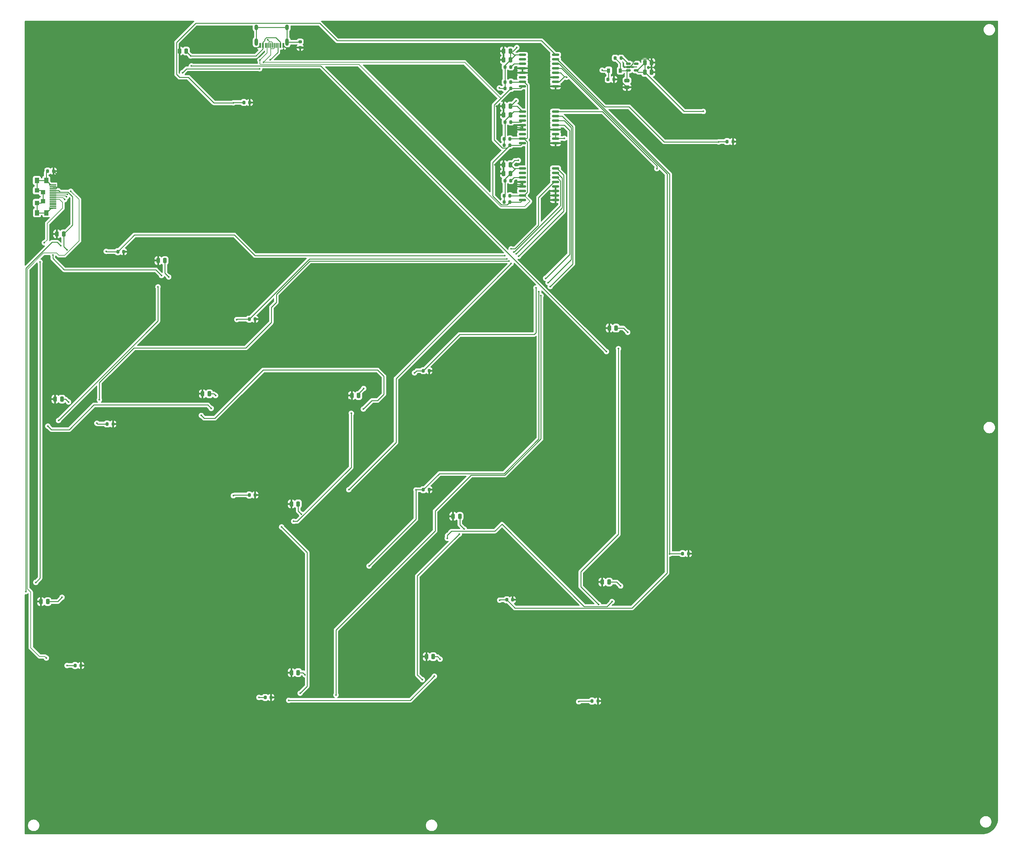
<source format=gbl>
%TF.GenerationSoftware,KiCad,Pcbnew,(6.0.4)*%
%TF.CreationDate,2022-05-26T23:51:16-07:00*%
%TF.ProjectId,bot_R,626f745f-522e-46b6-9963-61645f706362,rev?*%
%TF.SameCoordinates,Original*%
%TF.FileFunction,Copper,L2,Bot*%
%TF.FilePolarity,Positive*%
%FSLAX46Y46*%
G04 Gerber Fmt 4.6, Leading zero omitted, Abs format (unit mm)*
G04 Created by KiCad (PCBNEW (6.0.4)) date 2022-05-26 23:51:16*
%MOMM*%
%LPD*%
G01*
G04 APERTURE LIST*
G04 Aperture macros list*
%AMRoundRect*
0 Rectangle with rounded corners*
0 $1 Rounding radius*
0 $2 $3 $4 $5 $6 $7 $8 $9 X,Y pos of 4 corners*
0 Add a 4 corners polygon primitive as box body*
4,1,4,$2,$3,$4,$5,$6,$7,$8,$9,$2,$3,0*
0 Add four circle primitives for the rounded corners*
1,1,$1+$1,$2,$3*
1,1,$1+$1,$4,$5*
1,1,$1+$1,$6,$7*
1,1,$1+$1,$8,$9*
0 Add four rect primitives between the rounded corners*
20,1,$1+$1,$2,$3,$4,$5,0*
20,1,$1+$1,$4,$5,$6,$7,0*
20,1,$1+$1,$6,$7,$8,$9,0*
20,1,$1+$1,$8,$9,$2,$3,0*%
G04 Aperture macros list end*
%TA.AperFunction,SMDPad,CuDef*%
%ADD10RoundRect,0.200000X0.200000X0.275000X-0.200000X0.275000X-0.200000X-0.275000X0.200000X-0.275000X0*%
%TD*%
%TA.AperFunction,SMDPad,CuDef*%
%ADD11R,0.600000X1.450000*%
%TD*%
%TA.AperFunction,SMDPad,CuDef*%
%ADD12R,0.300000X1.450000*%
%TD*%
%TA.AperFunction,ComponentPad*%
%ADD13O,1.000000X1.600000*%
%TD*%
%TA.AperFunction,ComponentPad*%
%ADD14O,1.000000X2.100000*%
%TD*%
%TA.AperFunction,SMDPad,CuDef*%
%ADD15RoundRect,0.250000X0.250000X0.475000X-0.250000X0.475000X-0.250000X-0.475000X0.250000X-0.475000X0*%
%TD*%
%TA.AperFunction,SMDPad,CuDef*%
%ADD16RoundRect,0.250000X-0.250000X-0.475000X0.250000X-0.475000X0.250000X0.475000X-0.250000X0.475000X0*%
%TD*%
%TA.AperFunction,SMDPad,CuDef*%
%ADD17RoundRect,0.200000X-0.200000X-0.275000X0.200000X-0.275000X0.200000X0.275000X-0.200000X0.275000X0*%
%TD*%
%TA.AperFunction,SMDPad,CuDef*%
%ADD18RoundRect,0.150000X-0.512500X-0.150000X0.512500X-0.150000X0.512500X0.150000X-0.512500X0.150000X0*%
%TD*%
%TA.AperFunction,SMDPad,CuDef*%
%ADD19RoundRect,0.150000X0.875000X0.150000X-0.875000X0.150000X-0.875000X-0.150000X0.875000X-0.150000X0*%
%TD*%
%TA.AperFunction,SMDPad,CuDef*%
%ADD20RoundRect,0.250000X-0.475000X0.250000X-0.475000X-0.250000X0.475000X-0.250000X0.475000X0.250000X0*%
%TD*%
%TA.AperFunction,SMDPad,CuDef*%
%ADD21R,0.900000X1.200000*%
%TD*%
%TA.AperFunction,SMDPad,CuDef*%
%ADD22R,1.825000X0.400000*%
%TD*%
%TA.AperFunction,SMDPad,CuDef*%
%ADD23R,1.200000X1.500000*%
%TD*%
%TA.AperFunction,SMDPad,CuDef*%
%ADD24R,1.200000X1.200000*%
%TD*%
%TA.AperFunction,SMDPad,CuDef*%
%ADD25R,2.012500X0.400000*%
%TD*%
%TA.AperFunction,SMDPad,CuDef*%
%ADD26RoundRect,0.200000X0.275000X-0.200000X0.275000X0.200000X-0.275000X0.200000X-0.275000X-0.200000X0*%
%TD*%
%TA.AperFunction,ViaPad*%
%ADD27C,0.500000*%
%TD*%
%TA.AperFunction,Conductor*%
%ADD28C,0.250000*%
%TD*%
%TA.AperFunction,Conductor*%
%ADD29C,0.200000*%
%TD*%
G04 APERTURE END LIST*
D10*
%TO.P,R12,1*%
%TO.N,GND*%
X134325000Y-119000000D03*
%TO.P,R12,2*%
%TO.N,/SUP29*%
X132675000Y-119000000D03*
%TD*%
D11*
%TO.P,J1,A1,GND*%
%TO.N,GND*%
X86750000Y-27415000D03*
%TO.P,J1,A4,VBUS*%
%TO.N,+5V*%
X87550000Y-27415000D03*
D12*
%TO.P,J1,A5,CC1*%
%TO.N,/GPIO1_SCL*%
X88750000Y-27415000D03*
%TO.P,J1,A6,D+*%
%TO.N,/GPIO0_SDA*%
X89750000Y-27415000D03*
%TO.P,J1,A7,D-*%
%TO.N,/SUP34*%
X90250000Y-27415000D03*
%TO.P,J1,A8,SBU1*%
%TO.N,unconnected-(J1-PadA8)*%
X91250000Y-27415000D03*
D11*
%TO.P,J1,A9,VBUS*%
%TO.N,+5V*%
X92450000Y-27415000D03*
%TO.P,J1,A12,GND*%
%TO.N,GND*%
X93250000Y-27415000D03*
%TO.P,J1,B1,GND*%
X93250000Y-27415000D03*
%TO.P,J1,B4,VBUS*%
%TO.N,+5V*%
X92450000Y-27415000D03*
D12*
%TO.P,J1,B5,CC2*%
%TO.N,/LED_TR2BR*%
X91750000Y-27415000D03*
%TO.P,J1,B6,D+*%
%TO.N,/GPIO0_SDA*%
X90750000Y-27415000D03*
%TO.P,J1,B7,D-*%
%TO.N,/SUP34*%
X89250000Y-27415000D03*
%TO.P,J1,B8,SBU2*%
%TO.N,unconnected-(J1-PadB8)*%
X88250000Y-27415000D03*
D11*
%TO.P,J1,B9,VBUS*%
%TO.N,+5V*%
X87550000Y-27415000D03*
%TO.P,J1,B12,GND*%
%TO.N,GND*%
X86750000Y-27415000D03*
D13*
%TO.P,J1,S1,SHIELD*%
%TO.N,Net-(J1-PadS1)*%
X94320000Y-22320000D03*
D14*
X85680000Y-26500000D03*
D13*
X85680000Y-22320000D03*
D14*
X94320000Y-26500000D03*
%TD*%
D15*
%TO.P,C13,1*%
%TO.N,+5V*%
X186950000Y-107000000D03*
%TO.P,C13,2*%
%TO.N,GND*%
X185050000Y-107000000D03*
%TD*%
D10*
%TO.P,R23,1*%
%TO.N,Net-(R23-Pad1)*%
X188325000Y-31000000D03*
%TO.P,R23,2*%
%TO.N,VS*%
X186675000Y-31000000D03*
%TD*%
%TO.P,R8,1*%
%TO.N,GND*%
X157825000Y-183500000D03*
%TO.P,R8,2*%
%TO.N,/SUP25*%
X156175000Y-183500000D03*
%TD*%
%TO.P,R14,1*%
%TO.N,GND*%
X45325000Y-134000000D03*
%TO.P,R14,2*%
%TO.N,/SUP31*%
X43675000Y-134000000D03*
%TD*%
D16*
%TO.P,C5,1*%
%TO.N,+3V3*%
X195050000Y-35000000D03*
%TO.P,C5,2*%
%TO.N,GND*%
X196950000Y-35000000D03*
%TD*%
D10*
%TO.P,R22,1*%
%TO.N,Net-(R22-Pad1)*%
X157325000Y-65500000D03*
%TO.P,R22,2*%
%TO.N,+3V3*%
X155675000Y-65500000D03*
%TD*%
D15*
%TO.P,C8,1*%
%TO.N,+3V3*%
X157200000Y-31500000D03*
%TO.P,C8,2*%
%TO.N,GND*%
X155300000Y-31500000D03*
%TD*%
D17*
%TO.P,R20,1*%
%TO.N,+3V3*%
X155425000Y-55500000D03*
%TO.P,R20,2*%
%TO.N,/GPIO0_SDA*%
X157075000Y-55500000D03*
%TD*%
D10*
%TO.P,R13,1*%
%TO.N,GND*%
X85325000Y-154000000D03*
%TO.P,R13,2*%
%TO.N,/SUP30*%
X83675000Y-154000000D03*
%TD*%
D15*
%TO.P,C10,1*%
%TO.N,+5V*%
X142950000Y-160000000D03*
%TO.P,C10,2*%
%TO.N,GND*%
X141050000Y-160000000D03*
%TD*%
D10*
%TO.P,R9,1*%
%TO.N,GND*%
X181825000Y-212000000D03*
%TO.P,R9,2*%
%TO.N,/SUP26*%
X180175000Y-212000000D03*
%TD*%
D15*
%TO.P,C1,1*%
%TO.N,+3V3*%
X157200000Y-44500000D03*
%TO.P,C1,2*%
%TO.N,GND*%
X155300000Y-44500000D03*
%TD*%
D18*
%TO.P,U3,1,VIN*%
%TO.N,VS*%
X190362500Y-34450000D03*
%TO.P,U3,2,GND*%
%TO.N,GND*%
X190362500Y-33500000D03*
%TO.P,U3,3,EN*%
%TO.N,Net-(R23-Pad1)*%
X190362500Y-32550000D03*
%TO.P,U3,4,NC*%
%TO.N,unconnected-(U3-Pad4)*%
X192637500Y-32550000D03*
%TO.P,U3,5,VOUT*%
%TO.N,+3V3*%
X192637500Y-34450000D03*
%TD*%
D15*
%TO.P,C20,1*%
%TO.N,+5V*%
X97450000Y-156500000D03*
%TO.P,C20,2*%
%TO.N,GND*%
X95550000Y-156500000D03*
%TD*%
D10*
%TO.P,R10,1*%
%TO.N,GND*%
X89825000Y-211000000D03*
%TO.P,R10,2*%
%TO.N,/SUP27*%
X88175000Y-211000000D03*
%TD*%
D17*
%TO.P,R26,1*%
%TO.N,+3V3*%
X155425000Y-71500000D03*
%TO.P,R26,2*%
%TO.N,/GPIO0_SDA*%
X157075000Y-71500000D03*
%TD*%
D15*
%TO.P,C3,1*%
%TO.N,+3V3*%
X157200000Y-61000000D03*
%TO.P,C3,2*%
%TO.N,GND*%
X155300000Y-61000000D03*
%TD*%
%TO.P,C19,1*%
%TO.N,+5V*%
X30950000Y-127000000D03*
%TO.P,C19,2*%
%TO.N,GND*%
X29050000Y-127000000D03*
%TD*%
%TO.P,C9,1*%
%TO.N,+3V3*%
X157200000Y-29000000D03*
%TO.P,C9,2*%
%TO.N,GND*%
X155300000Y-29000000D03*
%TD*%
%TO.P,C2,1*%
%TO.N,+3V3*%
X157200000Y-47000000D03*
%TO.P,C2,2*%
%TO.N,GND*%
X155300000Y-47000000D03*
%TD*%
D16*
%TO.P,C6,1*%
%TO.N,+3V3*%
X195050000Y-32250000D03*
%TO.P,C6,2*%
%TO.N,GND*%
X196950000Y-32250000D03*
%TD*%
D19*
%TO.P,U4,1,AIN0*%
%TO.N,/SUP30*%
X169900000Y-62055000D03*
%TO.P,U4,2,AIN1*%
%TO.N,/SUP31*%
X169900000Y-63325000D03*
%TO.P,U4,3,AIN2*%
%TO.N,/SUP32*%
X169900000Y-64595000D03*
%TO.P,U4,4,AIN3*%
%TO.N,/SUP33*%
X169900000Y-65865000D03*
%TO.P,U4,5,A0*%
%TO.N,GND*%
X169900000Y-67135000D03*
%TO.P,U4,6,A1*%
X169900000Y-68405000D03*
%TO.P,U4,7,A2*%
X169900000Y-69675000D03*
%TO.P,U4,8,VSS*%
X169900000Y-70945000D03*
%TO.P,U4,9,SDA*%
%TO.N,/GPIO0_SDA*%
X160600000Y-70945000D03*
%TO.P,U4,10,SCL*%
%TO.N,/GPIO1_SCL*%
X160600000Y-69675000D03*
%TO.P,U4,11,OSC*%
%TO.N,unconnected-(U4-Pad11)*%
X160600000Y-68405000D03*
%TO.P,U4,12,EXT*%
%TO.N,GND*%
X160600000Y-67135000D03*
%TO.P,U4,13,AGND*%
X160600000Y-65865000D03*
%TO.P,U4,14,VREF*%
%TO.N,Net-(R22-Pad1)*%
X160600000Y-64595000D03*
%TO.P,U4,15,AOUT*%
%TO.N,unconnected-(U4-Pad15)*%
X160600000Y-63325000D03*
%TO.P,U4,16,VDD*%
%TO.N,+3V3*%
X160600000Y-62055000D03*
%TD*%
D10*
%TO.P,R18,1*%
%TO.N,Net-(R18-Pad1)*%
X157325000Y-49000000D03*
%TO.P,R18,2*%
%TO.N,+3V3*%
X155675000Y-49000000D03*
%TD*%
D20*
%TO.P,C7,1*%
%TO.N,VS*%
X190000000Y-37300000D03*
%TO.P,C7,2*%
%TO.N,GND*%
X190000000Y-39200000D03*
%TD*%
D19*
%TO.P,U2,1,AIN0*%
%TO.N,/SUP26*%
X169900000Y-46055000D03*
%TO.P,U2,2,AIN1*%
%TO.N,/SUP27*%
X169900000Y-47325000D03*
%TO.P,U2,3,AIN2*%
%TO.N,/SUP28*%
X169900000Y-48595000D03*
%TO.P,U2,4,AIN3*%
%TO.N,/SUP29*%
X169900000Y-49865000D03*
%TO.P,U2,5,A0*%
%TO.N,GND*%
X169900000Y-51135000D03*
%TO.P,U2,6,A1*%
%TO.N,+3V3*%
X169900000Y-52405000D03*
%TO.P,U2,7,A2*%
X169900000Y-53675000D03*
%TO.P,U2,8,VSS*%
%TO.N,GND*%
X169900000Y-54945000D03*
%TO.P,U2,9,SDA*%
%TO.N,/GPIO0_SDA*%
X160600000Y-54945000D03*
%TO.P,U2,10,SCL*%
%TO.N,/GPIO1_SCL*%
X160600000Y-53675000D03*
%TO.P,U2,11,OSC*%
%TO.N,unconnected-(U2-Pad11)*%
X160600000Y-52405000D03*
%TO.P,U2,12,EXT*%
%TO.N,GND*%
X160600000Y-51135000D03*
%TO.P,U2,13,AGND*%
X160600000Y-49865000D03*
%TO.P,U2,14,VREF*%
%TO.N,Net-(R18-Pad1)*%
X160600000Y-48595000D03*
%TO.P,U2,15,AOUT*%
%TO.N,unconnected-(U2-Pad15)*%
X160600000Y-47325000D03*
%TO.P,U2,16,VDD*%
%TO.N,+3V3*%
X160600000Y-46055000D03*
%TD*%
D21*
%TO.P,D1,1,K*%
%TO.N,VS*%
X188150000Y-34500000D03*
%TO.P,D1,2,A*%
%TO.N,+5V*%
X184850000Y-34500000D03*
%TD*%
D22*
%TO.P,P1,A1,GND*%
%TO.N,GND*%
X28450000Y-67250000D03*
%TO.P,P1,A4,VBUS*%
%TO.N,+5V*%
X28450000Y-68750000D03*
%TO.P,P1,A5,CC*%
%TO.N,/GPIO1_SCL*%
X28450000Y-69250000D03*
%TO.P,P1,A6,D+*%
%TO.N,/GPIO0_SDA*%
X28450000Y-69750000D03*
%TO.P,P1,A7,D-*%
%TO.N,/SUP34*%
X28450000Y-70250000D03*
%TO.P,P1,A10,RX2-*%
%TO.N,unconnected-(P1-PadA10)*%
X28450000Y-71750000D03*
%TO.P,P1,A11,RX2+*%
%TO.N,unconnected-(P1-PadA11)*%
X28450000Y-72250000D03*
%TO.P,P1,B2,TX2+*%
%TO.N,unconnected-(P1-PadB2)*%
X28450000Y-72750000D03*
%TO.P,P1,B3,TX2-*%
%TO.N,unconnected-(P1-PadB3)*%
X28450000Y-71250000D03*
%TO.P,P1,B5,VCONN*%
%TO.N,/LED_BR2BL*%
X28450000Y-70750000D03*
%TO.P,P1,B9,VBUS*%
%TO.N,+5V*%
X28450000Y-68250000D03*
%TO.P,P1,B12,GND*%
%TO.N,GND*%
X28450000Y-67750000D03*
D23*
%TO.P,P1,S1,SHIELD*%
%TO.N,Net-(P1-PadS1)*%
X23950000Y-74550000D03*
X26550000Y-65450000D03*
D24*
X23900000Y-71750000D03*
D23*
X26600000Y-74550000D03*
D25*
X28356250Y-66750000D03*
X28350000Y-73250000D03*
D24*
X25650000Y-68750000D03*
D23*
X23900000Y-65450000D03*
D24*
X23900000Y-68250000D03*
X25650000Y-71250000D03*
%TD*%
D15*
%TO.P,C14,1*%
%TO.N,+5V*%
X65950000Y-29000000D03*
%TO.P,C14,2*%
%TO.N,GND*%
X64050000Y-29000000D03*
%TD*%
%TO.P,C17,1*%
%TO.N,+5V*%
X59950000Y-88000000D03*
%TO.P,C17,2*%
%TO.N,GND*%
X58050000Y-88000000D03*
%TD*%
D17*
%TO.P,R3,1*%
%TO.N,+3V3*%
X155675000Y-39500000D03*
%TO.P,R3,2*%
%TO.N,/GPIO0_SDA*%
X157325000Y-39500000D03*
%TD*%
D26*
%TO.P,R4,1*%
%TO.N,GND*%
X98000000Y-28025000D03*
%TO.P,R4,2*%
%TO.N,Net-(J1-PadS1)*%
X98000000Y-26375000D03*
%TD*%
D15*
%TO.P,C21,1*%
%TO.N,+5V*%
X97450000Y-204000000D03*
%TO.P,C21,2*%
%TO.N,GND*%
X95550000Y-204000000D03*
%TD*%
%TO.P,C12,1*%
%TO.N,+5V*%
X184950000Y-178500000D03*
%TO.P,C12,2*%
%TO.N,GND*%
X183050000Y-178500000D03*
%TD*%
%TO.P,C22,1*%
%TO.N,+5V*%
X26950000Y-184000000D03*
%TO.P,C22,2*%
%TO.N,GND*%
X25050000Y-184000000D03*
%TD*%
D10*
%TO.P,R17,1*%
%TO.N,GND*%
X36325000Y-202000000D03*
%TO.P,R17,2*%
%TO.N,/SUP34*%
X34675000Y-202000000D03*
%TD*%
D15*
%TO.P,C15,1*%
%TO.N,+5V*%
X114450000Y-126000000D03*
%TO.P,C15,2*%
%TO.N,GND*%
X112550000Y-126000000D03*
%TD*%
D17*
%TO.P,R25,1*%
%TO.N,+3V3*%
X155675000Y-37750000D03*
%TO.P,R25,2*%
%TO.N,/GPIO1_SCL*%
X157325000Y-37750000D03*
%TD*%
%TO.P,R19,1*%
%TO.N,+3V3*%
X155425000Y-69750000D03*
%TO.P,R19,2*%
%TO.N,/GPIO1_SCL*%
X157075000Y-69750000D03*
%TD*%
D15*
%TO.P,C4,1*%
%TO.N,+3V3*%
X157200000Y-63500000D03*
%TO.P,C4,2*%
%TO.N,GND*%
X155300000Y-63500000D03*
%TD*%
D10*
%TO.P,R6,1*%
%TO.N,GND*%
X219825000Y-54500000D03*
%TO.P,R6,2*%
%TO.N,/SUP23*%
X218175000Y-54500000D03*
%TD*%
D15*
%TO.P,C18,1*%
%TO.N,+5V*%
X72450000Y-125500000D03*
%TO.P,C18,2*%
%TO.N,GND*%
X70550000Y-125500000D03*
%TD*%
D10*
%TO.P,R1,1*%
%TO.N,Net-(R1-Pad1)*%
X157325000Y-33500000D03*
%TO.P,R1,2*%
%TO.N,+3V3*%
X155675000Y-33500000D03*
%TD*%
%TO.P,R7,1*%
%TO.N,GND*%
X207325000Y-170500000D03*
%TO.P,R7,2*%
%TO.N,/SUP24*%
X205675000Y-170500000D03*
%TD*%
%TO.P,R16,1*%
%TO.N,GND*%
X48325000Y-85500000D03*
%TO.P,R16,2*%
%TO.N,/SUP33*%
X46675000Y-85500000D03*
%TD*%
%TO.P,R15,1*%
%TO.N,GND*%
X85325000Y-104500000D03*
%TO.P,R15,2*%
%TO.N,/SUP32*%
X83675000Y-104500000D03*
%TD*%
%TO.P,R21,1*%
%TO.N,GND*%
X28585000Y-62800000D03*
%TO.P,R21,2*%
%TO.N,Net-(P1-PadS1)*%
X26935000Y-62800000D03*
%TD*%
D15*
%TO.P,C11,1*%
%TO.N,+5V*%
X135450000Y-199500000D03*
%TO.P,C11,2*%
%TO.N,GND*%
X133550000Y-199500000D03*
%TD*%
D17*
%TO.P,R2,1*%
%TO.N,+3V3*%
X155425000Y-53750000D03*
%TO.P,R2,2*%
%TO.N,/GPIO1_SCL*%
X157075000Y-53750000D03*
%TD*%
D10*
%TO.P,R11,1*%
%TO.N,GND*%
X134325000Y-152500000D03*
%TO.P,R11,2*%
%TO.N,/SUP28*%
X132675000Y-152500000D03*
%TD*%
%TO.P,R5,1*%
%TO.N,GND*%
X83825000Y-43500000D03*
%TO.P,R5,2*%
%TO.N,/SUP22*%
X82175000Y-43500000D03*
%TD*%
D17*
%TO.P,R24,1*%
%TO.N,+5V*%
X184675000Y-37000000D03*
%TO.P,R24,2*%
%TO.N,GND*%
X186325000Y-37000000D03*
%TD*%
D15*
%TO.P,C16,1*%
%TO.N,+5V*%
X31450000Y-80500000D03*
%TO.P,C16,2*%
%TO.N,GND*%
X29550000Y-80500000D03*
%TD*%
D19*
%TO.P,U1,1,AIN0*%
%TO.N,/SUP22*%
X169900000Y-30055000D03*
%TO.P,U1,2,AIN1*%
%TO.N,/SUP23*%
X169900000Y-31325000D03*
%TO.P,U1,3,AIN2*%
%TO.N,/SUP24*%
X169900000Y-32595000D03*
%TO.P,U1,4,AIN3*%
%TO.N,/SUP25*%
X169900000Y-33865000D03*
%TO.P,U1,5,A0*%
%TO.N,+3V3*%
X169900000Y-35135000D03*
%TO.P,U1,6,A1*%
%TO.N,GND*%
X169900000Y-36405000D03*
%TO.P,U1,7,A2*%
%TO.N,+3V3*%
X169900000Y-37675000D03*
%TO.P,U1,8,VSS*%
%TO.N,GND*%
X169900000Y-38945000D03*
%TO.P,U1,9,SDA*%
%TO.N,/GPIO0_SDA*%
X160600000Y-38945000D03*
%TO.P,U1,10,SCL*%
%TO.N,/GPIO1_SCL*%
X160600000Y-37675000D03*
%TO.P,U1,11,OSC*%
%TO.N,unconnected-(U1-Pad11)*%
X160600000Y-36405000D03*
%TO.P,U1,12,EXT*%
%TO.N,GND*%
X160600000Y-35135000D03*
%TO.P,U1,13,AGND*%
X160600000Y-33865000D03*
%TO.P,U1,14,VREF*%
%TO.N,Net-(R1-Pad1)*%
X160600000Y-32595000D03*
%TO.P,U1,15,AOUT*%
%TO.N,unconnected-(U1-Pad15)*%
X160600000Y-31325000D03*
%TO.P,U1,16,VDD*%
%TO.N,+3V3*%
X160600000Y-30055000D03*
%TD*%
D27*
%TO.N,+3V3*%
X154100000Y-39400000D03*
X172400000Y-53600000D03*
X211500000Y-46000000D03*
X158800000Y-43000000D03*
X173000000Y-36400000D03*
X159000000Y-28000000D03*
X159400000Y-59800000D03*
%TO.N,GND*%
X70500000Y-111500000D03*
X101500000Y-34250000D03*
X27800000Y-131800000D03*
X69000000Y-130400000D03*
X80600000Y-27200000D03*
X99800000Y-28200000D03*
X182800000Y-182200000D03*
X123250000Y-43250000D03*
X153200000Y-44500000D03*
X76000000Y-79500000D03*
X162000000Y-144250000D03*
X70500000Y-113750000D03*
X126750000Y-89500000D03*
X64750000Y-23500000D03*
X76000000Y-82000000D03*
X158400000Y-35500000D03*
X93400000Y-160600000D03*
X203500000Y-145250000D03*
X54250000Y-129750000D03*
X176000000Y-77250000D03*
X64200000Y-31400000D03*
X42000000Y-91750000D03*
X160300000Y-40900000D03*
X162250000Y-79500000D03*
X102250000Y-120250000D03*
X134000000Y-203000000D03*
X199750000Y-145250000D03*
X57400000Y-92200000D03*
X160700000Y-56800000D03*
X152800000Y-61000000D03*
X42000000Y-89500000D03*
X95200000Y-208200000D03*
X139400000Y-164300000D03*
X126750000Y-85250000D03*
X186000000Y-145250000D03*
X102250000Y-117250000D03*
X25000000Y-80500000D03*
X54250000Y-127500000D03*
X128000000Y-43250000D03*
X124500000Y-56000000D03*
X28200000Y-80500000D03*
X128750000Y-56000000D03*
X158600000Y-66500000D03*
X184600000Y-111200000D03*
X165250000Y-82500000D03*
X158400000Y-50500000D03*
X22600000Y-177600000D03*
X62000000Y-31250000D03*
X172750000Y-77250000D03*
X159750000Y-141750000D03*
X101500000Y-31250000D03*
X168000000Y-68700000D03*
X66500000Y-25000000D03*
X112000000Y-127200000D03*
X189250000Y-145250000D03*
%TO.N,+5V*%
X183000000Y-34400000D03*
X74200000Y-126000000D03*
X144200000Y-163600000D03*
X32400000Y-85000000D03*
X115900000Y-124000000D03*
X188200000Y-179600000D03*
X67200000Y-30400000D03*
X31000000Y-182800000D03*
X61000000Y-92600000D03*
X137400000Y-200200000D03*
X190200000Y-108200000D03*
X98400000Y-159400000D03*
X32800000Y-127800000D03*
X99400000Y-204600000D03*
%TO.N,/LED_TR2BR*%
X64900000Y-35100000D03*
X86600000Y-34000000D03*
X89600000Y-31500000D03*
%TO.N,Net-(D2-Pad3)*%
X184200000Y-113600000D03*
X67400000Y-33200000D03*
%TO.N,Net-(D3-Pad3)*%
X187600000Y-112800000D03*
X182000000Y-184800000D03*
%TO.N,Net-(D4-Pad3)*%
X185800000Y-184000000D03*
X139400000Y-166200000D03*
%TO.N,Net-(D5-Pad3)*%
X132400000Y-206000000D03*
X142800000Y-165000000D03*
%TO.N,Net-(D6-Pad3)*%
X94800000Y-211800000D03*
X135800000Y-205000000D03*
%TO.N,Net-(D7-Pad3)*%
X92800000Y-163000000D03*
X98000000Y-209800000D03*
%TO.N,Net-(D8-Pad3)*%
X112400000Y-131000000D03*
X96200000Y-161400000D03*
%TO.N,Net-(D10-Pad1)*%
X70200000Y-131600000D03*
X115800000Y-129800000D03*
%TO.N,Net-(D10-Pad3)*%
X73000000Y-129600000D03*
X27000000Y-134600000D03*
%TO.N,Net-(D11-Pad3)*%
X30000000Y-133000000D03*
X58000000Y-95400000D03*
%TO.N,Net-(D12-Pad3)*%
X59000000Y-92200000D03*
X28400000Y-86400000D03*
%TO.N,Net-(D13-Pad3)*%
X20800000Y-181200000D03*
X30600000Y-83800000D03*
%TO.N,/LED_BR2BL*%
X23600000Y-178600000D03*
X26000000Y-83000000D03*
X24800000Y-88400000D03*
%TO.N,/GPIO1_SCL*%
X32453761Y-69306228D03*
X86700000Y-31600000D03*
%TO.N,/GPIO0_SDA*%
X32260000Y-70000000D03*
X87700000Y-32200000D03*
%TO.N,/SUP34*%
X88900000Y-25800000D03*
X31760000Y-70800000D03*
X33460000Y-68500000D03*
X26600000Y-199900000D03*
X32400000Y-202000000D03*
%TO.N,/SUP22*%
X79200000Y-43600000D03*
%TO.N,/SUP23*%
X215800000Y-54600000D03*
%TO.N,/SUP24*%
X202000000Y-170600000D03*
%TO.N,/SUP25*%
X154200000Y-183600000D03*
%TO.N,/SUP26*%
X176400000Y-212200000D03*
X198400000Y-62100000D03*
%TO.N,/SUP27*%
X86400000Y-211000000D03*
X168400000Y-95300000D03*
X165800000Y-97900000D03*
X108100000Y-210300000D03*
%TO.N,/SUP28*%
X167800000Y-94200000D03*
X165200000Y-96800000D03*
X130600000Y-152600000D03*
X117400000Y-174000000D03*
%TO.N,/SUP29*%
X164400000Y-95700000D03*
X130200000Y-119600000D03*
X167100000Y-93000000D03*
%TO.N,/SUP30*%
X157400000Y-88800000D03*
X159500000Y-86800000D03*
X79200000Y-154200000D03*
X111700000Y-152500000D03*
%TO.N,/SUP31*%
X40800000Y-133800000D03*
X156800000Y-88100000D03*
X41500000Y-127200000D03*
X158800000Y-86100000D03*
%TO.N,/SUP32*%
X80200000Y-104600000D03*
X158100000Y-85600000D03*
X156200000Y-87500000D03*
%TO.N,/SUP33*%
X157400000Y-84700000D03*
X43400000Y-85400000D03*
X155600000Y-86600000D03*
%TD*%
D28*
%TO.N,+3V3*%
X155675000Y-49000000D02*
X155675000Y-53500000D01*
X155675000Y-33500000D02*
X155675000Y-37750000D01*
X158645000Y-62055000D02*
X157200000Y-63500000D01*
X158145000Y-46055000D02*
X157200000Y-47000000D01*
X159000000Y-59800000D02*
X159400000Y-59800000D01*
X155675000Y-69500000D02*
X155425000Y-69750000D01*
X169900000Y-35135000D02*
X171335000Y-35135000D01*
X158400000Y-59800000D02*
X159000000Y-59800000D01*
X171335000Y-35135000D02*
X172400000Y-36200000D01*
X159045000Y-44500000D02*
X160600000Y-46055000D01*
X172400000Y-36200000D02*
X172800000Y-36200000D01*
X195050000Y-35000000D02*
X206050000Y-46000000D01*
X169900000Y-52405000D02*
X169900000Y-53675000D01*
X155675000Y-37750000D02*
X155675000Y-39500000D01*
X158255000Y-30055000D02*
X157200000Y-29000000D01*
X158645000Y-30055000D02*
X157200000Y-31500000D01*
X160600000Y-46055000D02*
X158145000Y-46055000D01*
X155425000Y-69750000D02*
X155425000Y-71500000D01*
X155675000Y-39500000D02*
X154200000Y-39500000D01*
X157200000Y-29000000D02*
X158000000Y-29000000D01*
X157200000Y-61000000D02*
X158400000Y-59800000D01*
X158700000Y-43000000D02*
X157200000Y-44500000D01*
X192637500Y-34450000D02*
X192850000Y-34450000D01*
X155425000Y-53750000D02*
X155425000Y-55500000D01*
X169975000Y-53600000D02*
X172400000Y-53600000D01*
X169900000Y-53675000D02*
X169975000Y-53600000D01*
X155675000Y-48525000D02*
X157200000Y-47000000D01*
X160600000Y-30055000D02*
X158255000Y-30055000D01*
X155675000Y-65500000D02*
X155675000Y-65025000D01*
X158000000Y-29000000D02*
X159000000Y-28000000D01*
X155675000Y-65500000D02*
X155675000Y-69500000D01*
X155675000Y-53500000D02*
X155425000Y-53750000D01*
X192850000Y-34450000D02*
X195050000Y-32250000D01*
X157200000Y-61000000D02*
X158255000Y-62055000D01*
X193187500Y-35000000D02*
X195050000Y-35000000D01*
X206050000Y-46000000D02*
X211500000Y-46000000D01*
X157200000Y-44500000D02*
X159045000Y-44500000D01*
X160600000Y-30055000D02*
X158645000Y-30055000D01*
X157200000Y-29000000D02*
X157200000Y-31500000D01*
X170925000Y-37675000D02*
X172400000Y-36200000D01*
X155675000Y-65025000D02*
X157200000Y-63500000D01*
X158800000Y-43000000D02*
X158700000Y-43000000D01*
X155675000Y-33025000D02*
X157200000Y-31500000D01*
X195050000Y-32250000D02*
X195050000Y-35000000D01*
X169900000Y-37675000D02*
X170925000Y-37675000D01*
X192637500Y-34450000D02*
X193187500Y-35000000D01*
X155675000Y-49000000D02*
X155675000Y-48525000D01*
X172800000Y-36200000D02*
X173000000Y-36400000D01*
X158255000Y-62055000D02*
X160600000Y-62055000D01*
X160600000Y-62055000D02*
X158645000Y-62055000D01*
X154200000Y-39500000D02*
X154100000Y-39400000D01*
X155675000Y-33500000D02*
X155675000Y-33025000D01*
%TO.N,GND*%
X191650480Y-32595592D02*
X191650480Y-32149520D01*
X192599520Y-31200480D02*
X195900480Y-31200480D01*
X29687011Y-67274511D02*
X28450000Y-67274511D01*
X158400000Y-50500000D02*
X159965000Y-50500000D01*
X168295000Y-68405000D02*
X168000000Y-68700000D01*
X81400000Y-28000000D02*
X86165000Y-28000000D01*
X86165000Y-28000000D02*
X86750000Y-27415000D01*
X159965000Y-66500000D02*
X160600000Y-67135000D01*
X29687011Y-67274511D02*
X29236033Y-67725489D01*
X187800000Y-37000000D02*
X190000000Y-39200000D01*
X155300000Y-44500000D02*
X153200000Y-44500000D01*
X195900480Y-31200480D02*
X196950000Y-32250000D01*
X159965000Y-50500000D02*
X160600000Y-51135000D01*
X29687011Y-63902011D02*
X29687011Y-67274511D01*
X159965000Y-50500000D02*
X160600000Y-49865000D01*
X29550000Y-80500000D02*
X28200000Y-80500000D01*
X160600000Y-35135000D02*
X158765000Y-35135000D01*
X98175000Y-28200000D02*
X98000000Y-28025000D01*
X158600000Y-66500000D02*
X159965000Y-66500000D01*
X155300000Y-61000000D02*
X152800000Y-61000000D01*
X93250000Y-27415000D02*
X93860000Y-28025000D01*
X159965000Y-66500000D02*
X160600000Y-65865000D01*
X169900000Y-68405000D02*
X168295000Y-68405000D01*
X28585000Y-62800000D02*
X29687011Y-63902011D01*
X190362500Y-33500000D02*
X190746072Y-33500000D01*
X29236033Y-67725489D02*
X28450000Y-67725489D01*
X196950000Y-32250000D02*
X196950000Y-35000000D01*
X99800000Y-28200000D02*
X98175000Y-28200000D01*
X93860000Y-28025000D02*
X98000000Y-28025000D01*
X190746072Y-33500000D02*
X191650480Y-32595592D01*
X158765000Y-35135000D02*
X158400000Y-35500000D01*
X186325000Y-37000000D02*
X187800000Y-37000000D01*
X191650480Y-32149520D02*
X192599520Y-31200480D01*
X80600000Y-27200000D02*
X81400000Y-28000000D01*
%TO.N,VS*%
X186675000Y-31000000D02*
X188150000Y-32475000D01*
X190312500Y-34500000D02*
X190362500Y-34450000D01*
X190000000Y-34812500D02*
X190362500Y-34450000D01*
X190000000Y-37300000D02*
X190000000Y-34812500D01*
X188150000Y-34500000D02*
X190312500Y-34500000D01*
X188150000Y-32475000D02*
X188150000Y-34500000D01*
%TO.N,+5V*%
X33960000Y-77390000D02*
X33960000Y-70000000D01*
X26950000Y-184000000D02*
X29800000Y-184000000D01*
X97450000Y-156500000D02*
X97450000Y-158450000D01*
X187100000Y-178500000D02*
X188200000Y-179600000D01*
X91156216Y-25225489D02*
X92450000Y-26519273D01*
X98800000Y-204000000D02*
X99400000Y-204600000D01*
X32000000Y-127000000D02*
X32800000Y-127800000D01*
X114450000Y-125450000D02*
X115900000Y-124000000D01*
X87550000Y-27415000D02*
X87550000Y-26519273D01*
X184675000Y-37000000D02*
X184850000Y-36825000D01*
X114450000Y-126000000D02*
X114450000Y-125450000D01*
X85540000Y-30400000D02*
X87550000Y-28390000D01*
X184850000Y-34500000D02*
X183100000Y-34500000D01*
X30034511Y-68274511D02*
X28450000Y-68274511D01*
X32685489Y-68725489D02*
X30485489Y-68725489D01*
X142950000Y-162350000D02*
X144200000Y-163600000D01*
X92450000Y-26519273D02*
X92450000Y-27415000D01*
X183100000Y-34500000D02*
X183000000Y-34400000D01*
X33960000Y-77990000D02*
X33960000Y-77390000D01*
X87550000Y-26519273D02*
X88000000Y-26069273D01*
X189000000Y-107000000D02*
X190200000Y-108200000D01*
X142950000Y-160000000D02*
X142950000Y-162350000D01*
X97450000Y-158450000D02*
X98400000Y-159400000D01*
X31450000Y-80500000D02*
X31450000Y-84050000D01*
X88000000Y-26069273D02*
X88000000Y-25700000D01*
X184850000Y-36825000D02*
X184850000Y-34500000D01*
X65950000Y-29000000D02*
X65950000Y-29150000D01*
X88474511Y-25225489D02*
X91156216Y-25225489D01*
X30485489Y-68725489D02*
X30034511Y-68274511D01*
X184950000Y-178500000D02*
X187100000Y-178500000D01*
X136700000Y-199500000D02*
X137400000Y-200200000D01*
X30950000Y-127000000D02*
X32000000Y-127000000D01*
X73700000Y-125500000D02*
X74200000Y-126000000D01*
X31450000Y-80500000D02*
X33960000Y-77990000D01*
X65950000Y-29150000D02*
X67200000Y-30400000D01*
X186950000Y-107000000D02*
X189000000Y-107000000D01*
X59950000Y-88000000D02*
X59950000Y-91550000D01*
X30485489Y-68725489D02*
X28450000Y-68725489D01*
X135450000Y-199500000D02*
X136700000Y-199500000D01*
X31450000Y-84050000D02*
X32400000Y-85000000D01*
X67200000Y-30400000D02*
X85540000Y-30400000D01*
X72450000Y-125500000D02*
X73700000Y-125500000D01*
X88000000Y-25700000D02*
X88474511Y-25225489D01*
X59950000Y-91550000D02*
X61000000Y-92600000D01*
X29800000Y-184000000D02*
X31000000Y-182800000D01*
X33960000Y-70000000D02*
X32685489Y-68725489D01*
X87550000Y-28390000D02*
X87550000Y-27415000D01*
X97450000Y-204000000D02*
X98800000Y-204000000D01*
%TO.N,/LED_TR2BR*%
X66000000Y-34000000D02*
X64900000Y-35100000D01*
X89600000Y-31500000D02*
X91750000Y-29350000D01*
X86600000Y-34000000D02*
X66000000Y-34000000D01*
X91750000Y-29350000D02*
X91750000Y-27415000D01*
%TO.N,Net-(D2-Pad3)*%
X67400000Y-33200000D02*
X103800000Y-33200000D01*
X103800000Y-33200000D02*
X184200000Y-113600000D01*
%TO.N,Net-(D3-Pad3)*%
X177000000Y-179800000D02*
X182000000Y-184800000D01*
X187600000Y-165000000D02*
X177000000Y-175600000D01*
X177000000Y-175600000D02*
X177000000Y-179800000D01*
X187600000Y-112800000D02*
X187600000Y-165000000D01*
%TO.N,Net-(D4-Pad3)*%
X185800000Y-184000000D02*
X184425489Y-185374511D01*
X154800000Y-162200000D02*
X152825489Y-164174511D01*
X177974511Y-185374511D02*
X154800000Y-162200000D01*
X184425489Y-185374511D02*
X177974511Y-185374511D01*
X139400000Y-165387518D02*
X139400000Y-166200000D01*
X152825489Y-164174511D02*
X140613007Y-164174511D01*
X140613007Y-164174511D02*
X139400000Y-165387518D01*
%TO.N,Net-(D5-Pad3)*%
X131000000Y-204600000D02*
X132400000Y-206000000D01*
X142800000Y-165000000D02*
X131000000Y-176800000D01*
X131000000Y-202200000D02*
X131000000Y-204600000D01*
X131000000Y-176800000D02*
X131000000Y-202200000D01*
%TO.N,Net-(D6-Pad3)*%
X135800000Y-205000000D02*
X129000000Y-211800000D01*
X129000000Y-211800000D02*
X94800000Y-211800000D01*
%TO.N,Net-(D7-Pad3)*%
X98000000Y-209800000D02*
X99974511Y-207825489D01*
X99974511Y-207825489D02*
X99974511Y-170174511D01*
X99974511Y-170174511D02*
X92800000Y-163000000D01*
%TO.N,Net-(D8-Pad3)*%
X97212482Y-161400000D02*
X112400000Y-146212482D01*
X112400000Y-146212482D02*
X112400000Y-131000000D01*
X96200000Y-161400000D02*
X97212482Y-161400000D01*
%TO.N,Net-(D10-Pad1)*%
X71000000Y-132400000D02*
X70200000Y-131600000D01*
X121600000Y-120600000D02*
X119800000Y-118800000D01*
X115800000Y-129800000D02*
X118200000Y-127400000D01*
X87600000Y-118800000D02*
X74000000Y-132400000D01*
X103000000Y-118800000D02*
X87600000Y-118800000D01*
X118200000Y-127400000D02*
X119800000Y-127400000D01*
X74000000Y-132400000D02*
X71000000Y-132400000D01*
X119800000Y-118800000D02*
X103000000Y-118800000D01*
X121600000Y-125600000D02*
X121600000Y-120600000D01*
X119800000Y-127400000D02*
X121600000Y-125600000D01*
%TO.N,Net-(D10-Pad3)*%
X73000000Y-129600000D02*
X72025489Y-128625489D01*
X28000000Y-135600000D02*
X27000000Y-134600000D01*
X72025489Y-128625489D02*
X39974511Y-128625489D01*
X39974511Y-128625489D02*
X33000000Y-135600000D01*
X33000000Y-135600000D02*
X28000000Y-135600000D01*
%TO.N,Net-(D11-Pad3)*%
X30000000Y-133000000D02*
X58000000Y-105000000D01*
X58000000Y-105000000D02*
X58000000Y-95400000D01*
%TO.N,Net-(D12-Pad3)*%
X57400000Y-90600000D02*
X31600000Y-90600000D01*
X59000000Y-92200000D02*
X57400000Y-90600000D01*
X28400000Y-87400000D02*
X28400000Y-86400000D01*
X31600000Y-90600000D02*
X28400000Y-87400000D01*
%TO.N,Net-(D13-Pad3)*%
X29625489Y-82825489D02*
X28174511Y-82825489D01*
X30600000Y-83800000D02*
X29625489Y-82825489D01*
X28174511Y-82825489D02*
X20800000Y-90200000D01*
X20800000Y-90200000D02*
X20800000Y-181200000D01*
D29*
%TO.N,/LED_BR2BL*%
X30310000Y-70750000D02*
X28450000Y-70750000D01*
X31160000Y-71600000D02*
X30310000Y-70750000D01*
D28*
X23600000Y-178600000D02*
X24800000Y-177400000D01*
D29*
X26000000Y-83000000D02*
X26800000Y-82200000D01*
X26800000Y-82200000D02*
X26800000Y-77560000D01*
D28*
X24800000Y-177400000D02*
X24800000Y-88400000D01*
D29*
X26800000Y-77560000D02*
X31160000Y-73200000D01*
X31160000Y-73200000D02*
X31160000Y-71600000D01*
%TO.N,/GPIO1_SCL*%
X154700000Y-72800000D02*
X161200000Y-72800000D01*
X88750000Y-29550000D02*
X88750000Y-27415000D01*
D28*
X161026072Y-69675000D02*
X161949520Y-68751552D01*
X161725000Y-53675000D02*
X160600000Y-53675000D01*
D29*
X114575131Y-32775480D02*
X154523682Y-72724031D01*
X86775480Y-32775480D02*
X114575131Y-32775480D01*
D28*
X160525000Y-37750000D02*
X160600000Y-37675000D01*
D29*
X86700000Y-31600000D02*
X86700000Y-32700000D01*
D28*
X160525000Y-69750000D02*
X160600000Y-69675000D01*
X161949520Y-68751552D02*
X161949520Y-54598448D01*
D29*
X161200000Y-72800000D02*
X162700000Y-71300000D01*
X86700000Y-31600000D02*
X88750000Y-29550000D01*
D28*
X157075000Y-69750000D02*
X160525000Y-69750000D01*
D29*
X32397533Y-69250000D02*
X32453761Y-69306228D01*
D28*
X161026072Y-53675000D02*
X160600000Y-53675000D01*
X157325000Y-37750000D02*
X160525000Y-37750000D01*
D29*
X161075000Y-69675000D02*
X160600000Y-69675000D01*
X28450000Y-69250000D02*
X32397533Y-69250000D01*
D28*
X161949520Y-53450480D02*
X161725000Y-53675000D01*
D29*
X154624031Y-72724031D02*
X154700000Y-72800000D01*
D28*
X160600000Y-69675000D02*
X161026072Y-69675000D01*
X161949520Y-38598448D02*
X161949520Y-53450480D01*
D29*
X162700000Y-71300000D02*
X161075000Y-69675000D01*
D28*
X161026072Y-37675000D02*
X161949520Y-38598448D01*
D29*
X154523682Y-72724031D02*
X154624031Y-72724031D01*
D28*
X160600000Y-37675000D02*
X161026072Y-37675000D01*
X157150000Y-53675000D02*
X160600000Y-53675000D01*
D29*
X86700000Y-32700000D02*
X86775480Y-32775480D01*
D28*
X157075000Y-53750000D02*
X157150000Y-53675000D01*
X161949520Y-54598448D02*
X161026072Y-53675000D01*
%TO.N,/GPIO0_SDA*%
X157075000Y-71500000D02*
X156275480Y-72299520D01*
X152225499Y-60349501D02*
X156387500Y-56187500D01*
D29*
X89750000Y-30150000D02*
X89750000Y-27415000D01*
X89750000Y-28340000D02*
X89776511Y-28366511D01*
X28450000Y-69750000D02*
X32010000Y-69750000D01*
D28*
X157325000Y-39500000D02*
X160045000Y-39500000D01*
X152625499Y-54025499D02*
X152625499Y-44199501D01*
D29*
X90750000Y-28150000D02*
X90750000Y-27415000D01*
D28*
X160045000Y-55500000D02*
X160600000Y-54945000D01*
X157075000Y-71500000D02*
X160045000Y-71500000D01*
X157075000Y-55500000D02*
X160045000Y-55500000D01*
D29*
X89776511Y-28366511D02*
X90533489Y-28366511D01*
D28*
X154699520Y-72299520D02*
X152225499Y-69825499D01*
D29*
X32010000Y-69750000D02*
X32260000Y-70000000D01*
X89750000Y-27415000D02*
X89750000Y-28340000D01*
X144325960Y-32200000D02*
X154475480Y-42349520D01*
X87700000Y-32200000D02*
X89750000Y-30150000D01*
D28*
X160045000Y-71500000D02*
X160600000Y-70945000D01*
X154899520Y-56299520D02*
X152625499Y-54025499D01*
X156275480Y-56299520D02*
X154899520Y-56299520D01*
D29*
X87700000Y-32200000D02*
X144325960Y-32200000D01*
D28*
X154475480Y-42349520D02*
X157325000Y-39500000D01*
X152625499Y-44199501D02*
X154475480Y-42349520D01*
X156275480Y-72299520D02*
X154699520Y-72299520D01*
X160045000Y-39500000D02*
X160600000Y-38945000D01*
D29*
X90533489Y-28366511D02*
X90750000Y-28150000D01*
D28*
X156387500Y-56187500D02*
X156275480Y-56299520D01*
X156387500Y-56187500D02*
X157075000Y-55500000D01*
X152225499Y-69825499D02*
X152225499Y-60349501D01*
D29*
%TO.N,/SUP34*%
X30100000Y-86500000D02*
X31700000Y-86500000D01*
X89340000Y-26400000D02*
X89340000Y-26240000D01*
X89340000Y-26240000D02*
X88900000Y-25800000D01*
X22200000Y-197000000D02*
X22200000Y-181375480D01*
X29450489Y-85850489D02*
X30100000Y-86500000D01*
X26150480Y-199450480D02*
X24650480Y-199450480D01*
X31210000Y-70250000D02*
X28450000Y-70250000D01*
X35760000Y-80890000D02*
X35760000Y-70800000D01*
X24650480Y-199450480D02*
X22200000Y-197000000D01*
X21224520Y-180400000D02*
X21224520Y-90375842D01*
D28*
X34675000Y-202000000D02*
X32400000Y-202000000D01*
D29*
X89250000Y-26490000D02*
X89340000Y-26400000D01*
X21224520Y-90375842D02*
X25749873Y-85850489D01*
X90250000Y-26650000D02*
X90250000Y-27415000D01*
X89340000Y-26400000D02*
X90000000Y-26400000D01*
X31700000Y-86500000D02*
X35760000Y-82440000D01*
X22200000Y-181375480D02*
X21224520Y-180400000D01*
X35760000Y-70800000D02*
X33460000Y-68500000D01*
X89250000Y-27415000D02*
X89250000Y-26490000D01*
X31760000Y-70800000D02*
X31210000Y-70250000D01*
X90000000Y-26400000D02*
X90250000Y-26650000D01*
X25749873Y-85850489D02*
X29450489Y-85850489D01*
X35760000Y-82440000D02*
X35760000Y-80890000D01*
X26600000Y-199900000D02*
X26150480Y-199450480D01*
D28*
%TO.N,Net-(J1-PadS1)*%
X94320000Y-26500000D02*
X97875000Y-26500000D01*
X94320000Y-22320000D02*
X85680000Y-22320000D01*
X97875000Y-26500000D02*
X98000000Y-26375000D01*
X85680000Y-26500000D02*
X85680000Y-22320000D01*
X94320000Y-22320000D02*
X94320000Y-26500000D01*
%TO.N,Net-(P1-PadS1)*%
X25650000Y-71250000D02*
X25650000Y-68750000D01*
X23900000Y-71750000D02*
X23900000Y-74500000D01*
X26550000Y-65450000D02*
X27825489Y-66725489D01*
X26550000Y-65450000D02*
X26550000Y-63185000D01*
X23950000Y-74550000D02*
X26600000Y-74550000D01*
X23900000Y-68250000D02*
X25150000Y-68250000D01*
X27825489Y-66725489D02*
X28356250Y-66725489D01*
X26600000Y-74550000D02*
X27875489Y-73274511D01*
X27875489Y-73274511D02*
X28350000Y-73274511D01*
X25150000Y-71750000D02*
X25650000Y-71250000D01*
X26550000Y-63185000D02*
X26935000Y-62800000D01*
X23900000Y-74500000D02*
X23950000Y-74550000D01*
X23900000Y-71750000D02*
X25150000Y-71750000D01*
X26550000Y-65450000D02*
X23900000Y-65450000D01*
X25150000Y-68250000D02*
X25650000Y-68750000D01*
X23900000Y-65450000D02*
X23900000Y-68250000D01*
%TO.N,Net-(R1-Pad1)*%
X157325000Y-33500000D02*
X158230000Y-32595000D01*
X158230000Y-32595000D02*
X160600000Y-32595000D01*
%TO.N,/SUP22*%
X82175000Y-43500000D02*
X79300000Y-43500000D01*
X73736540Y-43600000D02*
X66536540Y-36400000D01*
X63225480Y-35525480D02*
X63225480Y-26574520D01*
X103495480Y-21195480D02*
X108400000Y-26100000D01*
X66536540Y-36400000D02*
X64100000Y-36400000D01*
X165945000Y-26100000D02*
X169900000Y-30055000D01*
X79300000Y-43500000D02*
X79200000Y-43600000D01*
X63225480Y-26574520D02*
X68604520Y-21195480D01*
X64100000Y-36400000D02*
X63225480Y-35525480D01*
X68604520Y-21195480D02*
X103495480Y-21195480D01*
X108400000Y-26100000D02*
X165945000Y-26100000D01*
X79200000Y-43600000D02*
X73736540Y-43600000D01*
%TO.N,/SUP23*%
X169900000Y-31325000D02*
X170326072Y-31325000D01*
X218175000Y-54500000D02*
X215900000Y-54500000D01*
X200500000Y-54600000D02*
X215800000Y-54600000D01*
X215900000Y-54500000D02*
X215800000Y-54600000D01*
X190600000Y-44700000D02*
X200500000Y-54600000D01*
X183701072Y-44700000D02*
X190600000Y-44700000D01*
X170326072Y-31325000D02*
X183701072Y-44700000D01*
%TO.N,/SUP24*%
X170960354Y-32595000D02*
X202000000Y-63634646D01*
X169900000Y-32595000D02*
X170960354Y-32595000D01*
X202000000Y-63634646D02*
X202000000Y-170600000D01*
X202100000Y-170500000D02*
X202000000Y-170600000D01*
X205675000Y-170500000D02*
X202100000Y-170500000D01*
%TO.N,/SUP25*%
X154300000Y-183500000D02*
X154200000Y-183600000D01*
X201300000Y-63570364D02*
X201300000Y-175900000D01*
X171594636Y-33865000D02*
X201300000Y-63570364D01*
X158499031Y-185824031D02*
X156175000Y-183500000D01*
X156175000Y-183500000D02*
X154300000Y-183500000D01*
X201300000Y-175900000D02*
X191375969Y-185824031D01*
X191375969Y-185824031D02*
X158499031Y-185824031D01*
X169900000Y-33865000D02*
X171594636Y-33865000D01*
%TO.N,/SUP26*%
X196596959Y-59503041D02*
X198400000Y-61306082D01*
X169900000Y-46055000D02*
X183148918Y-46055000D01*
X198400000Y-61306082D02*
X198400000Y-62100000D01*
X183148918Y-46055000D02*
X196596959Y-59503041D01*
X176600000Y-212000000D02*
X176400000Y-212200000D01*
X180175000Y-212000000D02*
X176600000Y-212000000D01*
%TO.N,/SUP27*%
X136000000Y-164100000D02*
X119700000Y-180400000D01*
X146100000Y-148400000D02*
X136000000Y-158500000D01*
X169900000Y-47325000D02*
X171760704Y-47325000D01*
X119700000Y-180400000D02*
X108100000Y-192000000D01*
X108100000Y-192000000D02*
X108100000Y-210300000D01*
X174749510Y-50313806D02*
X174749510Y-88950490D01*
X88175000Y-211000000D02*
X86400000Y-211000000D01*
X165800000Y-138200000D02*
X157000000Y-147000000D01*
X165800000Y-97900000D02*
X165800000Y-138200000D01*
X136000000Y-158700000D02*
X136000000Y-164100000D01*
X155600000Y-148400000D02*
X146100000Y-148400000D01*
X136000000Y-158500000D02*
X136000000Y-158700000D01*
X174749510Y-88950490D02*
X168400000Y-95300000D01*
X171760704Y-47325000D02*
X174749510Y-50313806D01*
X157000000Y-147000000D02*
X155600000Y-148400000D01*
%TO.N,/SUP28*%
X165200000Y-138164282D02*
X155413802Y-147950480D01*
X132675000Y-152500000D02*
X130700000Y-152500000D01*
X130700000Y-152500000D02*
X130600000Y-152600000D01*
X169900000Y-48595000D02*
X172395000Y-48595000D01*
X165200000Y-96800000D02*
X165200000Y-138164282D01*
X155413802Y-147950480D02*
X137224520Y-147950480D01*
X174300000Y-50500000D02*
X174300000Y-87700000D01*
X137224520Y-147950480D02*
X132675000Y-152500000D01*
X172395000Y-48595000D02*
X174300000Y-50500000D01*
X174300000Y-87700000D02*
X167800000Y-94200000D01*
X117400000Y-174000000D02*
X130600000Y-160800000D01*
X130600000Y-160800000D02*
X130600000Y-152600000D01*
%TO.N,/SUP29*%
X172365000Y-49865000D02*
X173850480Y-51350480D01*
X164400000Y-95700000D02*
X164400000Y-108300000D01*
X132675000Y-119000000D02*
X130800000Y-119000000D01*
X173850480Y-86249520D02*
X167100000Y-93000000D01*
X130800000Y-119000000D02*
X130200000Y-119600000D01*
X169900000Y-49865000D02*
X172365000Y-49865000D01*
X173850480Y-52200000D02*
X173850480Y-86249520D01*
X142875000Y-108800000D02*
X132675000Y-119000000D01*
X163900000Y-108800000D02*
X142875000Y-108800000D01*
X173850480Y-51350480D02*
X173850480Y-52200000D01*
X164400000Y-108300000D02*
X163900000Y-108800000D01*
%TO.N,/SUP30*%
X125000000Y-123000000D02*
X125000000Y-139200000D01*
X125000000Y-121200000D02*
X125000000Y-123000000D01*
X172199040Y-68400000D02*
X172199040Y-74100960D01*
X79400000Y-154000000D02*
X79200000Y-154200000D01*
X172199040Y-74100960D02*
X159500000Y-86800000D01*
X172199040Y-63927968D02*
X172199040Y-68400000D01*
X170326072Y-62055000D02*
X172199040Y-63927968D01*
X157400000Y-88800000D02*
X125000000Y-121200000D01*
X125000000Y-139200000D02*
X111700000Y-152500000D01*
X169900000Y-62055000D02*
X170326072Y-62055000D01*
X83675000Y-154000000D02*
X79400000Y-154000000D01*
%TO.N,/SUP31*%
X169900000Y-63325000D02*
X170326072Y-63325000D01*
X170326072Y-63325000D02*
X171749520Y-64748448D01*
X52700000Y-112600000D02*
X51200000Y-112600000D01*
X41000000Y-134000000D02*
X40800000Y-133800000D01*
X171749520Y-73150480D02*
X158800000Y-86100000D01*
X43675000Y-134000000D02*
X41000000Y-134000000D01*
X44000000Y-119800000D02*
X41500000Y-122300000D01*
X156800000Y-88100000D02*
X101800000Y-88100000D01*
X91305359Y-97505359D02*
X91305359Y-99736424D01*
X91305359Y-99736424D02*
X89900000Y-101141783D01*
X51200000Y-112600000D02*
X44000000Y-119800000D01*
X101800000Y-88100000D02*
X100710718Y-88100000D01*
X171749520Y-64748448D02*
X171749520Y-70900000D01*
X89900000Y-105400000D02*
X82700000Y-112600000D01*
X100710718Y-88100000D02*
X91305359Y-97505359D01*
X171749520Y-70900000D02*
X171749520Y-73150480D01*
X41500000Y-122300000D02*
X41500000Y-127200000D01*
X89900000Y-101141783D02*
X89900000Y-105400000D01*
X82700000Y-112600000D02*
X52700000Y-112600000D01*
%TO.N,/SUP32*%
X100675000Y-87500000D02*
X83675000Y-104500000D01*
X80300000Y-104500000D02*
X80200000Y-104600000D01*
X169900000Y-64595000D02*
X170326072Y-64595000D01*
X171300000Y-65568928D02*
X171300000Y-72500000D01*
X171100000Y-72700000D02*
X158200000Y-85600000D01*
X156200000Y-87500000D02*
X100675000Y-87500000D01*
X158200000Y-85600000D02*
X158100000Y-85600000D01*
X171300000Y-72500000D02*
X171100000Y-72700000D01*
X83675000Y-104500000D02*
X80300000Y-104500000D01*
X170326072Y-64595000D02*
X171300000Y-65568928D01*
%TO.N,/SUP33*%
X43500000Y-85500000D02*
X43400000Y-85400000D01*
X79500000Y-80800000D02*
X51375000Y-80800000D01*
X158464282Y-84700000D02*
X157400000Y-84700000D01*
X85300000Y-86600000D02*
X79500000Y-80800000D01*
X155600000Y-86600000D02*
X85300000Y-86600000D01*
X169473928Y-65865000D02*
X165082141Y-70256787D01*
X46675000Y-85500000D02*
X43500000Y-85500000D01*
X165082141Y-78082141D02*
X158464282Y-84700000D01*
X169900000Y-65865000D02*
X169473928Y-65865000D01*
X51375000Y-80800000D02*
X46675000Y-85500000D01*
X165082141Y-70256787D02*
X165082141Y-78082141D01*
%TO.N,Net-(R18-Pad1)*%
X160195000Y-49000000D02*
X160600000Y-48595000D01*
X157325000Y-49000000D02*
X160195000Y-49000000D01*
%TO.N,Net-(R22-Pad1)*%
X158230000Y-64595000D02*
X160600000Y-64595000D01*
X157325000Y-65500000D02*
X158230000Y-64595000D01*
%TO.N,Net-(R23-Pad1)*%
X188812500Y-31000000D02*
X190362500Y-32550000D01*
X188325000Y-31000000D02*
X188812500Y-31000000D01*
%TD*%
%TA.AperFunction,Conductor*%
%TO.N,GND*%
G36*
X68154628Y-20528502D02*
G01*
X68201121Y-20582158D01*
X68211225Y-20652432D01*
X68181731Y-20717012D01*
X68173482Y-20725599D01*
X68167413Y-20730008D01*
X68162360Y-20736116D01*
X68162359Y-20736117D01*
X68139232Y-20764073D01*
X68131242Y-20772853D01*
X62833227Y-26070868D01*
X62824941Y-26078408D01*
X62818462Y-26082520D01*
X62813037Y-26088297D01*
X62771837Y-26132171D01*
X62769082Y-26135013D01*
X62749345Y-26154750D01*
X62746865Y-26157947D01*
X62739162Y-26166967D01*
X62708894Y-26199199D01*
X62705075Y-26206145D01*
X62705073Y-26206148D01*
X62699132Y-26216954D01*
X62688281Y-26233473D01*
X62675866Y-26249479D01*
X62672721Y-26256748D01*
X62672718Y-26256752D01*
X62658306Y-26290057D01*
X62653089Y-26300707D01*
X62631785Y-26339460D01*
X62629814Y-26347135D01*
X62629814Y-26347136D01*
X62626747Y-26359082D01*
X62620343Y-26377786D01*
X62612299Y-26396375D01*
X62611060Y-26404198D01*
X62611057Y-26404208D01*
X62605381Y-26440044D01*
X62602975Y-26451664D01*
X62591980Y-26494490D01*
X62591980Y-26514744D01*
X62590429Y-26534454D01*
X62587260Y-26554463D01*
X62588006Y-26562355D01*
X62591421Y-26598481D01*
X62591980Y-26610339D01*
X62591980Y-35446713D01*
X62591453Y-35457896D01*
X62589778Y-35465389D01*
X62590027Y-35473315D01*
X62590027Y-35473316D01*
X62591918Y-35533466D01*
X62591980Y-35537425D01*
X62591980Y-35565336D01*
X62592477Y-35569270D01*
X62592477Y-35569271D01*
X62592485Y-35569336D01*
X62593418Y-35581173D01*
X62594807Y-35625369D01*
X62600458Y-35644819D01*
X62604467Y-35664180D01*
X62607006Y-35684277D01*
X62609925Y-35691648D01*
X62609925Y-35691650D01*
X62623284Y-35725392D01*
X62627129Y-35736622D01*
X62639462Y-35779073D01*
X62643495Y-35785892D01*
X62643497Y-35785897D01*
X62649773Y-35796508D01*
X62658468Y-35814256D01*
X62665928Y-35833097D01*
X62670590Y-35839513D01*
X62670590Y-35839514D01*
X62691916Y-35868867D01*
X62698432Y-35878787D01*
X62720938Y-35916842D01*
X62735259Y-35931163D01*
X62748099Y-35946196D01*
X62760008Y-35962587D01*
X62766113Y-35967638D01*
X62766118Y-35967643D01*
X62794084Y-35990779D01*
X62802862Y-35998767D01*
X63596348Y-36792253D01*
X63603888Y-36800539D01*
X63608000Y-36807018D01*
X63613777Y-36812443D01*
X63657651Y-36853643D01*
X63660493Y-36856398D01*
X63680230Y-36876135D01*
X63683427Y-36878615D01*
X63692447Y-36886318D01*
X63724679Y-36916586D01*
X63731625Y-36920405D01*
X63731628Y-36920407D01*
X63742434Y-36926348D01*
X63758953Y-36937199D01*
X63774959Y-36949614D01*
X63782228Y-36952759D01*
X63782232Y-36952762D01*
X63815537Y-36967174D01*
X63826187Y-36972391D01*
X63864940Y-36993695D01*
X63872615Y-36995666D01*
X63872616Y-36995666D01*
X63884562Y-36998733D01*
X63903267Y-37005137D01*
X63921855Y-37013181D01*
X63929678Y-37014420D01*
X63929688Y-37014423D01*
X63965524Y-37020099D01*
X63977144Y-37022505D01*
X64000277Y-37028444D01*
X64019970Y-37033500D01*
X64040224Y-37033500D01*
X64059934Y-37035051D01*
X64079943Y-37038220D01*
X64087835Y-37037474D01*
X64123961Y-37034059D01*
X64135819Y-37033500D01*
X66221946Y-37033500D01*
X66290067Y-37053502D01*
X66311041Y-37070405D01*
X73232883Y-43992247D01*
X73240427Y-44000537D01*
X73244540Y-44007018D01*
X73250317Y-44012443D01*
X73294207Y-44053658D01*
X73297049Y-44056413D01*
X73316771Y-44076135D01*
X73319895Y-44078558D01*
X73319899Y-44078562D01*
X73319964Y-44078612D01*
X73328985Y-44086317D01*
X73361219Y-44116586D01*
X73368167Y-44120405D01*
X73368169Y-44120407D01*
X73378972Y-44126346D01*
X73395499Y-44137202D01*
X73405238Y-44144757D01*
X73405240Y-44144758D01*
X73411500Y-44149614D01*
X73452080Y-44167174D01*
X73462728Y-44172391D01*
X73492651Y-44188841D01*
X73501480Y-44193695D01*
X73509156Y-44195666D01*
X73509159Y-44195667D01*
X73521102Y-44198733D01*
X73539806Y-44205137D01*
X73547749Y-44208574D01*
X73558395Y-44213181D01*
X73566218Y-44214420D01*
X73566228Y-44214423D01*
X73602064Y-44220099D01*
X73613684Y-44222505D01*
X73640447Y-44229376D01*
X73656510Y-44233500D01*
X73676764Y-44233500D01*
X73696474Y-44235051D01*
X73716483Y-44238220D01*
X73724375Y-44237474D01*
X73735803Y-44236394D01*
X73760502Y-44234059D01*
X73772359Y-44233500D01*
X78745223Y-44233500D01*
X78814216Y-44254068D01*
X78855846Y-44281310D01*
X78862450Y-44283766D01*
X78862452Y-44283767D01*
X78935594Y-44310968D01*
X79015341Y-44340626D01*
X79184015Y-44363132D01*
X79191026Y-44362494D01*
X79191030Y-44362494D01*
X79346462Y-44348348D01*
X79353483Y-44347709D01*
X79360185Y-44345531D01*
X79360187Y-44345531D01*
X79508623Y-44297301D01*
X79508626Y-44297300D01*
X79515322Y-44295124D01*
X79661490Y-44207990D01*
X79666584Y-44203139D01*
X79666588Y-44203136D01*
X79703217Y-44168254D01*
X79766342Y-44135762D01*
X79790109Y-44133500D01*
X81292775Y-44133500D01*
X81360896Y-44153502D01*
X81400551Y-44194229D01*
X81413361Y-44215381D01*
X81534619Y-44336639D01*
X81681301Y-44425472D01*
X81688548Y-44427743D01*
X81688550Y-44427744D01*
X81746723Y-44445974D01*
X81844938Y-44476753D01*
X81918365Y-44483500D01*
X81921263Y-44483500D01*
X82175665Y-44483499D01*
X82431634Y-44483499D01*
X82434492Y-44483236D01*
X82434501Y-44483236D01*
X82470004Y-44479974D01*
X82505062Y-44476753D01*
X82513030Y-44474256D01*
X82661450Y-44427744D01*
X82661452Y-44427743D01*
X82668699Y-44425472D01*
X82815381Y-44336639D01*
X82911259Y-44240761D01*
X82973571Y-44206735D01*
X83044386Y-44211800D01*
X83089449Y-44240761D01*
X83179557Y-44330869D01*
X83191426Y-44340176D01*
X83325012Y-44421079D01*
X83338757Y-44427285D01*
X83488644Y-44474256D01*
X83501694Y-44476869D01*
X83556586Y-44481913D01*
X83568124Y-44478525D01*
X83569329Y-44477135D01*
X83571000Y-44469452D01*
X83571000Y-44464884D01*
X84079000Y-44464884D01*
X84083475Y-44480123D01*
X84084865Y-44481328D01*
X84089294Y-44482291D01*
X84148315Y-44476868D01*
X84161351Y-44474257D01*
X84311243Y-44427285D01*
X84324988Y-44421079D01*
X84458574Y-44340176D01*
X84470443Y-44330869D01*
X84580869Y-44220443D01*
X84590176Y-44208574D01*
X84671079Y-44074988D01*
X84677285Y-44061243D01*
X84724256Y-43911356D01*
X84726869Y-43898306D01*
X84732734Y-43834479D01*
X84733000Y-43828691D01*
X84733000Y-43772115D01*
X84728525Y-43756876D01*
X84727135Y-43755671D01*
X84719452Y-43754000D01*
X84097115Y-43754000D01*
X84081876Y-43758475D01*
X84080671Y-43759865D01*
X84079000Y-43767548D01*
X84079000Y-44464884D01*
X83571000Y-44464884D01*
X83571000Y-43227885D01*
X84079000Y-43227885D01*
X84083475Y-43243124D01*
X84084865Y-43244329D01*
X84092548Y-43246000D01*
X84714884Y-43246000D01*
X84730123Y-43241525D01*
X84731328Y-43240135D01*
X84732999Y-43232452D01*
X84732999Y-43171295D01*
X84732736Y-43165546D01*
X84726868Y-43101685D01*
X84724257Y-43088649D01*
X84677285Y-42938757D01*
X84671079Y-42925012D01*
X84590176Y-42791426D01*
X84580869Y-42779557D01*
X84470443Y-42669131D01*
X84458574Y-42659824D01*
X84324988Y-42578921D01*
X84311243Y-42572715D01*
X84161356Y-42525744D01*
X84148306Y-42523131D01*
X84093414Y-42518087D01*
X84081876Y-42521475D01*
X84080671Y-42522865D01*
X84079000Y-42530548D01*
X84079000Y-43227885D01*
X83571000Y-43227885D01*
X83571000Y-42535116D01*
X83566525Y-42519877D01*
X83565135Y-42518672D01*
X83560706Y-42517709D01*
X83501685Y-42523132D01*
X83488649Y-42525743D01*
X83338757Y-42572715D01*
X83325012Y-42578921D01*
X83191426Y-42659824D01*
X83179557Y-42669131D01*
X83089449Y-42759239D01*
X83027137Y-42793265D01*
X82956322Y-42788200D01*
X82911259Y-42759239D01*
X82815381Y-42663361D01*
X82668699Y-42574528D01*
X82661452Y-42572257D01*
X82661450Y-42572256D01*
X82595164Y-42551483D01*
X82505062Y-42523247D01*
X82431635Y-42516500D01*
X82428737Y-42516500D01*
X82174335Y-42516501D01*
X81918366Y-42516501D01*
X81915508Y-42516764D01*
X81915499Y-42516764D01*
X81881619Y-42519877D01*
X81844938Y-42523247D01*
X81838560Y-42525246D01*
X81838559Y-42525246D01*
X81688550Y-42572256D01*
X81688548Y-42572257D01*
X81681301Y-42574528D01*
X81534619Y-42663361D01*
X81413361Y-42784619D01*
X81409424Y-42791120D01*
X81400551Y-42805771D01*
X81348154Y-42853678D01*
X81292775Y-42866500D01*
X79423113Y-42866500D01*
X79387892Y-42860416D01*
X79387793Y-42860840D01*
X79380942Y-42859233D01*
X79374300Y-42856868D01*
X79205329Y-42836720D01*
X79198326Y-42837456D01*
X79198325Y-42837456D01*
X79043101Y-42853770D01*
X79043097Y-42853771D01*
X79036093Y-42854507D01*
X78875003Y-42909346D01*
X78812468Y-42947818D01*
X78746448Y-42966500D01*
X74051134Y-42966500D01*
X73983013Y-42946498D01*
X73962039Y-42929595D01*
X70504560Y-39472115D01*
X67040192Y-36007747D01*
X67032652Y-35999461D01*
X67028540Y-35992982D01*
X67001557Y-35967643D01*
X66978889Y-35946357D01*
X66976047Y-35943602D01*
X66956310Y-35923865D01*
X66953113Y-35921385D01*
X66944091Y-35913680D01*
X66917640Y-35888841D01*
X66911861Y-35883414D01*
X66904915Y-35879595D01*
X66904912Y-35879593D01*
X66894106Y-35873652D01*
X66877587Y-35862801D01*
X66867947Y-35855324D01*
X66861581Y-35850386D01*
X66854312Y-35847241D01*
X66854308Y-35847238D01*
X66821003Y-35832826D01*
X66810353Y-35827609D01*
X66771600Y-35806305D01*
X66761677Y-35803757D01*
X66751978Y-35801267D01*
X66733274Y-35794863D01*
X66721960Y-35789967D01*
X66721959Y-35789967D01*
X66714685Y-35786819D01*
X66706862Y-35785580D01*
X66706852Y-35785577D01*
X66671016Y-35779901D01*
X66659396Y-35777495D01*
X66624251Y-35768472D01*
X66624250Y-35768472D01*
X66616570Y-35766500D01*
X66596316Y-35766500D01*
X66576605Y-35764949D01*
X66564426Y-35763020D01*
X66556597Y-35761780D01*
X66548705Y-35762526D01*
X66512579Y-35765941D01*
X66500721Y-35766500D01*
X65602868Y-35766500D01*
X65534747Y-35746498D01*
X65488254Y-35692842D01*
X65478150Y-35622568D01*
X65497920Y-35570773D01*
X65520076Y-35537425D01*
X65578891Y-35448902D01*
X65639319Y-35289825D01*
X65640300Y-35282847D01*
X65641138Y-35279582D01*
X65674085Y-35221819D01*
X66225501Y-34670404D01*
X66287813Y-34636379D01*
X66314596Y-34633500D01*
X86145223Y-34633500D01*
X86214216Y-34654068D01*
X86255846Y-34681310D01*
X86262450Y-34683766D01*
X86262452Y-34683767D01*
X86298844Y-34697301D01*
X86415341Y-34740626D01*
X86584015Y-34763132D01*
X86591026Y-34762494D01*
X86591030Y-34762494D01*
X86746462Y-34748348D01*
X86753483Y-34747709D01*
X86760185Y-34745531D01*
X86760187Y-34745531D01*
X86908623Y-34697301D01*
X86908626Y-34697300D01*
X86915322Y-34695124D01*
X87061490Y-34607990D01*
X87066584Y-34603139D01*
X87066588Y-34603136D01*
X87163186Y-34511146D01*
X87184721Y-34490639D01*
X87193182Y-34477905D01*
X87269923Y-34362400D01*
X87278891Y-34348902D01*
X87339319Y-34189825D01*
X87363001Y-34021313D01*
X87363299Y-34000000D01*
X87360332Y-33973543D01*
X87372617Y-33903617D01*
X87420757Y-33851434D01*
X87485547Y-33833500D01*
X103485406Y-33833500D01*
X103553527Y-33853502D01*
X103574501Y-33870405D01*
X155384351Y-85680255D01*
X155418377Y-85742567D01*
X155413312Y-85813382D01*
X155370765Y-85870218D01*
X155335861Y-85888628D01*
X155275003Y-85909346D01*
X155212468Y-85947818D01*
X155146448Y-85966500D01*
X85614594Y-85966500D01*
X85546473Y-85946498D01*
X85525499Y-85929595D01*
X80003652Y-80407747D01*
X79996112Y-80399461D01*
X79992000Y-80392982D01*
X79942348Y-80346356D01*
X79939507Y-80343602D01*
X79919770Y-80323865D01*
X79916573Y-80321385D01*
X79907551Y-80313680D01*
X79894122Y-80301069D01*
X79875321Y-80283414D01*
X79868375Y-80279595D01*
X79868372Y-80279593D01*
X79857566Y-80273652D01*
X79841047Y-80262801D01*
X79840583Y-80262441D01*
X79825041Y-80250386D01*
X79817772Y-80247241D01*
X79817768Y-80247238D01*
X79784463Y-80232826D01*
X79773813Y-80227609D01*
X79735060Y-80206305D01*
X79715437Y-80201267D01*
X79696734Y-80194863D01*
X79685420Y-80189967D01*
X79685419Y-80189967D01*
X79678145Y-80186819D01*
X79670322Y-80185580D01*
X79670312Y-80185577D01*
X79634476Y-80179901D01*
X79622856Y-80177495D01*
X79587711Y-80168472D01*
X79587710Y-80168472D01*
X79580030Y-80166500D01*
X79559776Y-80166500D01*
X79540065Y-80164949D01*
X79527886Y-80163020D01*
X79520057Y-80161780D01*
X79490786Y-80164547D01*
X79476039Y-80165941D01*
X79464181Y-80166500D01*
X51453768Y-80166500D01*
X51442585Y-80165973D01*
X51435092Y-80164298D01*
X51427166Y-80164547D01*
X51427165Y-80164547D01*
X51367002Y-80166438D01*
X51363044Y-80166500D01*
X51335144Y-80166500D01*
X51331154Y-80167004D01*
X51319320Y-80167936D01*
X51275111Y-80169326D01*
X51267497Y-80171538D01*
X51267492Y-80171539D01*
X51255659Y-80174977D01*
X51236296Y-80178988D01*
X51216203Y-80181526D01*
X51208836Y-80184443D01*
X51208831Y-80184444D01*
X51175092Y-80197802D01*
X51163865Y-80201646D01*
X51121407Y-80213982D01*
X51114581Y-80218019D01*
X51103972Y-80224293D01*
X51086224Y-80232988D01*
X51067383Y-80240448D01*
X51060967Y-80245110D01*
X51060966Y-80245110D01*
X51031613Y-80266436D01*
X51021693Y-80272952D01*
X50990465Y-80291420D01*
X50990462Y-80291422D01*
X50983638Y-80295458D01*
X50969317Y-80309779D01*
X50954284Y-80322619D01*
X50937893Y-80334528D01*
X50929217Y-80345016D01*
X50909702Y-80368605D01*
X50901712Y-80377384D01*
X46799500Y-84479595D01*
X46737188Y-84513621D01*
X46710405Y-84516500D01*
X46436386Y-84516501D01*
X46418366Y-84516501D01*
X46415508Y-84516764D01*
X46415499Y-84516764D01*
X46379996Y-84520026D01*
X46344938Y-84523247D01*
X46338560Y-84525246D01*
X46338559Y-84525246D01*
X46188550Y-84572256D01*
X46188548Y-84572257D01*
X46181301Y-84574528D01*
X46034619Y-84663361D01*
X45913361Y-84784619D01*
X45909424Y-84791120D01*
X45900551Y-84805771D01*
X45848154Y-84853678D01*
X45792775Y-84866500D01*
X43991676Y-84866500D01*
X43923555Y-84846498D01*
X43902270Y-84829284D01*
X43883249Y-84810129D01*
X43883245Y-84810126D01*
X43878286Y-84805132D01*
X43862039Y-84794821D01*
X43823406Y-84770304D01*
X43734608Y-84713951D01*
X43574300Y-84656868D01*
X43405329Y-84636720D01*
X43398326Y-84637456D01*
X43398325Y-84637456D01*
X43243101Y-84653770D01*
X43243097Y-84653771D01*
X43236093Y-84654507D01*
X43229422Y-84656778D01*
X43081673Y-84707075D01*
X43081670Y-84707076D01*
X43075003Y-84709346D01*
X43069005Y-84713036D01*
X43069003Y-84713037D01*
X42936065Y-84794821D01*
X42936063Y-84794823D01*
X42930066Y-84798512D01*
X42808486Y-84917573D01*
X42804675Y-84923487D01*
X42804673Y-84923489D01*
X42784463Y-84954849D01*
X42716304Y-85060610D01*
X42658103Y-85220516D01*
X42636775Y-85389343D01*
X42653381Y-85558699D01*
X42655605Y-85565384D01*
X42655605Y-85565385D01*
X42661951Y-85584462D01*
X42707094Y-85720167D01*
X42710741Y-85726189D01*
X42710742Y-85726191D01*
X42788507Y-85854595D01*
X42795246Y-85865723D01*
X42913455Y-85988132D01*
X43055846Y-86081310D01*
X43062450Y-86083766D01*
X43062452Y-86083767D01*
X43135593Y-86110968D01*
X43215341Y-86140626D01*
X43384015Y-86163132D01*
X43391026Y-86162494D01*
X43391030Y-86162494D01*
X43546462Y-86148348D01*
X43553483Y-86147709D01*
X43560183Y-86145532D01*
X43560188Y-86145531D01*
X43578234Y-86139667D01*
X43617170Y-86133500D01*
X45792775Y-86133500D01*
X45860896Y-86153502D01*
X45900551Y-86194229D01*
X45913361Y-86215381D01*
X46034619Y-86336639D01*
X46181301Y-86425472D01*
X46188548Y-86427743D01*
X46188550Y-86427744D01*
X46254836Y-86448517D01*
X46344938Y-86476753D01*
X46418365Y-86483500D01*
X46421263Y-86483500D01*
X46675665Y-86483499D01*
X46931634Y-86483499D01*
X46934492Y-86483236D01*
X46934501Y-86483236D01*
X46970004Y-86479974D01*
X47005062Y-86476753D01*
X47013030Y-86474256D01*
X47161450Y-86427744D01*
X47161452Y-86427743D01*
X47168699Y-86425472D01*
X47315381Y-86336639D01*
X47411259Y-86240761D01*
X47473571Y-86206735D01*
X47544386Y-86211800D01*
X47589449Y-86240761D01*
X47679557Y-86330869D01*
X47691426Y-86340176D01*
X47825012Y-86421079D01*
X47838757Y-86427285D01*
X47988644Y-86474256D01*
X48001694Y-86476869D01*
X48056586Y-86481913D01*
X48068124Y-86478525D01*
X48069329Y-86477135D01*
X48071000Y-86469452D01*
X48071000Y-86464884D01*
X48579000Y-86464884D01*
X48583475Y-86480123D01*
X48584865Y-86481328D01*
X48589294Y-86482291D01*
X48648315Y-86476868D01*
X48661351Y-86474257D01*
X48811243Y-86427285D01*
X48824988Y-86421079D01*
X48958574Y-86340176D01*
X48970443Y-86330869D01*
X49080869Y-86220443D01*
X49090176Y-86208574D01*
X49171079Y-86074988D01*
X49177285Y-86061243D01*
X49224256Y-85911356D01*
X49226869Y-85898306D01*
X49232734Y-85834479D01*
X49233000Y-85828691D01*
X49233000Y-85772115D01*
X49228525Y-85756876D01*
X49227135Y-85755671D01*
X49219452Y-85754000D01*
X48597115Y-85754000D01*
X48581876Y-85758475D01*
X48580671Y-85759865D01*
X48579000Y-85767548D01*
X48579000Y-86464884D01*
X48071000Y-86464884D01*
X48071000Y-85372000D01*
X48091002Y-85303879D01*
X48144658Y-85257386D01*
X48197000Y-85246000D01*
X49214884Y-85246000D01*
X49230123Y-85241525D01*
X49231328Y-85240135D01*
X49232999Y-85232452D01*
X49232999Y-85171295D01*
X49232736Y-85165546D01*
X49226868Y-85101685D01*
X49224257Y-85088649D01*
X49177285Y-84938757D01*
X49171079Y-84925012D01*
X49090176Y-84791426D01*
X49080869Y-84779557D01*
X48970443Y-84669131D01*
X48958574Y-84659824D01*
X48824988Y-84578921D01*
X48811243Y-84572715D01*
X48771415Y-84560234D01*
X48712393Y-84520777D01*
X48684073Y-84455673D01*
X48695446Y-84385593D01*
X48719999Y-84350905D01*
X49611205Y-83459700D01*
X51600500Y-81470405D01*
X51662812Y-81436379D01*
X51689595Y-81433500D01*
X79185406Y-81433500D01*
X79253527Y-81453502D01*
X79274501Y-81470405D01*
X84796343Y-86992247D01*
X84803887Y-87000537D01*
X84808000Y-87007018D01*
X84813777Y-87012443D01*
X84857667Y-87053658D01*
X84860509Y-87056413D01*
X84880231Y-87076135D01*
X84883355Y-87078558D01*
X84883359Y-87078562D01*
X84883424Y-87078612D01*
X84892445Y-87086317D01*
X84924679Y-87116586D01*
X84931627Y-87120405D01*
X84931629Y-87120407D01*
X84942432Y-87126346D01*
X84958959Y-87137202D01*
X84968698Y-87144757D01*
X84968700Y-87144758D01*
X84974960Y-87149614D01*
X85015540Y-87167174D01*
X85026188Y-87172391D01*
X85030025Y-87174500D01*
X85064940Y-87193695D01*
X85072616Y-87195666D01*
X85072619Y-87195667D01*
X85084562Y-87198733D01*
X85103267Y-87205137D01*
X85121855Y-87213181D01*
X85129678Y-87214420D01*
X85129688Y-87214423D01*
X85165524Y-87220099D01*
X85177144Y-87222505D01*
X85212289Y-87231528D01*
X85219970Y-87233500D01*
X85240224Y-87233500D01*
X85259934Y-87235051D01*
X85279943Y-87238220D01*
X85287835Y-87237474D01*
X85323961Y-87234059D01*
X85335819Y-87233500D01*
X99741406Y-87233500D01*
X99809527Y-87253502D01*
X99856020Y-87307158D01*
X99866124Y-87377432D01*
X99836630Y-87442012D01*
X99830501Y-87448595D01*
X91813710Y-95465385D01*
X83799500Y-103479595D01*
X83737188Y-103513621D01*
X83710405Y-103516500D01*
X83436386Y-103516501D01*
X83418366Y-103516501D01*
X83415508Y-103516764D01*
X83415499Y-103516764D01*
X83379996Y-103520026D01*
X83344938Y-103523247D01*
X83338560Y-103525246D01*
X83338559Y-103525246D01*
X83188550Y-103572256D01*
X83188548Y-103572257D01*
X83181301Y-103574528D01*
X83034619Y-103663361D01*
X82913361Y-103784619D01*
X82909424Y-103791120D01*
X82900551Y-103805771D01*
X82848154Y-103853678D01*
X82792775Y-103866500D01*
X80423113Y-103866500D01*
X80387892Y-103860416D01*
X80387793Y-103860840D01*
X80380942Y-103859233D01*
X80374300Y-103856868D01*
X80205329Y-103836720D01*
X80198326Y-103837456D01*
X80198325Y-103837456D01*
X80043101Y-103853770D01*
X80043097Y-103853771D01*
X80036093Y-103854507D01*
X80029422Y-103856778D01*
X79881673Y-103907075D01*
X79881670Y-103907076D01*
X79875003Y-103909346D01*
X79869005Y-103913036D01*
X79869003Y-103913037D01*
X79736065Y-103994821D01*
X79736063Y-103994823D01*
X79730066Y-103998512D01*
X79608486Y-104117573D01*
X79604675Y-104123487D01*
X79604673Y-104123489D01*
X79520121Y-104254687D01*
X79516304Y-104260610D01*
X79458103Y-104420516D01*
X79436775Y-104589343D01*
X79453381Y-104758699D01*
X79455605Y-104765384D01*
X79455605Y-104765385D01*
X79476664Y-104828691D01*
X79507094Y-104920167D01*
X79510741Y-104926189D01*
X79510742Y-104926191D01*
X79585638Y-105049858D01*
X79595246Y-105065723D01*
X79713455Y-105188132D01*
X79763311Y-105220757D01*
X79844373Y-105273802D01*
X79855846Y-105281310D01*
X79862450Y-105283766D01*
X79862452Y-105283767D01*
X79898844Y-105297301D01*
X80015341Y-105340626D01*
X80184015Y-105363132D01*
X80191026Y-105362494D01*
X80191030Y-105362494D01*
X80346462Y-105348348D01*
X80353483Y-105347709D01*
X80360185Y-105345531D01*
X80360187Y-105345531D01*
X80508623Y-105297301D01*
X80508626Y-105297300D01*
X80515322Y-105295124D01*
X80661490Y-105207990D01*
X80666584Y-105203139D01*
X80666588Y-105203136D01*
X80703217Y-105168254D01*
X80766342Y-105135762D01*
X80790109Y-105133500D01*
X82792775Y-105133500D01*
X82860896Y-105153502D01*
X82900551Y-105194229D01*
X82913361Y-105215381D01*
X83034619Y-105336639D01*
X83181301Y-105425472D01*
X83188548Y-105427743D01*
X83188550Y-105427744D01*
X83235155Y-105442349D01*
X83344938Y-105476753D01*
X83418365Y-105483500D01*
X83421263Y-105483500D01*
X83675665Y-105483499D01*
X83931634Y-105483499D01*
X83934492Y-105483236D01*
X83934501Y-105483236D01*
X83970004Y-105479974D01*
X84005062Y-105476753D01*
X84013030Y-105474256D01*
X84161450Y-105427744D01*
X84161452Y-105427743D01*
X84168699Y-105425472D01*
X84315381Y-105336639D01*
X84411259Y-105240761D01*
X84473571Y-105206735D01*
X84544386Y-105211800D01*
X84589449Y-105240761D01*
X84679557Y-105330869D01*
X84691426Y-105340176D01*
X84825012Y-105421079D01*
X84838757Y-105427285D01*
X84988644Y-105474256D01*
X85001694Y-105476869D01*
X85056586Y-105481913D01*
X85068124Y-105478525D01*
X85069329Y-105477135D01*
X85071000Y-105469452D01*
X85071000Y-105464884D01*
X85579000Y-105464884D01*
X85583475Y-105480123D01*
X85584865Y-105481328D01*
X85589294Y-105482291D01*
X85648315Y-105476868D01*
X85661351Y-105474257D01*
X85811243Y-105427285D01*
X85824988Y-105421079D01*
X85958574Y-105340176D01*
X85970443Y-105330869D01*
X86080869Y-105220443D01*
X86090176Y-105208574D01*
X86171079Y-105074988D01*
X86177285Y-105061243D01*
X86224256Y-104911356D01*
X86226869Y-104898306D01*
X86232734Y-104834479D01*
X86233000Y-104828691D01*
X86233000Y-104772115D01*
X86228525Y-104756876D01*
X86227135Y-104755671D01*
X86219452Y-104754000D01*
X85597115Y-104754000D01*
X85581876Y-104758475D01*
X85580671Y-104759865D01*
X85579000Y-104767548D01*
X85579000Y-105464884D01*
X85071000Y-105464884D01*
X85071000Y-104372000D01*
X85091002Y-104303879D01*
X85144658Y-104257386D01*
X85197000Y-104246000D01*
X86214884Y-104246000D01*
X86230123Y-104241525D01*
X86231328Y-104240135D01*
X86232999Y-104232452D01*
X86232999Y-104171295D01*
X86232736Y-104165546D01*
X86226868Y-104101685D01*
X86224257Y-104088649D01*
X86177285Y-103938757D01*
X86171079Y-103925012D01*
X86090176Y-103791426D01*
X86080869Y-103779557D01*
X85970443Y-103669131D01*
X85958574Y-103659824D01*
X85824988Y-103578921D01*
X85811243Y-103572715D01*
X85771415Y-103560234D01*
X85712393Y-103520777D01*
X85684073Y-103455673D01*
X85695446Y-103385593D01*
X85719999Y-103350905D01*
X90456764Y-98614140D01*
X90519076Y-98580114D01*
X90589891Y-98585179D01*
X90646727Y-98627726D01*
X90671538Y-98694246D01*
X90671859Y-98703235D01*
X90671859Y-99421830D01*
X90651857Y-99489951D01*
X90634954Y-99510925D01*
X90068407Y-100077471D01*
X89507747Y-100638131D01*
X89499461Y-100645671D01*
X89492982Y-100649783D01*
X89487557Y-100655560D01*
X89446357Y-100699434D01*
X89443602Y-100702276D01*
X89423865Y-100722013D01*
X89421385Y-100725210D01*
X89413682Y-100734230D01*
X89383414Y-100766462D01*
X89379595Y-100773408D01*
X89379593Y-100773411D01*
X89373652Y-100784217D01*
X89362801Y-100800736D01*
X89350386Y-100816742D01*
X89347241Y-100824011D01*
X89347238Y-100824015D01*
X89332826Y-100857320D01*
X89327609Y-100867970D01*
X89306305Y-100906723D01*
X89304334Y-100914398D01*
X89304334Y-100914399D01*
X89301267Y-100926345D01*
X89294863Y-100945049D01*
X89286819Y-100963638D01*
X89285580Y-100971461D01*
X89285577Y-100971471D01*
X89279901Y-101007307D01*
X89277495Y-101018927D01*
X89266500Y-101061753D01*
X89266500Y-101082007D01*
X89264949Y-101101717D01*
X89261780Y-101121726D01*
X89262526Y-101129618D01*
X89265941Y-101165744D01*
X89266500Y-101177602D01*
X89266500Y-105085406D01*
X89246498Y-105153527D01*
X89229595Y-105174501D01*
X82474500Y-111929595D01*
X82412188Y-111963621D01*
X82385405Y-111966500D01*
X52233595Y-111966500D01*
X52165474Y-111946498D01*
X52118981Y-111892842D01*
X52108877Y-111822568D01*
X52138371Y-111757988D01*
X52144500Y-111751405D01*
X58392253Y-105503652D01*
X58400539Y-105496112D01*
X58407018Y-105492000D01*
X58418259Y-105480030D01*
X58453643Y-105442349D01*
X58456398Y-105439507D01*
X58476135Y-105419770D01*
X58478615Y-105416573D01*
X58486320Y-105407551D01*
X58511159Y-105381100D01*
X58516586Y-105375321D01*
X58520405Y-105368375D01*
X58520407Y-105368372D01*
X58526348Y-105357566D01*
X58537199Y-105341047D01*
X58544758Y-105331301D01*
X58549614Y-105325041D01*
X58552759Y-105317772D01*
X58552762Y-105317768D01*
X58567174Y-105284463D01*
X58572391Y-105273813D01*
X58593695Y-105235060D01*
X58598733Y-105215437D01*
X58605137Y-105196734D01*
X58610033Y-105185420D01*
X58610033Y-105185419D01*
X58613181Y-105178145D01*
X58614420Y-105170322D01*
X58614423Y-105170312D01*
X58620099Y-105134476D01*
X58622505Y-105122856D01*
X58631528Y-105087711D01*
X58631528Y-105087710D01*
X58633500Y-105080030D01*
X58633500Y-105059776D01*
X58635051Y-105040065D01*
X58636980Y-105027886D01*
X58638220Y-105020057D01*
X58634059Y-104976038D01*
X58633500Y-104964181D01*
X58633500Y-95855262D01*
X58654551Y-95785536D01*
X58678891Y-95748902D01*
X58739319Y-95589825D01*
X58763001Y-95421313D01*
X58763299Y-95400000D01*
X58744331Y-95230892D01*
X58688368Y-95070189D01*
X58682383Y-95060610D01*
X58652655Y-95013037D01*
X58598192Y-94925879D01*
X58589866Y-94917494D01*
X58483248Y-94810129D01*
X58478286Y-94805132D01*
X58462039Y-94794821D01*
X58423406Y-94770304D01*
X58334608Y-94713951D01*
X58174300Y-94656868D01*
X58005329Y-94636720D01*
X57998326Y-94637456D01*
X57998325Y-94637456D01*
X57843101Y-94653770D01*
X57843097Y-94653771D01*
X57836093Y-94654507D01*
X57829422Y-94656778D01*
X57681673Y-94707075D01*
X57681670Y-94707076D01*
X57675003Y-94709346D01*
X57669005Y-94713036D01*
X57669003Y-94713037D01*
X57536065Y-94794821D01*
X57536063Y-94794823D01*
X57530066Y-94798512D01*
X57408486Y-94917573D01*
X57316304Y-95060610D01*
X57258103Y-95220516D01*
X57236775Y-95389343D01*
X57253381Y-95558699D01*
X57307094Y-95720167D01*
X57310741Y-95726189D01*
X57310742Y-95726191D01*
X57348276Y-95788167D01*
X57366500Y-95853438D01*
X57366500Y-104685406D01*
X57346498Y-104753527D01*
X57329595Y-104774501D01*
X43603026Y-118501069D01*
X29877287Y-132226808D01*
X29828798Y-132256990D01*
X29768692Y-132277452D01*
X29681673Y-132307075D01*
X29681670Y-132307076D01*
X29675003Y-132309346D01*
X29669005Y-132313036D01*
X29669003Y-132313037D01*
X29536065Y-132394821D01*
X29536063Y-132394823D01*
X29530066Y-132398512D01*
X29408486Y-132517573D01*
X29316304Y-132660610D01*
X29258103Y-132820516D01*
X29236775Y-132989343D01*
X29253381Y-133158699D01*
X29307094Y-133320167D01*
X29310741Y-133326189D01*
X29310742Y-133326191D01*
X29378915Y-133438757D01*
X29395246Y-133465723D01*
X29513455Y-133588132D01*
X29655846Y-133681310D01*
X29662450Y-133683766D01*
X29662452Y-133683767D01*
X29698844Y-133697301D01*
X29815341Y-133740626D01*
X29984015Y-133763132D01*
X29991026Y-133762494D01*
X29991030Y-133762494D01*
X30146462Y-133748348D01*
X30153483Y-133747709D01*
X30160185Y-133745531D01*
X30160187Y-133745531D01*
X30308623Y-133697301D01*
X30308626Y-133697300D01*
X30315322Y-133695124D01*
X30461490Y-133607990D01*
X30466584Y-133603139D01*
X30466588Y-133603136D01*
X30533833Y-133539099D01*
X30584721Y-133490639D01*
X30600169Y-133467389D01*
X30674990Y-133354773D01*
X30678891Y-133348902D01*
X30739319Y-133189825D01*
X30740299Y-133182848D01*
X30741138Y-133179582D01*
X30774085Y-133121819D01*
X40651405Y-123244499D01*
X40713717Y-123210473D01*
X40784532Y-123215538D01*
X40841368Y-123258085D01*
X40866179Y-123324605D01*
X40866500Y-123333594D01*
X40866500Y-126745638D01*
X40846411Y-126813893D01*
X40816304Y-126860610D01*
X40758103Y-127020516D01*
X40736775Y-127189343D01*
X40753381Y-127358699D01*
X40807094Y-127520167D01*
X40810741Y-127526189D01*
X40810742Y-127526191D01*
X40874318Y-127631166D01*
X40895246Y-127665723D01*
X41004117Y-127778462D01*
X41037049Y-127841358D01*
X41030749Y-127912075D01*
X40987217Y-127968160D01*
X40913480Y-127991989D01*
X40053278Y-127991989D01*
X40042095Y-127991462D01*
X40034602Y-127989787D01*
X40026676Y-127990036D01*
X40026675Y-127990036D01*
X39966525Y-127991927D01*
X39962566Y-127991989D01*
X39934655Y-127991989D01*
X39930721Y-127992486D01*
X39930720Y-127992486D01*
X39930655Y-127992494D01*
X39918818Y-127993427D01*
X39886560Y-127994441D01*
X39882541Y-127994567D01*
X39874622Y-127994816D01*
X39855168Y-128000468D01*
X39835811Y-128004476D01*
X39823581Y-128006021D01*
X39823580Y-128006021D01*
X39815714Y-128007015D01*
X39808343Y-128009934D01*
X39808341Y-128009934D01*
X39774599Y-128023293D01*
X39763369Y-128027138D01*
X39728528Y-128037260D01*
X39728527Y-128037260D01*
X39720918Y-128039471D01*
X39714099Y-128043504D01*
X39714094Y-128043506D01*
X39703483Y-128049782D01*
X39685735Y-128058477D01*
X39666894Y-128065937D01*
X39660478Y-128070599D01*
X39660477Y-128070599D01*
X39631124Y-128091925D01*
X39621204Y-128098441D01*
X39589976Y-128116909D01*
X39589973Y-128116911D01*
X39583149Y-128120947D01*
X39568828Y-128135268D01*
X39553795Y-128148108D01*
X39537404Y-128160017D01*
X39529626Y-128169419D01*
X39509213Y-128194094D01*
X39501223Y-128202873D01*
X32774500Y-134929595D01*
X32712188Y-134963621D01*
X32685405Y-134966500D01*
X28314594Y-134966500D01*
X28246473Y-134946498D01*
X28225499Y-134929595D01*
X27774106Y-134478202D01*
X27744210Y-134430545D01*
X27743152Y-134427506D01*
X27688368Y-134270189D01*
X27684050Y-134263278D01*
X27660420Y-134225464D01*
X27598192Y-134125879D01*
X27478286Y-134005132D01*
X27462039Y-133994821D01*
X27394075Y-133951690D01*
X27334608Y-133913951D01*
X27174300Y-133856868D01*
X27005329Y-133836720D01*
X26998326Y-133837456D01*
X26998325Y-133837456D01*
X26843101Y-133853770D01*
X26843097Y-133853771D01*
X26836093Y-133854507D01*
X26829422Y-133856778D01*
X26681673Y-133907075D01*
X26681670Y-133907076D01*
X26675003Y-133909346D01*
X26669005Y-133913036D01*
X26669003Y-133913037D01*
X26536065Y-133994821D01*
X26536063Y-133994823D01*
X26530066Y-133998512D01*
X26408486Y-134117573D01*
X26316304Y-134260610D01*
X26258103Y-134420516D01*
X26236775Y-134589343D01*
X26253381Y-134758699D01*
X26307094Y-134920167D01*
X26310741Y-134926189D01*
X26310742Y-134926191D01*
X26355443Y-135000000D01*
X26395246Y-135065723D01*
X26513455Y-135188132D01*
X26655846Y-135281310D01*
X26662450Y-135283766D01*
X26662452Y-135283767D01*
X26735594Y-135310968D01*
X26815341Y-135340626D01*
X26820257Y-135341282D01*
X26878111Y-135374015D01*
X27496343Y-135992247D01*
X27503887Y-136000537D01*
X27508000Y-136007018D01*
X27513777Y-136012443D01*
X27557667Y-136053658D01*
X27560509Y-136056413D01*
X27580231Y-136076135D01*
X27583355Y-136078558D01*
X27583359Y-136078562D01*
X27583424Y-136078612D01*
X27592445Y-136086317D01*
X27624679Y-136116586D01*
X27631627Y-136120405D01*
X27631629Y-136120407D01*
X27642432Y-136126346D01*
X27658959Y-136137202D01*
X27668698Y-136144757D01*
X27668700Y-136144758D01*
X27674960Y-136149614D01*
X27715540Y-136167174D01*
X27726188Y-136172391D01*
X27750976Y-136186018D01*
X27764940Y-136193695D01*
X27772616Y-136195666D01*
X27772619Y-136195667D01*
X27784562Y-136198733D01*
X27803267Y-136205137D01*
X27821855Y-136213181D01*
X27829678Y-136214420D01*
X27829688Y-136214423D01*
X27865524Y-136220099D01*
X27877144Y-136222505D01*
X27908959Y-136230673D01*
X27919970Y-136233500D01*
X27940224Y-136233500D01*
X27959934Y-136235051D01*
X27979943Y-136238220D01*
X27987835Y-136237474D01*
X28006580Y-136235702D01*
X28023962Y-136234059D01*
X28035819Y-136233500D01*
X32921233Y-136233500D01*
X32932416Y-136234027D01*
X32939909Y-136235702D01*
X32947835Y-136235453D01*
X32947836Y-136235453D01*
X33007986Y-136233562D01*
X33011945Y-136233500D01*
X33039856Y-136233500D01*
X33043791Y-136233003D01*
X33043856Y-136232995D01*
X33055693Y-136232062D01*
X33087951Y-136231048D01*
X33091970Y-136230922D01*
X33099889Y-136230673D01*
X33119343Y-136225021D01*
X33138700Y-136221013D01*
X33150930Y-136219468D01*
X33150931Y-136219468D01*
X33158797Y-136218474D01*
X33166168Y-136215555D01*
X33166170Y-136215555D01*
X33199912Y-136202196D01*
X33211142Y-136198351D01*
X33245983Y-136188229D01*
X33245984Y-136188229D01*
X33253593Y-136186018D01*
X33260412Y-136181985D01*
X33260417Y-136181983D01*
X33271028Y-136175707D01*
X33288776Y-136167012D01*
X33307617Y-136159552D01*
X33333293Y-136140898D01*
X33343387Y-136133564D01*
X33353307Y-136127048D01*
X33384535Y-136108580D01*
X33384538Y-136108578D01*
X33391362Y-136104542D01*
X33405683Y-136090221D01*
X33420717Y-136077380D01*
X33422431Y-136076135D01*
X33437107Y-136065472D01*
X33465298Y-136031395D01*
X33473288Y-136022616D01*
X35706561Y-133789343D01*
X40036775Y-133789343D01*
X40053381Y-133958699D01*
X40107094Y-134120167D01*
X40195246Y-134265723D01*
X40313455Y-134388132D01*
X40455846Y-134481310D01*
X40462450Y-134483766D01*
X40462452Y-134483767D01*
X40497594Y-134496836D01*
X40615341Y-134540626D01*
X40622322Y-134541557D01*
X40622324Y-134541558D01*
X40654177Y-134545808D01*
X40687549Y-134555063D01*
X40715535Y-134567173D01*
X40726187Y-134572391D01*
X40764940Y-134593695D01*
X40772615Y-134595666D01*
X40772616Y-134595666D01*
X40784562Y-134598733D01*
X40803267Y-134605137D01*
X40821855Y-134613181D01*
X40829678Y-134614420D01*
X40829688Y-134614423D01*
X40865524Y-134620099D01*
X40877144Y-134622505D01*
X40912289Y-134631528D01*
X40919970Y-134633500D01*
X40940224Y-134633500D01*
X40959934Y-134635051D01*
X40979943Y-134638220D01*
X40987835Y-134637474D01*
X41023961Y-134634059D01*
X41035819Y-134633500D01*
X42792775Y-134633500D01*
X42860896Y-134653502D01*
X42900551Y-134694229D01*
X42913361Y-134715381D01*
X43034619Y-134836639D01*
X43181301Y-134925472D01*
X43188548Y-134927743D01*
X43188550Y-134927744D01*
X43194457Y-134929595D01*
X43344938Y-134976753D01*
X43418365Y-134983500D01*
X43421263Y-134983500D01*
X43675665Y-134983499D01*
X43931634Y-134983499D01*
X43934492Y-134983236D01*
X43934501Y-134983236D01*
X43970004Y-134979974D01*
X44005062Y-134976753D01*
X44013030Y-134974256D01*
X44161450Y-134927744D01*
X44161452Y-134927743D01*
X44168699Y-134925472D01*
X44315381Y-134836639D01*
X44411259Y-134740761D01*
X44473571Y-134706735D01*
X44544386Y-134711800D01*
X44589449Y-134740761D01*
X44679557Y-134830869D01*
X44691426Y-134840176D01*
X44825012Y-134921079D01*
X44838757Y-134927285D01*
X44988644Y-134974256D01*
X45001694Y-134976869D01*
X45056586Y-134981913D01*
X45068124Y-134978525D01*
X45069329Y-134977135D01*
X45071000Y-134969452D01*
X45071000Y-134964884D01*
X45579000Y-134964884D01*
X45583475Y-134980123D01*
X45584865Y-134981328D01*
X45589294Y-134982291D01*
X45648315Y-134976868D01*
X45661351Y-134974257D01*
X45811243Y-134927285D01*
X45824988Y-134921079D01*
X45958574Y-134840176D01*
X45970443Y-134830869D01*
X46080869Y-134720443D01*
X46090176Y-134708574D01*
X46171079Y-134574988D01*
X46177285Y-134561243D01*
X46224256Y-134411356D01*
X46226869Y-134398306D01*
X46232734Y-134334479D01*
X46233000Y-134328691D01*
X46233000Y-134272115D01*
X46228525Y-134256876D01*
X46227135Y-134255671D01*
X46219452Y-134254000D01*
X45597115Y-134254000D01*
X45581876Y-134258475D01*
X45580671Y-134259865D01*
X45579000Y-134267548D01*
X45579000Y-134964884D01*
X45071000Y-134964884D01*
X45071000Y-133727885D01*
X45579000Y-133727885D01*
X45583475Y-133743124D01*
X45584865Y-133744329D01*
X45592548Y-133746000D01*
X46214884Y-133746000D01*
X46230123Y-133741525D01*
X46231328Y-133740135D01*
X46232999Y-133732452D01*
X46232999Y-133671295D01*
X46232736Y-133665546D01*
X46226868Y-133601685D01*
X46224257Y-133588649D01*
X46177285Y-133438757D01*
X46171079Y-133425012D01*
X46090176Y-133291426D01*
X46080869Y-133279557D01*
X45970443Y-133169131D01*
X45958574Y-133159824D01*
X45824988Y-133078921D01*
X45811243Y-133072715D01*
X45661356Y-133025744D01*
X45648306Y-133023131D01*
X45593414Y-133018087D01*
X45581876Y-133021475D01*
X45580671Y-133022865D01*
X45579000Y-133030548D01*
X45579000Y-133727885D01*
X45071000Y-133727885D01*
X45071000Y-133035116D01*
X45066525Y-133019877D01*
X45065135Y-133018672D01*
X45060706Y-133017709D01*
X45001685Y-133023132D01*
X44988649Y-133025743D01*
X44838757Y-133072715D01*
X44825012Y-133078921D01*
X44691426Y-133159824D01*
X44679557Y-133169131D01*
X44589449Y-133259239D01*
X44527137Y-133293265D01*
X44456322Y-133288200D01*
X44411259Y-133259239D01*
X44315381Y-133163361D01*
X44168699Y-133074528D01*
X44161452Y-133072257D01*
X44161450Y-133072256D01*
X44095164Y-133051483D01*
X44005062Y-133023247D01*
X43931635Y-133016500D01*
X43928737Y-133016500D01*
X43674335Y-133016501D01*
X43418366Y-133016501D01*
X43415508Y-133016764D01*
X43415499Y-133016764D01*
X43381619Y-133019877D01*
X43344938Y-133023247D01*
X43338560Y-133025246D01*
X43338559Y-133025246D01*
X43188550Y-133072256D01*
X43188548Y-133072257D01*
X43181301Y-133074528D01*
X43034619Y-133163361D01*
X42913361Y-133284619D01*
X42909424Y-133291120D01*
X42900551Y-133305771D01*
X42848154Y-133353678D01*
X42792775Y-133366500D01*
X41490297Y-133366500D01*
X41422176Y-133346498D01*
X41398771Y-133325304D01*
X41398192Y-133325879D01*
X41283248Y-133210129D01*
X41278286Y-133205132D01*
X41262039Y-133194821D01*
X41215655Y-133165385D01*
X41134608Y-133113951D01*
X40974300Y-133056868D01*
X40805329Y-133036720D01*
X40798326Y-133037456D01*
X40798325Y-133037456D01*
X40643101Y-133053770D01*
X40643097Y-133053771D01*
X40636093Y-133054507D01*
X40629422Y-133056778D01*
X40481673Y-133107075D01*
X40481670Y-133107076D01*
X40475003Y-133109346D01*
X40469005Y-133113036D01*
X40469003Y-133113037D01*
X40336065Y-133194821D01*
X40336063Y-133194823D01*
X40330066Y-133198512D01*
X40208486Y-133317573D01*
X40204675Y-133323487D01*
X40204673Y-133323489D01*
X40130387Y-133438757D01*
X40116304Y-133460610D01*
X40058103Y-133620516D01*
X40036775Y-133789343D01*
X35706561Y-133789343D01*
X37906561Y-131589343D01*
X69436775Y-131589343D01*
X69453381Y-131758699D01*
X69507094Y-131920167D01*
X69595246Y-132065723D01*
X69713455Y-132188132D01*
X69719351Y-132191990D01*
X69818683Y-132256991D01*
X69855846Y-132281310D01*
X69862450Y-132283766D01*
X69862452Y-132283767D01*
X70008733Y-132338169D01*
X70008737Y-132338170D01*
X70015341Y-132340626D01*
X70020257Y-132341282D01*
X70078110Y-132374015D01*
X70496348Y-132792253D01*
X70503888Y-132800539D01*
X70508000Y-132807018D01*
X70513777Y-132812443D01*
X70557651Y-132853643D01*
X70560493Y-132856398D01*
X70580230Y-132876135D01*
X70583427Y-132878615D01*
X70592447Y-132886318D01*
X70624679Y-132916586D01*
X70631625Y-132920405D01*
X70631628Y-132920407D01*
X70642434Y-132926348D01*
X70658953Y-132937199D01*
X70674959Y-132949614D01*
X70682228Y-132952759D01*
X70682232Y-132952762D01*
X70715537Y-132967174D01*
X70726187Y-132972391D01*
X70764940Y-132993695D01*
X70772615Y-132995666D01*
X70772616Y-132995666D01*
X70784562Y-132998733D01*
X70803267Y-133005137D01*
X70821855Y-133013181D01*
X70829678Y-133014420D01*
X70829688Y-133014423D01*
X70865524Y-133020099D01*
X70877144Y-133022505D01*
X70908472Y-133030548D01*
X70919970Y-133033500D01*
X70940224Y-133033500D01*
X70959934Y-133035051D01*
X70979943Y-133038220D01*
X70987835Y-133037474D01*
X71006580Y-133035702D01*
X71023962Y-133034059D01*
X71035819Y-133033500D01*
X73921233Y-133033500D01*
X73932416Y-133034027D01*
X73939909Y-133035702D01*
X73947835Y-133035453D01*
X73947836Y-133035453D01*
X74007986Y-133033562D01*
X74011945Y-133033500D01*
X74039856Y-133033500D01*
X74043791Y-133033003D01*
X74043856Y-133032995D01*
X74055693Y-133032062D01*
X74087951Y-133031048D01*
X74091970Y-133030922D01*
X74099889Y-133030673D01*
X74119343Y-133025021D01*
X74138700Y-133021013D01*
X74150930Y-133019468D01*
X74150931Y-133019468D01*
X74158797Y-133018474D01*
X74166168Y-133015555D01*
X74166170Y-133015555D01*
X74199912Y-133002196D01*
X74211142Y-132998351D01*
X74245983Y-132988229D01*
X74245984Y-132988229D01*
X74253593Y-132986018D01*
X74260412Y-132981985D01*
X74260417Y-132981983D01*
X74271028Y-132975707D01*
X74288776Y-132967012D01*
X74307617Y-132959552D01*
X74343387Y-132933564D01*
X74353307Y-132927048D01*
X74384535Y-132908580D01*
X74384538Y-132908578D01*
X74391362Y-132904542D01*
X74405683Y-132890221D01*
X74420717Y-132877380D01*
X74430694Y-132870131D01*
X74437107Y-132865472D01*
X74465298Y-132831395D01*
X74473288Y-132822616D01*
X80773809Y-126522095D01*
X111542001Y-126522095D01*
X111542338Y-126528614D01*
X111552257Y-126624206D01*
X111555149Y-126637600D01*
X111606588Y-126791784D01*
X111612761Y-126804962D01*
X111698063Y-126942807D01*
X111707099Y-126954208D01*
X111821829Y-127068739D01*
X111833240Y-127077751D01*
X111971243Y-127162816D01*
X111984424Y-127168963D01*
X112138710Y-127220138D01*
X112152086Y-127223005D01*
X112246438Y-127232672D01*
X112252854Y-127233000D01*
X112277885Y-127233000D01*
X112293124Y-127228525D01*
X112294329Y-127227135D01*
X112296000Y-127219452D01*
X112296000Y-127214884D01*
X112804000Y-127214884D01*
X112808475Y-127230123D01*
X112809865Y-127231328D01*
X112817548Y-127232999D01*
X112847095Y-127232999D01*
X112853614Y-127232662D01*
X112949206Y-127222743D01*
X112962600Y-127219851D01*
X113116784Y-127168412D01*
X113129962Y-127162239D01*
X113267807Y-127076937D01*
X113279208Y-127067901D01*
X113393738Y-126953172D01*
X113400794Y-126944238D01*
X113458712Y-126903177D01*
X113529635Y-126899947D01*
X113591046Y-126935574D01*
X113597846Y-126943407D01*
X113601522Y-126949348D01*
X113726697Y-127074305D01*
X113732927Y-127078145D01*
X113732928Y-127078146D01*
X113870288Y-127162816D01*
X113877262Y-127167115D01*
X113944278Y-127189343D01*
X114038611Y-127220632D01*
X114038613Y-127220632D01*
X114045139Y-127222797D01*
X114051975Y-127223497D01*
X114051978Y-127223498D01*
X114095031Y-127227909D01*
X114149600Y-127233500D01*
X114750400Y-127233500D01*
X114753646Y-127233163D01*
X114753650Y-127233163D01*
X114849308Y-127223238D01*
X114849312Y-127223237D01*
X114856166Y-127222526D01*
X114862702Y-127220345D01*
X114862704Y-127220345D01*
X114994806Y-127176272D01*
X115023946Y-127166550D01*
X115174348Y-127073478D01*
X115299305Y-126948303D01*
X115345752Y-126872953D01*
X115388275Y-126803968D01*
X115388276Y-126803966D01*
X115392115Y-126797738D01*
X115435010Y-126668412D01*
X115445632Y-126636389D01*
X115445632Y-126636387D01*
X115447797Y-126629861D01*
X115458500Y-126525400D01*
X115458500Y-125474600D01*
X115451795Y-125409975D01*
X115464660Y-125340154D01*
X115488027Y-125307877D01*
X116024259Y-124771645D01*
X116074417Y-124740907D01*
X116208625Y-124697300D01*
X116215322Y-124695124D01*
X116361490Y-124607990D01*
X116366584Y-124603139D01*
X116366588Y-124603136D01*
X116433833Y-124539099D01*
X116484721Y-124490639D01*
X116578891Y-124348902D01*
X116639319Y-124189825D01*
X116663001Y-124021313D01*
X116663299Y-124000000D01*
X116644331Y-123830892D01*
X116588368Y-123670189D01*
X116582383Y-123660610D01*
X116560420Y-123625464D01*
X116498192Y-123525879D01*
X116378286Y-123405132D01*
X116362039Y-123394821D01*
X116265560Y-123333594D01*
X116234608Y-123313951D01*
X116074300Y-123256868D01*
X115905329Y-123236720D01*
X115898326Y-123237456D01*
X115898325Y-123237456D01*
X115743101Y-123253770D01*
X115743097Y-123253771D01*
X115736093Y-123254507D01*
X115729422Y-123256778D01*
X115581673Y-123307075D01*
X115581670Y-123307076D01*
X115575003Y-123309346D01*
X115569005Y-123313036D01*
X115569003Y-123313037D01*
X115436065Y-123394821D01*
X115436063Y-123394823D01*
X115430066Y-123398512D01*
X115308486Y-123517573D01*
X115216304Y-123660610D01*
X115158103Y-123820516D01*
X115158043Y-123820989D01*
X115125995Y-123878101D01*
X114274499Y-124729596D01*
X114212187Y-124763621D01*
X114185404Y-124766500D01*
X114149600Y-124766500D01*
X114146354Y-124766837D01*
X114146350Y-124766837D01*
X114050692Y-124776762D01*
X114050688Y-124776763D01*
X114043834Y-124777474D01*
X114037298Y-124779655D01*
X114037296Y-124779655D01*
X113905194Y-124823728D01*
X113876054Y-124833450D01*
X113725652Y-124926522D01*
X113600695Y-125051697D01*
X113597898Y-125056235D01*
X113540647Y-125096824D01*
X113469724Y-125100054D01*
X113408313Y-125064428D01*
X113400938Y-125055932D01*
X113392902Y-125045793D01*
X113278171Y-124931261D01*
X113266760Y-124922249D01*
X113128757Y-124837184D01*
X113115576Y-124831037D01*
X112961290Y-124779862D01*
X112947914Y-124776995D01*
X112853562Y-124767328D01*
X112847145Y-124767000D01*
X112822115Y-124767000D01*
X112806876Y-124771475D01*
X112805671Y-124772865D01*
X112804000Y-124780548D01*
X112804000Y-127214884D01*
X112296000Y-127214884D01*
X112296000Y-126272115D01*
X112291525Y-126256876D01*
X112290135Y-126255671D01*
X112282452Y-126254000D01*
X111560116Y-126254000D01*
X111544877Y-126258475D01*
X111543672Y-126259865D01*
X111542001Y-126267548D01*
X111542001Y-126522095D01*
X80773809Y-126522095D01*
X81568019Y-125727885D01*
X111542000Y-125727885D01*
X111546475Y-125743124D01*
X111547865Y-125744329D01*
X111555548Y-125746000D01*
X112277885Y-125746000D01*
X112293124Y-125741525D01*
X112294329Y-125740135D01*
X112296000Y-125732452D01*
X112296000Y-124785116D01*
X112291525Y-124769877D01*
X112290135Y-124768672D01*
X112282452Y-124767001D01*
X112252905Y-124767001D01*
X112246386Y-124767338D01*
X112150794Y-124777257D01*
X112137400Y-124780149D01*
X111983216Y-124831588D01*
X111970038Y-124837761D01*
X111832193Y-124923063D01*
X111820792Y-124932099D01*
X111706261Y-125046829D01*
X111697249Y-125058240D01*
X111612184Y-125196243D01*
X111606037Y-125209424D01*
X111554862Y-125363710D01*
X111551995Y-125377086D01*
X111542328Y-125471438D01*
X111542000Y-125477855D01*
X111542000Y-125727885D01*
X81568019Y-125727885D01*
X87825499Y-119470405D01*
X87887811Y-119436379D01*
X87914594Y-119433500D01*
X119485406Y-119433500D01*
X119553527Y-119453502D01*
X119574501Y-119470405D01*
X120929595Y-120825499D01*
X120963621Y-120887811D01*
X120966500Y-120914594D01*
X120966500Y-125285405D01*
X120946498Y-125353526D01*
X120929595Y-125374500D01*
X119574500Y-126729595D01*
X119512188Y-126763621D01*
X119485405Y-126766500D01*
X118278768Y-126766500D01*
X118267585Y-126765973D01*
X118260092Y-126764298D01*
X118252166Y-126764547D01*
X118252165Y-126764547D01*
X118192002Y-126766438D01*
X118188044Y-126766500D01*
X118160144Y-126766500D01*
X118156154Y-126767004D01*
X118144320Y-126767936D01*
X118100111Y-126769326D01*
X118092495Y-126771539D01*
X118092493Y-126771539D01*
X118080652Y-126774979D01*
X118061293Y-126778988D01*
X118059983Y-126779154D01*
X118041203Y-126781526D01*
X118033837Y-126784442D01*
X118033831Y-126784444D01*
X118000098Y-126797800D01*
X117988868Y-126801645D01*
X117977451Y-126804962D01*
X117946407Y-126813981D01*
X117939584Y-126818016D01*
X117928966Y-126824295D01*
X117911213Y-126832992D01*
X117903568Y-126836019D01*
X117892383Y-126840448D01*
X117885968Y-126845109D01*
X117856612Y-126866437D01*
X117846695Y-126872951D01*
X117808638Y-126895458D01*
X117794317Y-126909779D01*
X117779284Y-126922619D01*
X117762893Y-126934528D01*
X117750633Y-126949348D01*
X117734702Y-126968605D01*
X117726712Y-126977384D01*
X115677287Y-129026808D01*
X115628798Y-129056990D01*
X115567591Y-129077827D01*
X115481673Y-129107075D01*
X115481670Y-129107076D01*
X115475003Y-129109346D01*
X115469005Y-129113036D01*
X115469003Y-129113037D01*
X115336065Y-129194821D01*
X115336063Y-129194823D01*
X115330066Y-129198512D01*
X115208486Y-129317573D01*
X115204675Y-129323487D01*
X115204673Y-129323489D01*
X115120121Y-129454687D01*
X115116304Y-129460610D01*
X115113894Y-129467232D01*
X115064129Y-129603961D01*
X115058103Y-129620516D01*
X115036775Y-129789343D01*
X115053381Y-129958699D01*
X115107094Y-130120167D01*
X115110741Y-130126189D01*
X115110742Y-130126191D01*
X115191316Y-130259233D01*
X115195246Y-130265723D01*
X115313455Y-130388132D01*
X115455846Y-130481310D01*
X115462450Y-130483766D01*
X115462452Y-130483767D01*
X115498844Y-130497301D01*
X115615341Y-130540626D01*
X115784015Y-130563132D01*
X115791026Y-130562494D01*
X115791030Y-130562494D01*
X115946462Y-130548348D01*
X115953483Y-130547709D01*
X115960185Y-130545531D01*
X115960187Y-130545531D01*
X116108623Y-130497301D01*
X116108626Y-130497300D01*
X116115322Y-130495124D01*
X116261490Y-130407990D01*
X116266584Y-130403139D01*
X116266588Y-130403136D01*
X116334809Y-130338169D01*
X116384721Y-130290639D01*
X116393483Y-130277452D01*
X116450263Y-130191990D01*
X116478891Y-130148902D01*
X116539319Y-129989825D01*
X116540299Y-129982848D01*
X116541138Y-129979582D01*
X116574085Y-129921819D01*
X118425499Y-128070405D01*
X118487811Y-128036379D01*
X118514594Y-128033500D01*
X119721233Y-128033500D01*
X119732416Y-128034027D01*
X119739909Y-128035702D01*
X119747835Y-128035453D01*
X119747836Y-128035453D01*
X119807986Y-128033562D01*
X119811945Y-128033500D01*
X119839856Y-128033500D01*
X119843791Y-128033003D01*
X119843856Y-128032995D01*
X119855693Y-128032062D01*
X119887951Y-128031048D01*
X119891970Y-128030922D01*
X119899889Y-128030673D01*
X119919343Y-128025021D01*
X119938700Y-128021013D01*
X119950930Y-128019468D01*
X119950931Y-128019468D01*
X119958797Y-128018474D01*
X119966168Y-128015555D01*
X119966170Y-128015555D01*
X119999912Y-128002196D01*
X120011142Y-127998351D01*
X120045983Y-127988229D01*
X120045984Y-127988229D01*
X120053593Y-127986018D01*
X120060412Y-127981985D01*
X120060417Y-127981983D01*
X120071028Y-127975707D01*
X120088776Y-127967012D01*
X120107617Y-127959552D01*
X120115971Y-127953483D01*
X120143387Y-127933564D01*
X120153307Y-127927048D01*
X120184535Y-127908580D01*
X120184538Y-127908578D01*
X120191362Y-127904542D01*
X120205683Y-127890221D01*
X120220717Y-127877380D01*
X120230694Y-127870131D01*
X120237107Y-127865472D01*
X120265298Y-127831395D01*
X120273288Y-127822616D01*
X121992247Y-126103657D01*
X122000537Y-126096113D01*
X122007018Y-126092000D01*
X122053659Y-126042332D01*
X122056413Y-126039491D01*
X122076134Y-126019770D01*
X122078612Y-126016575D01*
X122086318Y-126007553D01*
X122111158Y-125981101D01*
X122116586Y-125975321D01*
X122126346Y-125957568D01*
X122137199Y-125941045D01*
X122144138Y-125932099D01*
X122149613Y-125925041D01*
X122167176Y-125884457D01*
X122172383Y-125873827D01*
X122193695Y-125835060D01*
X122195666Y-125827383D01*
X122195668Y-125827378D01*
X122198732Y-125815442D01*
X122205138Y-125796730D01*
X122210034Y-125785417D01*
X122213181Y-125778145D01*
X122214682Y-125768672D01*
X122220097Y-125734481D01*
X122222504Y-125722860D01*
X122231528Y-125687711D01*
X122231528Y-125687710D01*
X122233500Y-125680030D01*
X122233500Y-125659769D01*
X122235051Y-125640058D01*
X122236979Y-125627885D01*
X122238219Y-125620057D01*
X122234059Y-125576046D01*
X122233500Y-125564189D01*
X122233500Y-120678763D01*
X122234027Y-120667579D01*
X122235701Y-120660091D01*
X122233562Y-120592032D01*
X122233500Y-120588075D01*
X122233500Y-120560144D01*
X122232994Y-120556138D01*
X122232061Y-120544292D01*
X122230922Y-120508037D01*
X122230673Y-120500110D01*
X122225022Y-120480658D01*
X122221014Y-120461306D01*
X122219468Y-120449068D01*
X122219467Y-120449066D01*
X122218474Y-120441203D01*
X122202194Y-120400086D01*
X122198359Y-120388885D01*
X122186018Y-120346406D01*
X122181985Y-120339587D01*
X122181983Y-120339582D01*
X122175707Y-120328971D01*
X122167010Y-120311221D01*
X122159552Y-120292383D01*
X122133571Y-120256623D01*
X122127053Y-120246701D01*
X122108578Y-120215460D01*
X122108574Y-120215455D01*
X122104542Y-120208637D01*
X122090218Y-120194313D01*
X122077376Y-120179278D01*
X122065472Y-120162893D01*
X122031406Y-120134711D01*
X122022627Y-120126722D01*
X120303652Y-118407747D01*
X120296112Y-118399461D01*
X120292000Y-118392982D01*
X120242348Y-118346356D01*
X120239507Y-118343602D01*
X120219770Y-118323865D01*
X120216573Y-118321385D01*
X120207551Y-118313680D01*
X120194116Y-118301064D01*
X120175321Y-118283414D01*
X120168375Y-118279595D01*
X120168372Y-118279593D01*
X120157566Y-118273652D01*
X120141047Y-118262801D01*
X120140583Y-118262441D01*
X120125041Y-118250386D01*
X120117772Y-118247241D01*
X120117768Y-118247238D01*
X120084463Y-118232826D01*
X120073813Y-118227609D01*
X120035060Y-118206305D01*
X120015437Y-118201267D01*
X119996734Y-118194863D01*
X119985420Y-118189967D01*
X119985419Y-118189967D01*
X119978145Y-118186819D01*
X119970322Y-118185580D01*
X119970312Y-118185577D01*
X119934476Y-118179901D01*
X119922856Y-118177495D01*
X119887711Y-118168472D01*
X119887710Y-118168472D01*
X119880030Y-118166500D01*
X119859776Y-118166500D01*
X119840065Y-118164949D01*
X119837534Y-118164548D01*
X119820057Y-118161780D01*
X119812165Y-118162526D01*
X119776039Y-118165941D01*
X119764181Y-118166500D01*
X87678763Y-118166500D01*
X87667579Y-118165973D01*
X87660091Y-118164299D01*
X87652168Y-118164548D01*
X87592033Y-118166438D01*
X87588075Y-118166500D01*
X87560144Y-118166500D01*
X87556229Y-118166995D01*
X87556225Y-118166995D01*
X87556167Y-118167003D01*
X87556138Y-118167006D01*
X87544296Y-118167939D01*
X87500110Y-118169327D01*
X87482744Y-118174372D01*
X87480658Y-118174978D01*
X87461306Y-118178986D01*
X87449068Y-118180532D01*
X87449066Y-118180533D01*
X87441203Y-118181526D01*
X87400086Y-118197806D01*
X87388885Y-118201641D01*
X87346406Y-118213982D01*
X87339587Y-118218015D01*
X87339582Y-118218017D01*
X87328971Y-118224293D01*
X87311221Y-118232990D01*
X87292383Y-118240448D01*
X87285967Y-118245109D01*
X87285966Y-118245110D01*
X87256625Y-118266428D01*
X87246701Y-118272947D01*
X87215460Y-118291422D01*
X87215455Y-118291426D01*
X87208637Y-118295458D01*
X87194313Y-118309782D01*
X87179281Y-118322621D01*
X87162893Y-118334528D01*
X87136032Y-118366997D01*
X87134712Y-118368593D01*
X87126722Y-118377373D01*
X73774500Y-131729595D01*
X73712188Y-131763621D01*
X73685405Y-131766500D01*
X71314594Y-131766500D01*
X71246473Y-131746498D01*
X71225499Y-131729595D01*
X70974106Y-131478202D01*
X70944210Y-131430545D01*
X70943152Y-131427506D01*
X70888368Y-131270189D01*
X70882383Y-131260610D01*
X70838150Y-131189825D01*
X70798192Y-131125879D01*
X70678286Y-131005132D01*
X70670200Y-131000000D01*
X70623406Y-130970304D01*
X70534608Y-130913951D01*
X70374300Y-130856868D01*
X70205329Y-130836720D01*
X70198326Y-130837456D01*
X70198325Y-130837456D01*
X70043101Y-130853770D01*
X70043097Y-130853771D01*
X70036093Y-130854507D01*
X70029422Y-130856778D01*
X69881673Y-130907075D01*
X69881670Y-130907076D01*
X69875003Y-130909346D01*
X69869005Y-130913036D01*
X69869003Y-130913037D01*
X69736065Y-130994821D01*
X69736063Y-130994823D01*
X69730066Y-130998512D01*
X69608486Y-131117573D01*
X69604675Y-131123487D01*
X69604673Y-131123489D01*
X69561922Y-131189825D01*
X69516304Y-131260610D01*
X69458103Y-131420516D01*
X69436775Y-131589343D01*
X37906561Y-131589343D01*
X40200011Y-129295894D01*
X40262323Y-129261868D01*
X40289106Y-129258989D01*
X71710895Y-129258989D01*
X71779016Y-129278991D01*
X71799990Y-129295894D01*
X72227627Y-129723531D01*
X72258089Y-129772852D01*
X72307094Y-129920167D01*
X72310741Y-129926189D01*
X72310742Y-129926191D01*
X72324497Y-129948902D01*
X72395246Y-130065723D01*
X72513455Y-130188132D01*
X72519351Y-130191990D01*
X72632027Y-130265723D01*
X72655846Y-130281310D01*
X72662450Y-130283766D01*
X72662452Y-130283767D01*
X72693996Y-130295498D01*
X72815341Y-130340626D01*
X72984015Y-130363132D01*
X72991026Y-130362494D01*
X72991030Y-130362494D01*
X73146462Y-130348348D01*
X73153483Y-130347709D01*
X73160185Y-130345531D01*
X73160187Y-130345531D01*
X73308623Y-130297301D01*
X73308626Y-130297300D01*
X73315322Y-130295124D01*
X73461490Y-130207990D01*
X73466584Y-130203139D01*
X73466588Y-130203136D01*
X73533833Y-130139099D01*
X73584721Y-130090639D01*
X73678891Y-129948902D01*
X73739319Y-129789825D01*
X73763001Y-129621313D01*
X73763299Y-129600000D01*
X73744331Y-129430892D01*
X73688368Y-129270189D01*
X73683169Y-129261868D01*
X73641272Y-129194821D01*
X73598192Y-129125879D01*
X73585440Y-129113037D01*
X73483248Y-129010129D01*
X73478286Y-129005132D01*
X73334608Y-128913951D01*
X73174300Y-128856868D01*
X73174814Y-128855424D01*
X73121850Y-128825946D01*
X72834074Y-128538169D01*
X72529136Y-128233231D01*
X72521602Y-128224952D01*
X72517489Y-128218471D01*
X72467837Y-128171845D01*
X72464996Y-128169091D01*
X72445259Y-128149354D01*
X72442062Y-128146874D01*
X72433040Y-128139169D01*
X72419220Y-128126191D01*
X72400810Y-128108903D01*
X72393864Y-128105084D01*
X72393861Y-128105082D01*
X72383055Y-128099141D01*
X72366536Y-128088290D01*
X72366072Y-128087930D01*
X72350530Y-128075875D01*
X72343261Y-128072730D01*
X72343257Y-128072727D01*
X72309952Y-128058315D01*
X72299302Y-128053098D01*
X72260549Y-128031794D01*
X72240926Y-128026756D01*
X72222223Y-128020352D01*
X72210909Y-128015456D01*
X72210908Y-128015456D01*
X72203634Y-128012308D01*
X72195811Y-128011069D01*
X72195801Y-128011066D01*
X72159965Y-128005390D01*
X72148345Y-128002984D01*
X72113200Y-127993961D01*
X72113199Y-127993961D01*
X72105519Y-127991989D01*
X72085265Y-127991989D01*
X72065554Y-127990438D01*
X72053375Y-127988509D01*
X72045546Y-127987269D01*
X72016275Y-127990036D01*
X72001528Y-127991430D01*
X71989670Y-127991989D01*
X42083295Y-127991989D01*
X42015174Y-127971987D01*
X41968681Y-127918331D01*
X41958577Y-127848057D01*
X41988071Y-127783477D01*
X41996403Y-127774743D01*
X42011946Y-127759942D01*
X42084721Y-127690639D01*
X42178891Y-127548902D01*
X42239319Y-127389825D01*
X42263001Y-127221313D01*
X42263157Y-127210129D01*
X42263244Y-127203961D01*
X42263244Y-127203955D01*
X42263299Y-127200000D01*
X42244331Y-127030892D01*
X42188368Y-126870189D01*
X42184637Y-126864218D01*
X42184633Y-126864210D01*
X42152647Y-126813024D01*
X42133500Y-126746253D01*
X42133500Y-126022095D01*
X69542001Y-126022095D01*
X69542338Y-126028614D01*
X69552257Y-126124206D01*
X69555149Y-126137600D01*
X69606588Y-126291784D01*
X69612761Y-126304962D01*
X69698063Y-126442807D01*
X69707099Y-126454208D01*
X69821829Y-126568739D01*
X69833240Y-126577751D01*
X69971243Y-126662816D01*
X69984424Y-126668963D01*
X70138710Y-126720138D01*
X70152086Y-126723005D01*
X70246438Y-126732672D01*
X70252854Y-126733000D01*
X70277885Y-126733000D01*
X70293124Y-126728525D01*
X70294329Y-126727135D01*
X70296000Y-126719452D01*
X70296000Y-126714884D01*
X70804000Y-126714884D01*
X70808475Y-126730123D01*
X70809865Y-126731328D01*
X70817548Y-126732999D01*
X70847095Y-126732999D01*
X70853614Y-126732662D01*
X70949206Y-126722743D01*
X70962600Y-126719851D01*
X71116784Y-126668412D01*
X71129962Y-126662239D01*
X71267807Y-126576937D01*
X71279208Y-126567901D01*
X71393738Y-126453172D01*
X71400794Y-126444238D01*
X71458712Y-126403177D01*
X71529635Y-126399947D01*
X71591046Y-126435574D01*
X71597846Y-126443407D01*
X71601522Y-126449348D01*
X71726697Y-126574305D01*
X71732927Y-126578145D01*
X71732928Y-126578146D01*
X71870288Y-126662816D01*
X71877262Y-126667115D01*
X71920059Y-126681310D01*
X72038611Y-126720632D01*
X72038613Y-126720632D01*
X72045139Y-126722797D01*
X72051975Y-126723497D01*
X72051978Y-126723498D01*
X72094798Y-126727885D01*
X72149600Y-126733500D01*
X72750400Y-126733500D01*
X72753646Y-126733163D01*
X72753650Y-126733163D01*
X72849308Y-126723238D01*
X72849312Y-126723237D01*
X72856166Y-126722526D01*
X72862702Y-126720345D01*
X72862704Y-126720345D01*
X72994806Y-126676272D01*
X73023946Y-126666550D01*
X73174348Y-126573478D01*
X73299305Y-126448303D01*
X73335052Y-126390311D01*
X73387823Y-126342819D01*
X73457895Y-126331395D01*
X73523018Y-126359669D01*
X73550085Y-126391154D01*
X73595246Y-126465723D01*
X73713455Y-126588132D01*
X73719351Y-126591990D01*
X73837675Y-126669419D01*
X73855846Y-126681310D01*
X73862450Y-126683766D01*
X73862452Y-126683767D01*
X73898844Y-126697301D01*
X74015341Y-126740626D01*
X74184015Y-126763132D01*
X74191026Y-126762494D01*
X74191030Y-126762494D01*
X74346462Y-126748348D01*
X74353483Y-126747709D01*
X74360185Y-126745531D01*
X74360187Y-126745531D01*
X74508623Y-126697301D01*
X74508626Y-126697300D01*
X74515322Y-126695124D01*
X74661490Y-126607990D01*
X74666584Y-126603139D01*
X74666588Y-126603136D01*
X74751689Y-126522095D01*
X74784721Y-126490639D01*
X74789522Y-126483414D01*
X74845738Y-126398801D01*
X74878891Y-126348902D01*
X74939319Y-126189825D01*
X74963001Y-126021313D01*
X74963133Y-126011886D01*
X74963244Y-126003961D01*
X74963244Y-126003955D01*
X74963299Y-126000000D01*
X74944331Y-125830892D01*
X74935605Y-125805833D01*
X74890686Y-125676846D01*
X74888368Y-125670189D01*
X74798192Y-125525879D01*
X74750503Y-125477855D01*
X74683248Y-125410129D01*
X74678286Y-125405132D01*
X74534608Y-125313951D01*
X74374300Y-125256868D01*
X74374814Y-125255424D01*
X74321850Y-125225946D01*
X74203647Y-125107742D01*
X74196113Y-125099463D01*
X74192000Y-125092982D01*
X74142348Y-125046356D01*
X74139507Y-125043602D01*
X74119770Y-125023865D01*
X74116573Y-125021385D01*
X74107551Y-125013680D01*
X74081100Y-124988841D01*
X74075321Y-124983414D01*
X74068375Y-124979595D01*
X74068372Y-124979593D01*
X74057566Y-124973652D01*
X74041047Y-124962801D01*
X74040583Y-124962441D01*
X74025041Y-124950386D01*
X74017772Y-124947241D01*
X74017768Y-124947238D01*
X73984463Y-124932826D01*
X73973813Y-124927609D01*
X73935060Y-124906305D01*
X73915437Y-124901267D01*
X73896734Y-124894863D01*
X73885420Y-124889967D01*
X73885419Y-124889967D01*
X73878145Y-124886819D01*
X73870322Y-124885580D01*
X73870312Y-124885577D01*
X73834476Y-124879901D01*
X73822856Y-124877495D01*
X73787711Y-124868472D01*
X73787710Y-124868472D01*
X73780030Y-124866500D01*
X73759776Y-124866500D01*
X73740065Y-124864949D01*
X73732243Y-124863710D01*
X73720057Y-124861780D01*
X73712165Y-124862526D01*
X73676039Y-124865941D01*
X73664181Y-124866500D01*
X73537538Y-124866500D01*
X73469417Y-124846498D01*
X73422924Y-124792842D01*
X73418014Y-124780376D01*
X73393868Y-124708002D01*
X73391550Y-124701054D01*
X73298478Y-124550652D01*
X73173303Y-124425695D01*
X73058247Y-124354773D01*
X73028968Y-124336725D01*
X73028966Y-124336724D01*
X73022738Y-124332885D01*
X72942995Y-124306436D01*
X72861389Y-124279368D01*
X72861387Y-124279368D01*
X72854861Y-124277203D01*
X72848025Y-124276503D01*
X72848022Y-124276502D01*
X72804969Y-124272091D01*
X72750400Y-124266500D01*
X72149600Y-124266500D01*
X72146354Y-124266837D01*
X72146350Y-124266837D01*
X72050692Y-124276762D01*
X72050688Y-124276763D01*
X72043834Y-124277474D01*
X72037298Y-124279655D01*
X72037296Y-124279655D01*
X72020928Y-124285116D01*
X71876054Y-124333450D01*
X71725652Y-124426522D01*
X71600695Y-124551697D01*
X71597898Y-124556235D01*
X71540647Y-124596824D01*
X71469724Y-124600054D01*
X71408313Y-124564428D01*
X71400938Y-124555932D01*
X71392902Y-124545793D01*
X71278171Y-124431261D01*
X71266760Y-124422249D01*
X71128757Y-124337184D01*
X71115576Y-124331037D01*
X70961290Y-124279862D01*
X70947914Y-124276995D01*
X70853562Y-124267328D01*
X70847145Y-124267000D01*
X70822115Y-124267000D01*
X70806876Y-124271475D01*
X70805671Y-124272865D01*
X70804000Y-124280548D01*
X70804000Y-126714884D01*
X70296000Y-126714884D01*
X70296000Y-125772115D01*
X70291525Y-125756876D01*
X70290135Y-125755671D01*
X70282452Y-125754000D01*
X69560116Y-125754000D01*
X69544877Y-125758475D01*
X69543672Y-125759865D01*
X69542001Y-125767548D01*
X69542001Y-126022095D01*
X42133500Y-126022095D01*
X42133500Y-125227885D01*
X69542000Y-125227885D01*
X69546475Y-125243124D01*
X69547865Y-125244329D01*
X69555548Y-125246000D01*
X70277885Y-125246000D01*
X70293124Y-125241525D01*
X70294329Y-125240135D01*
X70296000Y-125232452D01*
X70296000Y-124285116D01*
X70291525Y-124269877D01*
X70290135Y-124268672D01*
X70282452Y-124267001D01*
X70252905Y-124267001D01*
X70246386Y-124267338D01*
X70150794Y-124277257D01*
X70137400Y-124280149D01*
X69983216Y-124331588D01*
X69970038Y-124337761D01*
X69832193Y-124423063D01*
X69820792Y-124432099D01*
X69706261Y-124546829D01*
X69697249Y-124558240D01*
X69612184Y-124696243D01*
X69606037Y-124709424D01*
X69554862Y-124863710D01*
X69551995Y-124877086D01*
X69542328Y-124971438D01*
X69542000Y-124977855D01*
X69542000Y-125227885D01*
X42133500Y-125227885D01*
X42133500Y-122614594D01*
X42153502Y-122546473D01*
X42170405Y-122525499D01*
X44476135Y-120219770D01*
X44476138Y-120219766D01*
X51425499Y-113270405D01*
X51487811Y-113236379D01*
X51514594Y-113233500D01*
X82621233Y-113233500D01*
X82632416Y-113234027D01*
X82639909Y-113235702D01*
X82647835Y-113235453D01*
X82647836Y-113235453D01*
X82707986Y-113233562D01*
X82711945Y-113233500D01*
X82739856Y-113233500D01*
X82743791Y-113233003D01*
X82743856Y-113232995D01*
X82755693Y-113232062D01*
X82787951Y-113231048D01*
X82791970Y-113230922D01*
X82799889Y-113230673D01*
X82819343Y-113225021D01*
X82838700Y-113221013D01*
X82850930Y-113219468D01*
X82850931Y-113219468D01*
X82858797Y-113218474D01*
X82866168Y-113215555D01*
X82866170Y-113215555D01*
X82899912Y-113202196D01*
X82911142Y-113198351D01*
X82945983Y-113188229D01*
X82945984Y-113188229D01*
X82953593Y-113186018D01*
X82960412Y-113181985D01*
X82960417Y-113181983D01*
X82971028Y-113175707D01*
X82988776Y-113167012D01*
X83007617Y-113159552D01*
X83031344Y-113142314D01*
X83043387Y-113133564D01*
X83053307Y-113127048D01*
X83084535Y-113108580D01*
X83084538Y-113108578D01*
X83091362Y-113104542D01*
X83105683Y-113090221D01*
X83120717Y-113077380D01*
X83130694Y-113070131D01*
X83137107Y-113065472D01*
X83165298Y-113031395D01*
X83173288Y-113022616D01*
X90292247Y-105903657D01*
X90300537Y-105896113D01*
X90307018Y-105892000D01*
X90353659Y-105842332D01*
X90356413Y-105839491D01*
X90376135Y-105819769D01*
X90378612Y-105816576D01*
X90386317Y-105807555D01*
X90411159Y-105781100D01*
X90416586Y-105775321D01*
X90421160Y-105767001D01*
X90426346Y-105757568D01*
X90437202Y-105741041D01*
X90444757Y-105731302D01*
X90444758Y-105731300D01*
X90449614Y-105725040D01*
X90467174Y-105684460D01*
X90472391Y-105673812D01*
X90489875Y-105642009D01*
X90489876Y-105642007D01*
X90493695Y-105635060D01*
X90498733Y-105615437D01*
X90505137Y-105596734D01*
X90510033Y-105585420D01*
X90510033Y-105585419D01*
X90513181Y-105578145D01*
X90514420Y-105570322D01*
X90514423Y-105570312D01*
X90520099Y-105534476D01*
X90522505Y-105522856D01*
X90531528Y-105487711D01*
X90531528Y-105487710D01*
X90533500Y-105480030D01*
X90533500Y-105459776D01*
X90535051Y-105440065D01*
X90536980Y-105427886D01*
X90538220Y-105420057D01*
X90534059Y-105376038D01*
X90533500Y-105364181D01*
X90533500Y-101456377D01*
X90553502Y-101388256D01*
X90570405Y-101367282D01*
X91120946Y-100816742D01*
X91697612Y-100240076D01*
X91705898Y-100232536D01*
X91712377Y-100228424D01*
X91759003Y-100178772D01*
X91761757Y-100175931D01*
X91781494Y-100156194D01*
X91783974Y-100152997D01*
X91791679Y-100143975D01*
X91816518Y-100117524D01*
X91821945Y-100111745D01*
X91825764Y-100104799D01*
X91825766Y-100104796D01*
X91831707Y-100093990D01*
X91842558Y-100077471D01*
X91850117Y-100067725D01*
X91854973Y-100061465D01*
X91858118Y-100054196D01*
X91858121Y-100054192D01*
X91872533Y-100020887D01*
X91877750Y-100010237D01*
X91899054Y-99971484D01*
X91904092Y-99951861D01*
X91910496Y-99933158D01*
X91915392Y-99921844D01*
X91915392Y-99921843D01*
X91918540Y-99914569D01*
X91919779Y-99906746D01*
X91919782Y-99906736D01*
X91925458Y-99870900D01*
X91927864Y-99859280D01*
X91936887Y-99824135D01*
X91936887Y-99824134D01*
X91938859Y-99816454D01*
X91938859Y-99796200D01*
X91940410Y-99776489D01*
X91942339Y-99764310D01*
X91943579Y-99756481D01*
X91939418Y-99712462D01*
X91938859Y-99700605D01*
X91938859Y-97819953D01*
X91958861Y-97751832D01*
X91975764Y-97730858D01*
X100936217Y-88770405D01*
X100998529Y-88736379D01*
X101025312Y-88733500D01*
X156266405Y-88733500D01*
X156334526Y-88753502D01*
X156381019Y-88807158D01*
X156391123Y-88877432D01*
X156361629Y-88942012D01*
X156355500Y-88948595D01*
X124607747Y-120696348D01*
X124599461Y-120703888D01*
X124592982Y-120708000D01*
X124587557Y-120713777D01*
X124546357Y-120757651D01*
X124543602Y-120760493D01*
X124523865Y-120780230D01*
X124521385Y-120783427D01*
X124513682Y-120792447D01*
X124483414Y-120824679D01*
X124479595Y-120831625D01*
X124479593Y-120831628D01*
X124473652Y-120842434D01*
X124462801Y-120858953D01*
X124450386Y-120874959D01*
X124447241Y-120882228D01*
X124447238Y-120882232D01*
X124432826Y-120915537D01*
X124427609Y-120926187D01*
X124406305Y-120964940D01*
X124404334Y-120972615D01*
X124404334Y-120972616D01*
X124401267Y-120984562D01*
X124394863Y-121003266D01*
X124386819Y-121021855D01*
X124385580Y-121029678D01*
X124385577Y-121029688D01*
X124379901Y-121065524D01*
X124377495Y-121077144D01*
X124366500Y-121119970D01*
X124366500Y-121140224D01*
X124364949Y-121159934D01*
X124361780Y-121179943D01*
X124362526Y-121187835D01*
X124365941Y-121223961D01*
X124366500Y-121235819D01*
X124366500Y-138885405D01*
X124346498Y-138953526D01*
X124329595Y-138974500D01*
X111577287Y-151726808D01*
X111528798Y-151756990D01*
X111467591Y-151777827D01*
X111381673Y-151807075D01*
X111381670Y-151807076D01*
X111375003Y-151809346D01*
X111369005Y-151813036D01*
X111369003Y-151813037D01*
X111236065Y-151894821D01*
X111236063Y-151894823D01*
X111230066Y-151898512D01*
X111108486Y-152017573D01*
X111104675Y-152023487D01*
X111104673Y-152023489D01*
X111044040Y-152117573D01*
X111016304Y-152160610D01*
X110958103Y-152320516D01*
X110936775Y-152489343D01*
X110953381Y-152658699D01*
X111007094Y-152820167D01*
X111010741Y-152826189D01*
X111010742Y-152826191D01*
X111071305Y-152926191D01*
X111095246Y-152965723D01*
X111213455Y-153088132D01*
X111219351Y-153091990D01*
X111337235Y-153169131D01*
X111355846Y-153181310D01*
X111362450Y-153183766D01*
X111362452Y-153183767D01*
X111398844Y-153197301D01*
X111515341Y-153240626D01*
X111684015Y-153263132D01*
X111691026Y-153262494D01*
X111691030Y-153262494D01*
X111846462Y-153248348D01*
X111853483Y-153247709D01*
X111860185Y-153245531D01*
X111860187Y-153245531D01*
X112008623Y-153197301D01*
X112008626Y-153197300D01*
X112015322Y-153195124D01*
X112161490Y-153107990D01*
X112166584Y-153103139D01*
X112166588Y-153103136D01*
X112255718Y-153018258D01*
X112284721Y-152990639D01*
X112378891Y-152848902D01*
X112439319Y-152689825D01*
X112440299Y-152682848D01*
X112441138Y-152679582D01*
X112474085Y-152621819D01*
X125392247Y-139703657D01*
X125400537Y-139696113D01*
X125407018Y-139692000D01*
X125453659Y-139642332D01*
X125456413Y-139639491D01*
X125476134Y-139619770D01*
X125478612Y-139616575D01*
X125486318Y-139607553D01*
X125511158Y-139581101D01*
X125516586Y-139575321D01*
X125526346Y-139557568D01*
X125537199Y-139541045D01*
X125544753Y-139531306D01*
X125549613Y-139525041D01*
X125567176Y-139484457D01*
X125572383Y-139473827D01*
X125593695Y-139435060D01*
X125595666Y-139427383D01*
X125595668Y-139427378D01*
X125598732Y-139415442D01*
X125605138Y-139396730D01*
X125610034Y-139385417D01*
X125613181Y-139378145D01*
X125620097Y-139334481D01*
X125622504Y-139322860D01*
X125631528Y-139287711D01*
X125631528Y-139287710D01*
X125633500Y-139280030D01*
X125633500Y-139259769D01*
X125635051Y-139240058D01*
X125636979Y-139227885D01*
X125638219Y-139220057D01*
X125634059Y-139176046D01*
X125633500Y-139164189D01*
X125633500Y-121514594D01*
X125653502Y-121446473D01*
X125670405Y-121425499D01*
X157524259Y-89571645D01*
X157574417Y-89540907D01*
X157708625Y-89497300D01*
X157715322Y-89495124D01*
X157861490Y-89407990D01*
X157866584Y-89403139D01*
X157866588Y-89403136D01*
X157974477Y-89300394D01*
X157984721Y-89290639D01*
X157990597Y-89281796D01*
X158065562Y-89168963D01*
X158078891Y-89148902D01*
X158139319Y-88989825D01*
X158163001Y-88821313D01*
X158163299Y-88800000D01*
X158160349Y-88773703D01*
X158172633Y-88703779D01*
X158220771Y-88651594D01*
X158289480Y-88633719D01*
X158356946Y-88655829D01*
X158374659Y-88670563D01*
X164431627Y-94727531D01*
X164465653Y-94789843D01*
X164460588Y-94860658D01*
X164418041Y-94917494D01*
X164355702Y-94941936D01*
X164332597Y-94944364D01*
X164243101Y-94953770D01*
X164243097Y-94953771D01*
X164236093Y-94954507D01*
X164229422Y-94956778D01*
X164081673Y-95007075D01*
X164081670Y-95007076D01*
X164075003Y-95009346D01*
X164069005Y-95013036D01*
X164069003Y-95013037D01*
X163936065Y-95094821D01*
X163936063Y-95094823D01*
X163930066Y-95098512D01*
X163808486Y-95217573D01*
X163804675Y-95223487D01*
X163804673Y-95223489D01*
X163766740Y-95282349D01*
X163716304Y-95360610D01*
X163658103Y-95520516D01*
X163636775Y-95689343D01*
X163653381Y-95858699D01*
X163655605Y-95865384D01*
X163655605Y-95865385D01*
X163663172Y-95888132D01*
X163707094Y-96020167D01*
X163710741Y-96026189D01*
X163710742Y-96026191D01*
X163748276Y-96088167D01*
X163766500Y-96153438D01*
X163766500Y-107985405D01*
X163746498Y-108053526D01*
X163729595Y-108074501D01*
X163674499Y-108129596D01*
X163612186Y-108163621D01*
X163585404Y-108166500D01*
X142953763Y-108166500D01*
X142942579Y-108165973D01*
X142935091Y-108164299D01*
X142927168Y-108164548D01*
X142867033Y-108166438D01*
X142863075Y-108166500D01*
X142835144Y-108166500D01*
X142831229Y-108166995D01*
X142831225Y-108166995D01*
X142831167Y-108167003D01*
X142831138Y-108167006D01*
X142819296Y-108167939D01*
X142775110Y-108169327D01*
X142757744Y-108174372D01*
X142755658Y-108174978D01*
X142736306Y-108178986D01*
X142729235Y-108179880D01*
X142716203Y-108181526D01*
X142708834Y-108184443D01*
X142708832Y-108184444D01*
X142675097Y-108197800D01*
X142663869Y-108201645D01*
X142621407Y-108213982D01*
X142614585Y-108218016D01*
X142614579Y-108218019D01*
X142603968Y-108224294D01*
X142586218Y-108232990D01*
X142574756Y-108237528D01*
X142574751Y-108237531D01*
X142567383Y-108240448D01*
X142560968Y-108245109D01*
X142531625Y-108266427D01*
X142521707Y-108272943D01*
X142503019Y-108283995D01*
X142483637Y-108295458D01*
X142469313Y-108309782D01*
X142454281Y-108322621D01*
X142437893Y-108334528D01*
X142417897Y-108358699D01*
X142409712Y-108368593D01*
X142401722Y-108377373D01*
X132799500Y-117979595D01*
X132737188Y-118013621D01*
X132710405Y-118016500D01*
X132436386Y-118016501D01*
X132418366Y-118016501D01*
X132415508Y-118016764D01*
X132415499Y-118016764D01*
X132379996Y-118020026D01*
X132344938Y-118023247D01*
X132338560Y-118025246D01*
X132338559Y-118025246D01*
X132188550Y-118072256D01*
X132188548Y-118072257D01*
X132181301Y-118074528D01*
X132034619Y-118163361D01*
X131913361Y-118284619D01*
X131909424Y-118291120D01*
X131900551Y-118305771D01*
X131848154Y-118353678D01*
X131792775Y-118366500D01*
X130878767Y-118366500D01*
X130867584Y-118365973D01*
X130860091Y-118364298D01*
X130852165Y-118364547D01*
X130852164Y-118364547D01*
X130792014Y-118366438D01*
X130788055Y-118366500D01*
X130760144Y-118366500D01*
X130756210Y-118366997D01*
X130756209Y-118366997D01*
X130756144Y-118367005D01*
X130744307Y-118367938D01*
X130712490Y-118368938D01*
X130708029Y-118369078D01*
X130700110Y-118369327D01*
X130686892Y-118373167D01*
X130680658Y-118374978D01*
X130661306Y-118378986D01*
X130654235Y-118379880D01*
X130641203Y-118381526D01*
X130633834Y-118384443D01*
X130633832Y-118384444D01*
X130600097Y-118397800D01*
X130588869Y-118401645D01*
X130546407Y-118413982D01*
X130539584Y-118418017D01*
X130539582Y-118418018D01*
X130528972Y-118424293D01*
X130511224Y-118432988D01*
X130492383Y-118440448D01*
X130485967Y-118445110D01*
X130485966Y-118445110D01*
X130456613Y-118466436D01*
X130446693Y-118472952D01*
X130415465Y-118491420D01*
X130415462Y-118491422D01*
X130408638Y-118495458D01*
X130394317Y-118509779D01*
X130379284Y-118522619D01*
X130362893Y-118534528D01*
X130336516Y-118566413D01*
X130334712Y-118568593D01*
X130326722Y-118577374D01*
X130077286Y-118826809D01*
X130028796Y-118856991D01*
X129881673Y-118907075D01*
X129881670Y-118907076D01*
X129875003Y-118909346D01*
X129869005Y-118913036D01*
X129869003Y-118913037D01*
X129736065Y-118994821D01*
X129736063Y-118994823D01*
X129730066Y-118998512D01*
X129608486Y-119117573D01*
X129516304Y-119260610D01*
X129458103Y-119420516D01*
X129436775Y-119589343D01*
X129453381Y-119758699D01*
X129507094Y-119920167D01*
X129510741Y-119926189D01*
X129510742Y-119926191D01*
X129544718Y-119982291D01*
X129595246Y-120065723D01*
X129713455Y-120188132D01*
X129855846Y-120281310D01*
X129862450Y-120283766D01*
X129862452Y-120283767D01*
X129898844Y-120297301D01*
X130015341Y-120340626D01*
X130184015Y-120363132D01*
X130191026Y-120362494D01*
X130191030Y-120362494D01*
X130346462Y-120348348D01*
X130353483Y-120347709D01*
X130360185Y-120345531D01*
X130360187Y-120345531D01*
X130508623Y-120297301D01*
X130508626Y-120297300D01*
X130515322Y-120295124D01*
X130661490Y-120207990D01*
X130666584Y-120203139D01*
X130666588Y-120203136D01*
X130746830Y-120126722D01*
X130784721Y-120090639D01*
X130878891Y-119948902D01*
X130939319Y-119789825D01*
X130940299Y-119782848D01*
X130941138Y-119779582D01*
X130974085Y-119721819D01*
X131025499Y-119670405D01*
X131087811Y-119636379D01*
X131114594Y-119633500D01*
X131792775Y-119633500D01*
X131860896Y-119653502D01*
X131900551Y-119694229D01*
X131913361Y-119715381D01*
X132034619Y-119836639D01*
X132181301Y-119925472D01*
X132188548Y-119927743D01*
X132188550Y-119927744D01*
X132254836Y-119948517D01*
X132344938Y-119976753D01*
X132418365Y-119983500D01*
X132421263Y-119983500D01*
X132675665Y-119983499D01*
X132931634Y-119983499D01*
X132934492Y-119983236D01*
X132934501Y-119983236D01*
X132970004Y-119979974D01*
X133005062Y-119976753D01*
X133013030Y-119974256D01*
X133161450Y-119927744D01*
X133161452Y-119927743D01*
X133168699Y-119925472D01*
X133315381Y-119836639D01*
X133411259Y-119740761D01*
X133473571Y-119706735D01*
X133544386Y-119711800D01*
X133589449Y-119740761D01*
X133679557Y-119830869D01*
X133691426Y-119840176D01*
X133825012Y-119921079D01*
X133838757Y-119927285D01*
X133988644Y-119974256D01*
X134001694Y-119976869D01*
X134056586Y-119981913D01*
X134068124Y-119978525D01*
X134069329Y-119977135D01*
X134071000Y-119969452D01*
X134071000Y-119964884D01*
X134579000Y-119964884D01*
X134583475Y-119980123D01*
X134584865Y-119981328D01*
X134589294Y-119982291D01*
X134648315Y-119976868D01*
X134661351Y-119974257D01*
X134811243Y-119927285D01*
X134824988Y-119921079D01*
X134958574Y-119840176D01*
X134970443Y-119830869D01*
X135080869Y-119720443D01*
X135090176Y-119708574D01*
X135171079Y-119574988D01*
X135177285Y-119561243D01*
X135224256Y-119411356D01*
X135226869Y-119398306D01*
X135232734Y-119334479D01*
X135233000Y-119328691D01*
X135233000Y-119272115D01*
X135228525Y-119256876D01*
X135227135Y-119255671D01*
X135219452Y-119254000D01*
X134597115Y-119254000D01*
X134581876Y-119258475D01*
X134580671Y-119259865D01*
X134579000Y-119267548D01*
X134579000Y-119964884D01*
X134071000Y-119964884D01*
X134071000Y-118872000D01*
X134091002Y-118803879D01*
X134144658Y-118757386D01*
X134197000Y-118746000D01*
X135214884Y-118746000D01*
X135230123Y-118741525D01*
X135231328Y-118740135D01*
X135232999Y-118732452D01*
X135232999Y-118671295D01*
X135232736Y-118665546D01*
X135226868Y-118601685D01*
X135224257Y-118588649D01*
X135177285Y-118438757D01*
X135171079Y-118425012D01*
X135090176Y-118291426D01*
X135080869Y-118279557D01*
X134970443Y-118169131D01*
X134958574Y-118159824D01*
X134824988Y-118078921D01*
X134811243Y-118072715D01*
X134771415Y-118060234D01*
X134712393Y-118020777D01*
X134684073Y-117955673D01*
X134695446Y-117885593D01*
X134719999Y-117850905D01*
X143100499Y-109470405D01*
X143162811Y-109436379D01*
X143189594Y-109433500D01*
X163821233Y-109433500D01*
X163832416Y-109434027D01*
X163839909Y-109435702D01*
X163847835Y-109435453D01*
X163847836Y-109435453D01*
X163907986Y-109433562D01*
X163911945Y-109433500D01*
X163939856Y-109433500D01*
X163943791Y-109433003D01*
X163943856Y-109432995D01*
X163955693Y-109432062D01*
X163987951Y-109431048D01*
X163991970Y-109430922D01*
X163999889Y-109430673D01*
X164019343Y-109425021D01*
X164038700Y-109421013D01*
X164050930Y-109419468D01*
X164050931Y-109419468D01*
X164058797Y-109418474D01*
X164066168Y-109415555D01*
X164066170Y-109415555D01*
X164099912Y-109402196D01*
X164111142Y-109398351D01*
X164145983Y-109388229D01*
X164145984Y-109388229D01*
X164153593Y-109386018D01*
X164160412Y-109381985D01*
X164160417Y-109381983D01*
X164171028Y-109375707D01*
X164188776Y-109367012D01*
X164207617Y-109359552D01*
X164243387Y-109333564D01*
X164253307Y-109327048D01*
X164284535Y-109308580D01*
X164284538Y-109308578D01*
X164291362Y-109304542D01*
X164305683Y-109290221D01*
X164320717Y-109277380D01*
X164330693Y-109270132D01*
X164337107Y-109265472D01*
X164343415Y-109257846D01*
X164344700Y-109256979D01*
X164347939Y-109253937D01*
X164348430Y-109254460D01*
X164402249Y-109218108D01*
X164473228Y-109216487D01*
X164533815Y-109253496D01*
X164564775Y-109317386D01*
X164566500Y-109338162D01*
X164566500Y-137849688D01*
X164546498Y-137917809D01*
X164529595Y-137938783D01*
X155188302Y-147280075D01*
X155125990Y-147314101D01*
X155099207Y-147316980D01*
X137303287Y-147316980D01*
X137292104Y-147316453D01*
X137284611Y-147314778D01*
X137276685Y-147315027D01*
X137276684Y-147315027D01*
X137216521Y-147316918D01*
X137212563Y-147316980D01*
X137184664Y-147316980D01*
X137180674Y-147317484D01*
X137168840Y-147318416D01*
X137124631Y-147319806D01*
X137117017Y-147322018D01*
X137117012Y-147322019D01*
X137105179Y-147325457D01*
X137085816Y-147329468D01*
X137065723Y-147332006D01*
X137058356Y-147334923D01*
X137058351Y-147334924D01*
X137024612Y-147348282D01*
X137013385Y-147352126D01*
X136970927Y-147364462D01*
X136964101Y-147368499D01*
X136953492Y-147374773D01*
X136935744Y-147383468D01*
X136916903Y-147390928D01*
X136910487Y-147395590D01*
X136910486Y-147395590D01*
X136881133Y-147416916D01*
X136871213Y-147423432D01*
X136839985Y-147441900D01*
X136839982Y-147441902D01*
X136833158Y-147445938D01*
X136818837Y-147460259D01*
X136803804Y-147473099D01*
X136787413Y-147485008D01*
X136782362Y-147491114D01*
X136759222Y-147519085D01*
X136751232Y-147527864D01*
X132799500Y-151479595D01*
X132737188Y-151513621D01*
X132710405Y-151516500D01*
X132436386Y-151516501D01*
X132418366Y-151516501D01*
X132415508Y-151516764D01*
X132415499Y-151516764D01*
X132379996Y-151520026D01*
X132344938Y-151523247D01*
X132338560Y-151525246D01*
X132338559Y-151525246D01*
X132188550Y-151572256D01*
X132188548Y-151572257D01*
X132181301Y-151574528D01*
X132034619Y-151663361D01*
X131913361Y-151784619D01*
X131909424Y-151791120D01*
X131900551Y-151805771D01*
X131848154Y-151853678D01*
X131792775Y-151866500D01*
X130823113Y-151866500D01*
X130787892Y-151860416D01*
X130787793Y-151860840D01*
X130780942Y-151859233D01*
X130774300Y-151856868D01*
X130605329Y-151836720D01*
X130598326Y-151837456D01*
X130598325Y-151837456D01*
X130443101Y-151853770D01*
X130443097Y-151853771D01*
X130436093Y-151854507D01*
X130429422Y-151856778D01*
X130281673Y-151907075D01*
X130281670Y-151907076D01*
X130275003Y-151909346D01*
X130269005Y-151913036D01*
X130269003Y-151913037D01*
X130136065Y-151994821D01*
X130136063Y-151994823D01*
X130130066Y-151998512D01*
X130008486Y-152117573D01*
X130004675Y-152123487D01*
X130004673Y-152123489D01*
X129920121Y-152254687D01*
X129916304Y-152260610D01*
X129858103Y-152420516D01*
X129836775Y-152589343D01*
X129853381Y-152758699D01*
X129907094Y-152920167D01*
X129910741Y-152926189D01*
X129910742Y-152926191D01*
X129948276Y-152988167D01*
X129966500Y-153053438D01*
X129966500Y-160485406D01*
X129946498Y-160553527D01*
X129929595Y-160574501D01*
X117277287Y-173226808D01*
X117228798Y-173256990D01*
X117167591Y-173277827D01*
X117081673Y-173307075D01*
X117081670Y-173307076D01*
X117075003Y-173309346D01*
X117069005Y-173313036D01*
X117069003Y-173313037D01*
X116936065Y-173394821D01*
X116936063Y-173394823D01*
X116930066Y-173398512D01*
X116808486Y-173517573D01*
X116716304Y-173660610D01*
X116658103Y-173820516D01*
X116636775Y-173989343D01*
X116653381Y-174158699D01*
X116707094Y-174320167D01*
X116710741Y-174326189D01*
X116710742Y-174326191D01*
X116724497Y-174348902D01*
X116795246Y-174465723D01*
X116913455Y-174588132D01*
X117055846Y-174681310D01*
X117062450Y-174683766D01*
X117062452Y-174683767D01*
X117098844Y-174697301D01*
X117215341Y-174740626D01*
X117384015Y-174763132D01*
X117391026Y-174762494D01*
X117391030Y-174762494D01*
X117546462Y-174748348D01*
X117553483Y-174747709D01*
X117560185Y-174745531D01*
X117560187Y-174745531D01*
X117708623Y-174697301D01*
X117708626Y-174697300D01*
X117715322Y-174695124D01*
X117861490Y-174607990D01*
X117866584Y-174603139D01*
X117866588Y-174603136D01*
X117933833Y-174539099D01*
X117984721Y-174490639D01*
X118078891Y-174348902D01*
X118139319Y-174189825D01*
X118140299Y-174182848D01*
X118141138Y-174179582D01*
X118174085Y-174121819D01*
X130992253Y-161303652D01*
X131000539Y-161296112D01*
X131007018Y-161292000D01*
X131053644Y-161242348D01*
X131056398Y-161239507D01*
X131076135Y-161219770D01*
X131078615Y-161216573D01*
X131086320Y-161207551D01*
X131111159Y-161181100D01*
X131116586Y-161175321D01*
X131120405Y-161168375D01*
X131120407Y-161168372D01*
X131126348Y-161157566D01*
X131137199Y-161141047D01*
X131144758Y-161131301D01*
X131149614Y-161125041D01*
X131152759Y-161117772D01*
X131152762Y-161117768D01*
X131167174Y-161084463D01*
X131172391Y-161073813D01*
X131193695Y-161035060D01*
X131198733Y-161015437D01*
X131205137Y-160996734D01*
X131210033Y-160985420D01*
X131210033Y-160985419D01*
X131213181Y-160978145D01*
X131214420Y-160970322D01*
X131214423Y-160970312D01*
X131220099Y-160934476D01*
X131222505Y-160922856D01*
X131231528Y-160887711D01*
X131231528Y-160887710D01*
X131233500Y-160880030D01*
X131233500Y-160859776D01*
X131235051Y-160840065D01*
X131236980Y-160827886D01*
X131238220Y-160820057D01*
X131234059Y-160776038D01*
X131233500Y-160764181D01*
X131233500Y-153259500D01*
X131253502Y-153191379D01*
X131307158Y-153144886D01*
X131359500Y-153133500D01*
X131792775Y-153133500D01*
X131860896Y-153153502D01*
X131900551Y-153194229D01*
X131906113Y-153203414D01*
X131913361Y-153215381D01*
X132034619Y-153336639D01*
X132181301Y-153425472D01*
X132188548Y-153427743D01*
X132188550Y-153427744D01*
X132229089Y-153440448D01*
X132344938Y-153476753D01*
X132418365Y-153483500D01*
X132421263Y-153483500D01*
X132675665Y-153483499D01*
X132931634Y-153483499D01*
X132934492Y-153483236D01*
X132934501Y-153483236D01*
X132970004Y-153479974D01*
X133005062Y-153476753D01*
X133013030Y-153474256D01*
X133161450Y-153427744D01*
X133161452Y-153427743D01*
X133168699Y-153425472D01*
X133315381Y-153336639D01*
X133411259Y-153240761D01*
X133473571Y-153206735D01*
X133544386Y-153211800D01*
X133589449Y-153240761D01*
X133679557Y-153330869D01*
X133691426Y-153340176D01*
X133825012Y-153421079D01*
X133838757Y-153427285D01*
X133988644Y-153474256D01*
X134001694Y-153476869D01*
X134056586Y-153481913D01*
X134068124Y-153478525D01*
X134069329Y-153477135D01*
X134071000Y-153469452D01*
X134071000Y-153464884D01*
X134579000Y-153464884D01*
X134583475Y-153480123D01*
X134584865Y-153481328D01*
X134589294Y-153482291D01*
X134648315Y-153476868D01*
X134661351Y-153474257D01*
X134811243Y-153427285D01*
X134824988Y-153421079D01*
X134958574Y-153340176D01*
X134970443Y-153330869D01*
X135080869Y-153220443D01*
X135090176Y-153208574D01*
X135171079Y-153074987D01*
X135177285Y-153061243D01*
X135224256Y-152911356D01*
X135226869Y-152898306D01*
X135232734Y-152834479D01*
X135233000Y-152828691D01*
X135233000Y-152772115D01*
X135228525Y-152756876D01*
X135227135Y-152755671D01*
X135219452Y-152754000D01*
X134597115Y-152754000D01*
X134581876Y-152758475D01*
X134580671Y-152759865D01*
X134579000Y-152767548D01*
X134579000Y-153464884D01*
X134071000Y-153464884D01*
X134071000Y-152372000D01*
X134091002Y-152303879D01*
X134144658Y-152257386D01*
X134197000Y-152246000D01*
X135214884Y-152246000D01*
X135230123Y-152241525D01*
X135231328Y-152240135D01*
X135232999Y-152232452D01*
X135232999Y-152171295D01*
X135232736Y-152165546D01*
X135226868Y-152101685D01*
X135224257Y-152088649D01*
X135177285Y-151938757D01*
X135171079Y-151925012D01*
X135090176Y-151791426D01*
X135080869Y-151779557D01*
X134970443Y-151669131D01*
X134958574Y-151659824D01*
X134824988Y-151578921D01*
X134811243Y-151572715D01*
X134771415Y-151560234D01*
X134712393Y-151520777D01*
X134684073Y-151455673D01*
X134695446Y-151385593D01*
X134719999Y-151350905D01*
X137450020Y-148620885D01*
X137512332Y-148586859D01*
X137539115Y-148583980D01*
X144715926Y-148583980D01*
X144784047Y-148603982D01*
X144830540Y-148657638D01*
X144840644Y-148727912D01*
X144811150Y-148792492D01*
X144805021Y-148799075D01*
X140206293Y-153397802D01*
X135607747Y-157996348D01*
X135599461Y-158003888D01*
X135592982Y-158008000D01*
X135587557Y-158013777D01*
X135546357Y-158057651D01*
X135543602Y-158060493D01*
X135523865Y-158080230D01*
X135521385Y-158083427D01*
X135513682Y-158092447D01*
X135483414Y-158124679D01*
X135479595Y-158131625D01*
X135479593Y-158131628D01*
X135473652Y-158142434D01*
X135462801Y-158158953D01*
X135450386Y-158174959D01*
X135447241Y-158182228D01*
X135447238Y-158182232D01*
X135432826Y-158215537D01*
X135427609Y-158226187D01*
X135406305Y-158264940D01*
X135404334Y-158272615D01*
X135404334Y-158272616D01*
X135401267Y-158284562D01*
X135394863Y-158303266D01*
X135386819Y-158321855D01*
X135385580Y-158329678D01*
X135385577Y-158329688D01*
X135379901Y-158365524D01*
X135377495Y-158377144D01*
X135366500Y-158419970D01*
X135366500Y-158440224D01*
X135364949Y-158459934D01*
X135361780Y-158479943D01*
X135362526Y-158487835D01*
X135365941Y-158523961D01*
X135366500Y-158535819D01*
X135366500Y-163785406D01*
X135346498Y-163853527D01*
X135329595Y-163874501D01*
X119308637Y-179895458D01*
X107707747Y-191496348D01*
X107699461Y-191503888D01*
X107692982Y-191508000D01*
X107687557Y-191513777D01*
X107646357Y-191557651D01*
X107643602Y-191560493D01*
X107623865Y-191580230D01*
X107621385Y-191583427D01*
X107613682Y-191592447D01*
X107583414Y-191624679D01*
X107579595Y-191631625D01*
X107579593Y-191631628D01*
X107573652Y-191642434D01*
X107562801Y-191658953D01*
X107550386Y-191674959D01*
X107547241Y-191682228D01*
X107547238Y-191682232D01*
X107532826Y-191715537D01*
X107527609Y-191726187D01*
X107506305Y-191764940D01*
X107504334Y-191772615D01*
X107504334Y-191772616D01*
X107501267Y-191784562D01*
X107494863Y-191803266D01*
X107486819Y-191821855D01*
X107485580Y-191829678D01*
X107485577Y-191829688D01*
X107479901Y-191865524D01*
X107477495Y-191877144D01*
X107466500Y-191919970D01*
X107466500Y-191940224D01*
X107464949Y-191959934D01*
X107461780Y-191979943D01*
X107462526Y-191987835D01*
X107465941Y-192023961D01*
X107466500Y-192035819D01*
X107466500Y-209845638D01*
X107446411Y-209913893D01*
X107430965Y-209937861D01*
X107422053Y-209951690D01*
X107416304Y-209960610D01*
X107358103Y-210120516D01*
X107336775Y-210289343D01*
X107353381Y-210458699D01*
X107407094Y-210620167D01*
X107410741Y-210626189D01*
X107410742Y-210626191D01*
X107481560Y-210743124D01*
X107495246Y-210765723D01*
X107613455Y-210888132D01*
X107680907Y-210932271D01*
X107685181Y-210935068D01*
X107731229Y-210989105D01*
X107740753Y-211059460D01*
X107710729Y-211123795D01*
X107650688Y-211161685D01*
X107616188Y-211166500D01*
X95254018Y-211166500D01*
X95186506Y-211146887D01*
X95134608Y-211113951D01*
X94974300Y-211056868D01*
X94805329Y-211036720D01*
X94798326Y-211037456D01*
X94798325Y-211037456D01*
X94643101Y-211053770D01*
X94643097Y-211053771D01*
X94636093Y-211054507D01*
X94629422Y-211056778D01*
X94481673Y-211107075D01*
X94481670Y-211107076D01*
X94475003Y-211109346D01*
X94469005Y-211113036D01*
X94469003Y-211113037D01*
X94336065Y-211194821D01*
X94336063Y-211194823D01*
X94330066Y-211198512D01*
X94208486Y-211317573D01*
X94204675Y-211323487D01*
X94204673Y-211323489D01*
X94129297Y-211440449D01*
X94116304Y-211460610D01*
X94058103Y-211620516D01*
X94036775Y-211789343D01*
X94053381Y-211958699D01*
X94107094Y-212120167D01*
X94110741Y-212126189D01*
X94110742Y-212126191D01*
X94171690Y-212226827D01*
X94195246Y-212265723D01*
X94313455Y-212388132D01*
X94365602Y-212422256D01*
X94409942Y-212451271D01*
X94455846Y-212481310D01*
X94462450Y-212483766D01*
X94462452Y-212483767D01*
X94498844Y-212497301D01*
X94615341Y-212540626D01*
X94784015Y-212563132D01*
X94791026Y-212562494D01*
X94791030Y-212562494D01*
X94946462Y-212548348D01*
X94953483Y-212547709D01*
X94960185Y-212545531D01*
X94960187Y-212545531D01*
X95108623Y-212497301D01*
X95108626Y-212497300D01*
X95115322Y-212495124D01*
X95121373Y-212491517D01*
X95121375Y-212491516D01*
X95188887Y-212451271D01*
X95253404Y-212433500D01*
X128921233Y-212433500D01*
X128932416Y-212434027D01*
X128939909Y-212435702D01*
X128947835Y-212435453D01*
X128947836Y-212435453D01*
X129007986Y-212433562D01*
X129011945Y-212433500D01*
X129039856Y-212433500D01*
X129043791Y-212433003D01*
X129043856Y-212432995D01*
X129055693Y-212432062D01*
X129087951Y-212431048D01*
X129091970Y-212430922D01*
X129099889Y-212430673D01*
X129119343Y-212425021D01*
X129138700Y-212421013D01*
X129150930Y-212419468D01*
X129150931Y-212419468D01*
X129158797Y-212418474D01*
X129166168Y-212415555D01*
X129166170Y-212415555D01*
X129199912Y-212402196D01*
X129211142Y-212398351D01*
X129245983Y-212388229D01*
X129245984Y-212388229D01*
X129253593Y-212386018D01*
X129260412Y-212381985D01*
X129260417Y-212381983D01*
X129271028Y-212375707D01*
X129288776Y-212367012D01*
X129307617Y-212359552D01*
X129343387Y-212333564D01*
X129353307Y-212327048D01*
X129384535Y-212308580D01*
X129384538Y-212308578D01*
X129391362Y-212304542D01*
X129405683Y-212290221D01*
X129420717Y-212277380D01*
X129437107Y-212265472D01*
X129465298Y-212231395D01*
X129473288Y-212222616D01*
X129506561Y-212189343D01*
X175636775Y-212189343D01*
X175653381Y-212358699D01*
X175655605Y-212365384D01*
X175655605Y-212365385D01*
X175677848Y-212432249D01*
X175707094Y-212520167D01*
X175710741Y-212526189D01*
X175710742Y-212526191D01*
X175787845Y-212653502D01*
X175795246Y-212665723D01*
X175913455Y-212788132D01*
X175919351Y-212791990D01*
X175987582Y-212836639D01*
X176055846Y-212881310D01*
X176062450Y-212883766D01*
X176062452Y-212883767D01*
X176098844Y-212897301D01*
X176215341Y-212940626D01*
X176384015Y-212963132D01*
X176391026Y-212962494D01*
X176391030Y-212962494D01*
X176546462Y-212948348D01*
X176553483Y-212947709D01*
X176560185Y-212945531D01*
X176560187Y-212945531D01*
X176708623Y-212897301D01*
X176708626Y-212897300D01*
X176715322Y-212895124D01*
X176861490Y-212807990D01*
X176866584Y-212803139D01*
X176866588Y-212803136D01*
X176953094Y-212720757D01*
X176984721Y-212690639D01*
X176988622Y-212684767D01*
X176993146Y-212679376D01*
X176995415Y-212681280D01*
X177039619Y-212644117D01*
X177090244Y-212633500D01*
X179292775Y-212633500D01*
X179360896Y-212653502D01*
X179400551Y-212694229D01*
X179413361Y-212715381D01*
X179534619Y-212836639D01*
X179681301Y-212925472D01*
X179688548Y-212927743D01*
X179688550Y-212927744D01*
X179721817Y-212938169D01*
X179844938Y-212976753D01*
X179918365Y-212983500D01*
X179921263Y-212983500D01*
X180175665Y-212983499D01*
X180431634Y-212983499D01*
X180434492Y-212983236D01*
X180434501Y-212983236D01*
X180470004Y-212979974D01*
X180505062Y-212976753D01*
X180513030Y-212974256D01*
X180661450Y-212927744D01*
X180661452Y-212927743D01*
X180668699Y-212925472D01*
X180815381Y-212836639D01*
X180911259Y-212740761D01*
X180973571Y-212706735D01*
X181044386Y-212711800D01*
X181089449Y-212740761D01*
X181179557Y-212830869D01*
X181191426Y-212840176D01*
X181325012Y-212921079D01*
X181338757Y-212927285D01*
X181488644Y-212974256D01*
X181501694Y-212976869D01*
X181556586Y-212981913D01*
X181568124Y-212978525D01*
X181569329Y-212977135D01*
X181571000Y-212969452D01*
X181571000Y-212964884D01*
X182079000Y-212964884D01*
X182083475Y-212980123D01*
X182084865Y-212981328D01*
X182089294Y-212982291D01*
X182148315Y-212976868D01*
X182161351Y-212974257D01*
X182311243Y-212927285D01*
X182324988Y-212921079D01*
X182458574Y-212840176D01*
X182470443Y-212830869D01*
X182580869Y-212720443D01*
X182590176Y-212708574D01*
X182671079Y-212574988D01*
X182677285Y-212561243D01*
X182724256Y-212411356D01*
X182726869Y-212398306D01*
X182732734Y-212334479D01*
X182733000Y-212328691D01*
X182733000Y-212272115D01*
X182728525Y-212256876D01*
X182727135Y-212255671D01*
X182719452Y-212254000D01*
X182097115Y-212254000D01*
X182081876Y-212258475D01*
X182080671Y-212259865D01*
X182079000Y-212267548D01*
X182079000Y-212964884D01*
X181571000Y-212964884D01*
X181571000Y-211727885D01*
X182079000Y-211727885D01*
X182083475Y-211743124D01*
X182084865Y-211744329D01*
X182092548Y-211746000D01*
X182714884Y-211746000D01*
X182730123Y-211741525D01*
X182731328Y-211740135D01*
X182732999Y-211732452D01*
X182732999Y-211671295D01*
X182732736Y-211665546D01*
X182726868Y-211601685D01*
X182724257Y-211588649D01*
X182677285Y-211438757D01*
X182671079Y-211425012D01*
X182590176Y-211291426D01*
X182580869Y-211279557D01*
X182470443Y-211169131D01*
X182458574Y-211159824D01*
X182324988Y-211078921D01*
X182311243Y-211072715D01*
X182161356Y-211025744D01*
X182148306Y-211023131D01*
X182093414Y-211018087D01*
X182081876Y-211021475D01*
X182080671Y-211022865D01*
X182079000Y-211030548D01*
X182079000Y-211727885D01*
X181571000Y-211727885D01*
X181571000Y-211035116D01*
X181566525Y-211019877D01*
X181565135Y-211018672D01*
X181560706Y-211017709D01*
X181501685Y-211023132D01*
X181488649Y-211025743D01*
X181338757Y-211072715D01*
X181325012Y-211078921D01*
X181191426Y-211159824D01*
X181179557Y-211169131D01*
X181089449Y-211259239D01*
X181027137Y-211293265D01*
X180956322Y-211288200D01*
X180911259Y-211259239D01*
X180815381Y-211163361D01*
X180668699Y-211074528D01*
X180661452Y-211072257D01*
X180661450Y-211072256D01*
X180550715Y-211037554D01*
X180505062Y-211023247D01*
X180431635Y-211016500D01*
X180428737Y-211016500D01*
X180174335Y-211016501D01*
X179918366Y-211016501D01*
X179915508Y-211016764D01*
X179915499Y-211016764D01*
X179881619Y-211019877D01*
X179844938Y-211023247D01*
X179838560Y-211025246D01*
X179838559Y-211025246D01*
X179688550Y-211072256D01*
X179688548Y-211072257D01*
X179681301Y-211074528D01*
X179534619Y-211163361D01*
X179413361Y-211284619D01*
X179409424Y-211291120D01*
X179400551Y-211305771D01*
X179348154Y-211353678D01*
X179292775Y-211366500D01*
X176678768Y-211366500D01*
X176667585Y-211365973D01*
X176660092Y-211364298D01*
X176652166Y-211364547D01*
X176652165Y-211364547D01*
X176592002Y-211366438D01*
X176588044Y-211366500D01*
X176560144Y-211366500D01*
X176556154Y-211367004D01*
X176544320Y-211367936D01*
X176500111Y-211369326D01*
X176492497Y-211371538D01*
X176492492Y-211371539D01*
X176480659Y-211374977D01*
X176461296Y-211378988D01*
X176441203Y-211381526D01*
X176433836Y-211384443D01*
X176433831Y-211384444D01*
X176400092Y-211397802D01*
X176388865Y-211401646D01*
X176346407Y-211413982D01*
X176339581Y-211418019D01*
X176328972Y-211424293D01*
X176311224Y-211432988D01*
X176292383Y-211440448D01*
X176292241Y-211440090D01*
X176251355Y-211452903D01*
X176236093Y-211454507D01*
X176229422Y-211456778D01*
X176081673Y-211507075D01*
X176081670Y-211507076D01*
X176075003Y-211509346D01*
X176069005Y-211513036D01*
X176069003Y-211513037D01*
X175936065Y-211594821D01*
X175936063Y-211594823D01*
X175930066Y-211598512D01*
X175808486Y-211717573D01*
X175804675Y-211723487D01*
X175804673Y-211723489D01*
X175779536Y-211762494D01*
X175716304Y-211860610D01*
X175713894Y-211867232D01*
X175671673Y-211983234D01*
X175658103Y-212020516D01*
X175636775Y-212189343D01*
X129506561Y-212189343D01*
X135924259Y-205771645D01*
X135974417Y-205740907D01*
X136108625Y-205697300D01*
X136115322Y-205695124D01*
X136261490Y-205607990D01*
X136266584Y-205603139D01*
X136266588Y-205603136D01*
X136352965Y-205520880D01*
X136384721Y-205490639D01*
X136478891Y-205348902D01*
X136539319Y-205189825D01*
X136563001Y-205021313D01*
X136563299Y-205000000D01*
X136544331Y-204830892D01*
X136538414Y-204813899D01*
X136505484Y-204719339D01*
X136488368Y-204670189D01*
X136482383Y-204660610D01*
X136406959Y-204539909D01*
X136398192Y-204525879D01*
X136278286Y-204405132D01*
X136262039Y-204394821D01*
X136223406Y-204370304D01*
X136134608Y-204313951D01*
X135974300Y-204256868D01*
X135805329Y-204236720D01*
X135798326Y-204237456D01*
X135798325Y-204237456D01*
X135643101Y-204253770D01*
X135643097Y-204253771D01*
X135636093Y-204254507D01*
X135629422Y-204256778D01*
X135481673Y-204307075D01*
X135481670Y-204307076D01*
X135475003Y-204309346D01*
X135469005Y-204313036D01*
X135469003Y-204313037D01*
X135336065Y-204394821D01*
X135336063Y-204394823D01*
X135330066Y-204398512D01*
X135208486Y-204517573D01*
X135204675Y-204523487D01*
X135204673Y-204523489D01*
X135133775Y-204633500D01*
X135116304Y-204660610D01*
X135113894Y-204667232D01*
X135061515Y-204811142D01*
X135058103Y-204820516D01*
X135058043Y-204820993D01*
X135025994Y-204878101D01*
X128774500Y-211129595D01*
X128712188Y-211163621D01*
X128685405Y-211166500D01*
X108585276Y-211166500D01*
X108517155Y-211146498D01*
X108470662Y-211092842D01*
X108460558Y-211022568D01*
X108490052Y-210957988D01*
X108520759Y-210932271D01*
X108555441Y-210911597D01*
X108555447Y-210911592D01*
X108561490Y-210907990D01*
X108566584Y-210903139D01*
X108566588Y-210903136D01*
X108653347Y-210820516D01*
X108684721Y-210790639D01*
X108778891Y-210648902D01*
X108839319Y-210489825D01*
X108863001Y-210321313D01*
X108863200Y-210307075D01*
X108863244Y-210303961D01*
X108863244Y-210303955D01*
X108863299Y-210300000D01*
X108844331Y-210130892D01*
X108788368Y-209970189D01*
X108784637Y-209964218D01*
X108784633Y-209964210D01*
X108752647Y-209913024D01*
X108733500Y-209846253D01*
X108733500Y-192314594D01*
X108753502Y-192246473D01*
X108770405Y-192225499D01*
X120176134Y-180819770D01*
X136392253Y-164603652D01*
X136400539Y-164596112D01*
X136407018Y-164592000D01*
X136453644Y-164542348D01*
X136456398Y-164539507D01*
X136476135Y-164519770D01*
X136478615Y-164516573D01*
X136486320Y-164507551D01*
X136511159Y-164481100D01*
X136516586Y-164475321D01*
X136520405Y-164468375D01*
X136520407Y-164468372D01*
X136526348Y-164457566D01*
X136537199Y-164441047D01*
X136544758Y-164431301D01*
X136549614Y-164425041D01*
X136552759Y-164417772D01*
X136552762Y-164417768D01*
X136567174Y-164384463D01*
X136572391Y-164373813D01*
X136593695Y-164335060D01*
X136598733Y-164315437D01*
X136605137Y-164296734D01*
X136610033Y-164285420D01*
X136610033Y-164285419D01*
X136613181Y-164278145D01*
X136614420Y-164270322D01*
X136614423Y-164270312D01*
X136620099Y-164234476D01*
X136622505Y-164222856D01*
X136631528Y-164187711D01*
X136631528Y-164187710D01*
X136633500Y-164180030D01*
X136633500Y-164159776D01*
X136635051Y-164140065D01*
X136636980Y-164127886D01*
X136638220Y-164120057D01*
X136634059Y-164076038D01*
X136633500Y-164064181D01*
X136633500Y-160522095D01*
X140042001Y-160522095D01*
X140042338Y-160528614D01*
X140052257Y-160624206D01*
X140055149Y-160637600D01*
X140106588Y-160791784D01*
X140112761Y-160804962D01*
X140198063Y-160942807D01*
X140207099Y-160954208D01*
X140321829Y-161068739D01*
X140333240Y-161077751D01*
X140471243Y-161162816D01*
X140484424Y-161168963D01*
X140638710Y-161220138D01*
X140652086Y-161223005D01*
X140746438Y-161232672D01*
X140752854Y-161233000D01*
X140777885Y-161233000D01*
X140793124Y-161228525D01*
X140794329Y-161227135D01*
X140796000Y-161219452D01*
X140796000Y-160272115D01*
X140791525Y-160256876D01*
X140790135Y-160255671D01*
X140782452Y-160254000D01*
X140060116Y-160254000D01*
X140044877Y-160258475D01*
X140043672Y-160259865D01*
X140042001Y-160267548D01*
X140042001Y-160522095D01*
X136633500Y-160522095D01*
X136633500Y-159727885D01*
X140042000Y-159727885D01*
X140046475Y-159743124D01*
X140047865Y-159744329D01*
X140055548Y-159746000D01*
X140777885Y-159746000D01*
X140793124Y-159741525D01*
X140794329Y-159740135D01*
X140796000Y-159732452D01*
X140796000Y-158785116D01*
X140791525Y-158769877D01*
X140790135Y-158768672D01*
X140782452Y-158767001D01*
X140752905Y-158767001D01*
X140746386Y-158767338D01*
X140650794Y-158777257D01*
X140637400Y-158780149D01*
X140483216Y-158831588D01*
X140470038Y-158837761D01*
X140332193Y-158923063D01*
X140320792Y-158932099D01*
X140206261Y-159046829D01*
X140197249Y-159058240D01*
X140112184Y-159196243D01*
X140106037Y-159209424D01*
X140054862Y-159363710D01*
X140051995Y-159377086D01*
X140042328Y-159471438D01*
X140042000Y-159477855D01*
X140042000Y-159727885D01*
X136633500Y-159727885D01*
X136633500Y-158814594D01*
X136653502Y-158746473D01*
X136670405Y-158725499D01*
X146325500Y-149070405D01*
X146387812Y-149036379D01*
X146414595Y-149033500D01*
X155521233Y-149033500D01*
X155532416Y-149034027D01*
X155539909Y-149035702D01*
X155547835Y-149035453D01*
X155547836Y-149035453D01*
X155607986Y-149033562D01*
X155611945Y-149033500D01*
X155639856Y-149033500D01*
X155643791Y-149033003D01*
X155643856Y-149032995D01*
X155655693Y-149032062D01*
X155687951Y-149031048D01*
X155691970Y-149030922D01*
X155699889Y-149030673D01*
X155719343Y-149025021D01*
X155738700Y-149021013D01*
X155750930Y-149019468D01*
X155750931Y-149019468D01*
X155758797Y-149018474D01*
X155766168Y-149015555D01*
X155766170Y-149015555D01*
X155799912Y-149002196D01*
X155811142Y-148998351D01*
X155845983Y-148988229D01*
X155845984Y-148988229D01*
X155853593Y-148986018D01*
X155860412Y-148981985D01*
X155860417Y-148981983D01*
X155871028Y-148975707D01*
X155888776Y-148967012D01*
X155907617Y-148959552D01*
X155943387Y-148933564D01*
X155953307Y-148927048D01*
X155984535Y-148908580D01*
X155984538Y-148908578D01*
X155991362Y-148904542D01*
X156005683Y-148890221D01*
X156020717Y-148877380D01*
X156030694Y-148870131D01*
X156037107Y-148865472D01*
X156065298Y-148831395D01*
X156073288Y-148822616D01*
X157476135Y-147419770D01*
X157476138Y-147419766D01*
X166192247Y-138703657D01*
X166200537Y-138696113D01*
X166207018Y-138692000D01*
X166253659Y-138642332D01*
X166256413Y-138639491D01*
X166276134Y-138619770D01*
X166278612Y-138616575D01*
X166286318Y-138607553D01*
X166311158Y-138581101D01*
X166316586Y-138575321D01*
X166326346Y-138557568D01*
X166337199Y-138541045D01*
X166344753Y-138531306D01*
X166349613Y-138525041D01*
X166367176Y-138484457D01*
X166372383Y-138473827D01*
X166393695Y-138435060D01*
X166395666Y-138427383D01*
X166395668Y-138427378D01*
X166398732Y-138415442D01*
X166405138Y-138396730D01*
X166410034Y-138385417D01*
X166413181Y-138378145D01*
X166420097Y-138334481D01*
X166422504Y-138322860D01*
X166431528Y-138287711D01*
X166431528Y-138287710D01*
X166433500Y-138280030D01*
X166433500Y-138259769D01*
X166435051Y-138240058D01*
X166436979Y-138227885D01*
X166438219Y-138220057D01*
X166434059Y-138176046D01*
X166433500Y-138164189D01*
X166433500Y-98355262D01*
X166454551Y-98285536D01*
X166478891Y-98248902D01*
X166539319Y-98089825D01*
X166563001Y-97921313D01*
X166563299Y-97900000D01*
X166544331Y-97730892D01*
X166488368Y-97570189D01*
X166398192Y-97425879D01*
X166278286Y-97305132D01*
X166134608Y-97213951D01*
X166008804Y-97169154D01*
X165951341Y-97127461D01*
X165925541Y-97061319D01*
X165933284Y-97005712D01*
X165936816Y-96996414D01*
X165939319Y-96989825D01*
X165963001Y-96821313D01*
X165963299Y-96800000D01*
X165944331Y-96630892D01*
X165916526Y-96551047D01*
X165913012Y-96480139D01*
X165948393Y-96418587D01*
X166011435Y-96385934D01*
X166082123Y-96392547D01*
X166124612Y-96420516D01*
X183427627Y-113723531D01*
X183458089Y-113772852D01*
X183507094Y-113920167D01*
X183510741Y-113926189D01*
X183510742Y-113926191D01*
X183524497Y-113948902D01*
X183595246Y-114065723D01*
X183713455Y-114188132D01*
X183855846Y-114281310D01*
X183862450Y-114283766D01*
X183862452Y-114283767D01*
X183898844Y-114297301D01*
X184015341Y-114340626D01*
X184184015Y-114363132D01*
X184191026Y-114362494D01*
X184191030Y-114362494D01*
X184346462Y-114348348D01*
X184353483Y-114347709D01*
X184360185Y-114345531D01*
X184360187Y-114345531D01*
X184508623Y-114297301D01*
X184508626Y-114297300D01*
X184515322Y-114295124D01*
X184661490Y-114207990D01*
X184666584Y-114203139D01*
X184666588Y-114203136D01*
X184733833Y-114139099D01*
X184784721Y-114090639D01*
X184878891Y-113948902D01*
X184939319Y-113789825D01*
X184963001Y-113621313D01*
X184963299Y-113600000D01*
X184944331Y-113430892D01*
X184888368Y-113270189D01*
X184879041Y-113255262D01*
X184856052Y-113218474D01*
X184798192Y-113125879D01*
X184781014Y-113108580D01*
X184683248Y-113010129D01*
X184678286Y-113005132D01*
X184643168Y-112982845D01*
X184594075Y-112951690D01*
X184534608Y-112913951D01*
X184374300Y-112856868D01*
X184374813Y-112855427D01*
X184321850Y-112825945D01*
X179018000Y-107522095D01*
X184042001Y-107522095D01*
X184042338Y-107528614D01*
X184052257Y-107624206D01*
X184055149Y-107637600D01*
X184106588Y-107791784D01*
X184112761Y-107804962D01*
X184198063Y-107942807D01*
X184207099Y-107954208D01*
X184321829Y-108068739D01*
X184333240Y-108077751D01*
X184471243Y-108162816D01*
X184484424Y-108168963D01*
X184638710Y-108220138D01*
X184652086Y-108223005D01*
X184746438Y-108232672D01*
X184752854Y-108233000D01*
X184777885Y-108233000D01*
X184793124Y-108228525D01*
X184794329Y-108227135D01*
X184796000Y-108219452D01*
X184796000Y-108214884D01*
X185304000Y-108214884D01*
X185308475Y-108230123D01*
X185309865Y-108231328D01*
X185317548Y-108232999D01*
X185347095Y-108232999D01*
X185353614Y-108232662D01*
X185449206Y-108222743D01*
X185462600Y-108219851D01*
X185616784Y-108168412D01*
X185629962Y-108162239D01*
X185767807Y-108076937D01*
X185779208Y-108067901D01*
X185893738Y-107953172D01*
X185900794Y-107944238D01*
X185958712Y-107903177D01*
X186029635Y-107899947D01*
X186091046Y-107935574D01*
X186097846Y-107943407D01*
X186101522Y-107949348D01*
X186226697Y-108074305D01*
X186232927Y-108078145D01*
X186232928Y-108078146D01*
X186370288Y-108162816D01*
X186377262Y-108167115D01*
X186420710Y-108181526D01*
X186538611Y-108220632D01*
X186538613Y-108220632D01*
X186545139Y-108222797D01*
X186551975Y-108223497D01*
X186551978Y-108223498D01*
X186595031Y-108227909D01*
X186649600Y-108233500D01*
X187250400Y-108233500D01*
X187253646Y-108233163D01*
X187253650Y-108233163D01*
X187349308Y-108223238D01*
X187349312Y-108223237D01*
X187356166Y-108222526D01*
X187362702Y-108220345D01*
X187362704Y-108220345D01*
X187508989Y-108171540D01*
X187523946Y-108166550D01*
X187674348Y-108073478D01*
X187799305Y-107948303D01*
X187843352Y-107876846D01*
X187888275Y-107803968D01*
X187888276Y-107803966D01*
X187892115Y-107797738D01*
X187913968Y-107731854D01*
X187917955Y-107719833D01*
X187958386Y-107661473D01*
X188023950Y-107634236D01*
X188037548Y-107633500D01*
X188685406Y-107633500D01*
X188753527Y-107653502D01*
X188774501Y-107670405D01*
X189427627Y-108323531D01*
X189458089Y-108372852D01*
X189507094Y-108520167D01*
X189510741Y-108526189D01*
X189510742Y-108526191D01*
X189524497Y-108548902D01*
X189595246Y-108665723D01*
X189713455Y-108788132D01*
X189855846Y-108881310D01*
X189862450Y-108883766D01*
X189862452Y-108883767D01*
X189898844Y-108897301D01*
X190015341Y-108940626D01*
X190184015Y-108963132D01*
X190191026Y-108962494D01*
X190191030Y-108962494D01*
X190346462Y-108948348D01*
X190353483Y-108947709D01*
X190360185Y-108945531D01*
X190360187Y-108945531D01*
X190508623Y-108897301D01*
X190508626Y-108897300D01*
X190515322Y-108895124D01*
X190661490Y-108807990D01*
X190666584Y-108803139D01*
X190666588Y-108803136D01*
X190733833Y-108739099D01*
X190784721Y-108690639D01*
X190878891Y-108548902D01*
X190939319Y-108389825D01*
X190963001Y-108221313D01*
X190963299Y-108200000D01*
X190944331Y-108030892D01*
X190888368Y-107870189D01*
X190798192Y-107725879D01*
X190678286Y-107605132D01*
X190534608Y-107513951D01*
X190374300Y-107456868D01*
X190374813Y-107455427D01*
X190321850Y-107425945D01*
X189503652Y-106607747D01*
X189496112Y-106599461D01*
X189492000Y-106592982D01*
X189442348Y-106546356D01*
X189439507Y-106543602D01*
X189419770Y-106523865D01*
X189416573Y-106521385D01*
X189407551Y-106513680D01*
X189381100Y-106488841D01*
X189375321Y-106483414D01*
X189368375Y-106479595D01*
X189368372Y-106479593D01*
X189357566Y-106473652D01*
X189341047Y-106462801D01*
X189340583Y-106462441D01*
X189325041Y-106450386D01*
X189317772Y-106447241D01*
X189317768Y-106447238D01*
X189284463Y-106432826D01*
X189273813Y-106427609D01*
X189235060Y-106406305D01*
X189215437Y-106401267D01*
X189196734Y-106394863D01*
X189185420Y-106389967D01*
X189185419Y-106389967D01*
X189178145Y-106386819D01*
X189170322Y-106385580D01*
X189170312Y-106385577D01*
X189134476Y-106379901D01*
X189122856Y-106377495D01*
X189087711Y-106368472D01*
X189087710Y-106368472D01*
X189080030Y-106366500D01*
X189059776Y-106366500D01*
X189040065Y-106364949D01*
X189032243Y-106363710D01*
X189020057Y-106361780D01*
X189012165Y-106362526D01*
X188976039Y-106365941D01*
X188964181Y-106366500D01*
X188037538Y-106366500D01*
X187969417Y-106346498D01*
X187922924Y-106292842D01*
X187918014Y-106280376D01*
X187893868Y-106208002D01*
X187891550Y-106201054D01*
X187798478Y-106050652D01*
X187673303Y-105925695D01*
X187627415Y-105897409D01*
X187528968Y-105836725D01*
X187528966Y-105836724D01*
X187522738Y-105832885D01*
X187442995Y-105806436D01*
X187361389Y-105779368D01*
X187361387Y-105779368D01*
X187354861Y-105777203D01*
X187348025Y-105776503D01*
X187348022Y-105776502D01*
X187304969Y-105772091D01*
X187250400Y-105766500D01*
X186649600Y-105766500D01*
X186646354Y-105766837D01*
X186646350Y-105766837D01*
X186550692Y-105776762D01*
X186550688Y-105776763D01*
X186543834Y-105777474D01*
X186537298Y-105779655D01*
X186537296Y-105779655D01*
X186417061Y-105819769D01*
X186376054Y-105833450D01*
X186225652Y-105926522D01*
X186100695Y-106051697D01*
X186097898Y-106056235D01*
X186040647Y-106096824D01*
X185969724Y-106100054D01*
X185908313Y-106064428D01*
X185900938Y-106055932D01*
X185892902Y-106045793D01*
X185778171Y-105931261D01*
X185766760Y-105922249D01*
X185628757Y-105837184D01*
X185615576Y-105831037D01*
X185461290Y-105779862D01*
X185447914Y-105776995D01*
X185353562Y-105767328D01*
X185347145Y-105767000D01*
X185322115Y-105767000D01*
X185306876Y-105771475D01*
X185305671Y-105772865D01*
X185304000Y-105780548D01*
X185304000Y-108214884D01*
X184796000Y-108214884D01*
X184796000Y-107272115D01*
X184791525Y-107256876D01*
X184790135Y-107255671D01*
X184782452Y-107254000D01*
X184060116Y-107254000D01*
X184044877Y-107258475D01*
X184043672Y-107259865D01*
X184042001Y-107267548D01*
X184042001Y-107522095D01*
X179018000Y-107522095D01*
X178223790Y-106727885D01*
X184042000Y-106727885D01*
X184046475Y-106743124D01*
X184047865Y-106744329D01*
X184055548Y-106746000D01*
X184777885Y-106746000D01*
X184793124Y-106741525D01*
X184794329Y-106740135D01*
X184796000Y-106732452D01*
X184796000Y-105785116D01*
X184791525Y-105769877D01*
X184790135Y-105768672D01*
X184782452Y-105767001D01*
X184752905Y-105767001D01*
X184746386Y-105767338D01*
X184650794Y-105777257D01*
X184637400Y-105780149D01*
X184483216Y-105831588D01*
X184470038Y-105837761D01*
X184332193Y-105923063D01*
X184320792Y-105932099D01*
X184206261Y-106046829D01*
X184197249Y-106058240D01*
X184112184Y-106196243D01*
X184106037Y-106209424D01*
X184054862Y-106363710D01*
X184051995Y-106377086D01*
X184042328Y-106471438D01*
X184042000Y-106477855D01*
X184042000Y-106727885D01*
X178223790Y-106727885D01*
X159256822Y-87760917D01*
X159222796Y-87698605D01*
X159227861Y-87627790D01*
X159270408Y-87570954D01*
X159336928Y-87546143D01*
X159362579Y-87546929D01*
X159418425Y-87554380D01*
X159477035Y-87562201D01*
X159477038Y-87562201D01*
X159484015Y-87563132D01*
X159491026Y-87562494D01*
X159491030Y-87562494D01*
X159646462Y-87548348D01*
X159653483Y-87547709D01*
X159660185Y-87545531D01*
X159660187Y-87545531D01*
X159808623Y-87497301D01*
X159808626Y-87497300D01*
X159815322Y-87495124D01*
X159961490Y-87407990D01*
X159966584Y-87403139D01*
X159966588Y-87403136D01*
X160067374Y-87307158D01*
X160084721Y-87290639D01*
X160178891Y-87148902D01*
X160239319Y-86989825D01*
X160240299Y-86982848D01*
X160241138Y-86979582D01*
X160274085Y-86921819D01*
X172591287Y-74604617D01*
X172599577Y-74597073D01*
X172606058Y-74592960D01*
X172652699Y-74543292D01*
X172655453Y-74540451D01*
X172675175Y-74520729D01*
X172677652Y-74517536D01*
X172685357Y-74508515D01*
X172710199Y-74482060D01*
X172715626Y-74476281D01*
X172719447Y-74469331D01*
X172725386Y-74458528D01*
X172736242Y-74442001D01*
X172743797Y-74432262D01*
X172743798Y-74432260D01*
X172748654Y-74426000D01*
X172766214Y-74385420D01*
X172771431Y-74374772D01*
X172788915Y-74342969D01*
X172788916Y-74342967D01*
X172792735Y-74336020D01*
X172797773Y-74316397D01*
X172804177Y-74297694D01*
X172809073Y-74286380D01*
X172809073Y-74286379D01*
X172812221Y-74279105D01*
X172813460Y-74271282D01*
X172813463Y-74271272D01*
X172819139Y-74235436D01*
X172821545Y-74223816D01*
X172830568Y-74188671D01*
X172830568Y-74188670D01*
X172832540Y-74180990D01*
X172832540Y-74160736D01*
X172834091Y-74141025D01*
X172836020Y-74128846D01*
X172837260Y-74121017D01*
X172833099Y-74076998D01*
X172832540Y-74065141D01*
X172832540Y-64006736D01*
X172833067Y-63995553D01*
X172834742Y-63988060D01*
X172832602Y-63919969D01*
X172832540Y-63916012D01*
X172832540Y-63888112D01*
X172832036Y-63884121D01*
X172831103Y-63872279D01*
X172829963Y-63836004D01*
X172829714Y-63828079D01*
X172827502Y-63820465D01*
X172827501Y-63820460D01*
X172824063Y-63808627D01*
X172820052Y-63789263D01*
X172818507Y-63777032D01*
X172817514Y-63769171D01*
X172814597Y-63761804D01*
X172814596Y-63761799D01*
X172801238Y-63728060D01*
X172797394Y-63716833D01*
X172787270Y-63681990D01*
X172785058Y-63674375D01*
X172774747Y-63656940D01*
X172766052Y-63639192D01*
X172758592Y-63620351D01*
X172732604Y-63584581D01*
X172726088Y-63574661D01*
X172707620Y-63543433D01*
X172707618Y-63543430D01*
X172703582Y-63536606D01*
X172689261Y-63522285D01*
X172676420Y-63507251D01*
X172676045Y-63506735D01*
X172664512Y-63490861D01*
X172630435Y-63462670D01*
X172621656Y-63454680D01*
X171470405Y-62303428D01*
X171436379Y-62241116D01*
X171433500Y-62214333D01*
X171433500Y-61838498D01*
X171433234Y-61835116D01*
X171431067Y-61807579D01*
X171431066Y-61807574D01*
X171430562Y-61801169D01*
X171384145Y-61641399D01*
X171341025Y-61568487D01*
X171303491Y-61505020D01*
X171303489Y-61505017D01*
X171299453Y-61498193D01*
X171181807Y-61380547D01*
X171174983Y-61376511D01*
X171174980Y-61376509D01*
X171045427Y-61299892D01*
X171045428Y-61299892D01*
X171038601Y-61295855D01*
X171030990Y-61293644D01*
X171030988Y-61293643D01*
X170978769Y-61278472D01*
X170878831Y-61249438D01*
X170872426Y-61248934D01*
X170872421Y-61248933D01*
X170843958Y-61246693D01*
X170843950Y-61246693D01*
X170841502Y-61246500D01*
X168958498Y-61246500D01*
X168956050Y-61246693D01*
X168956042Y-61246693D01*
X168927579Y-61248933D01*
X168927574Y-61248934D01*
X168921169Y-61249438D01*
X168821231Y-61278472D01*
X168769012Y-61293643D01*
X168769010Y-61293644D01*
X168761399Y-61295855D01*
X168754572Y-61299892D01*
X168754573Y-61299892D01*
X168625020Y-61376509D01*
X168625017Y-61376511D01*
X168618193Y-61380547D01*
X168500547Y-61498193D01*
X168496511Y-61505017D01*
X168496509Y-61505020D01*
X168458975Y-61568487D01*
X168415855Y-61641399D01*
X168369438Y-61801169D01*
X168368934Y-61807574D01*
X168368933Y-61807579D01*
X168366766Y-61835116D01*
X168366500Y-61838498D01*
X168366500Y-62271502D01*
X168366693Y-62273950D01*
X168366693Y-62273958D01*
X168366717Y-62274254D01*
X168369438Y-62308831D01*
X168392627Y-62388649D01*
X168405136Y-62431704D01*
X168415855Y-62468601D01*
X168500547Y-62611807D01*
X168503229Y-62614489D01*
X168528502Y-62678861D01*
X168514600Y-62748484D01*
X168504428Y-62764312D01*
X168500547Y-62768193D01*
X168415855Y-62911399D01*
X168369438Y-63071169D01*
X168368934Y-63077574D01*
X168368933Y-63077579D01*
X168366693Y-63106042D01*
X168366500Y-63108498D01*
X168366500Y-63541502D01*
X168369438Y-63578831D01*
X168389651Y-63648405D01*
X168412793Y-63728060D01*
X168415855Y-63738601D01*
X168500547Y-63881807D01*
X168503229Y-63884489D01*
X168528502Y-63948861D01*
X168514600Y-64018484D01*
X168504428Y-64034312D01*
X168500547Y-64038193D01*
X168415855Y-64181399D01*
X168369438Y-64341169D01*
X168366500Y-64378498D01*
X168366500Y-64811502D01*
X168369438Y-64848831D01*
X168415855Y-65008601D01*
X168500547Y-65151807D01*
X168503229Y-65154489D01*
X168528502Y-65218861D01*
X168514600Y-65288484D01*
X168504428Y-65304312D01*
X168500547Y-65308193D01*
X168415855Y-65451399D01*
X168413644Y-65459010D01*
X168413643Y-65459012D01*
X168410022Y-65471475D01*
X168369438Y-65611169D01*
X168366500Y-65648498D01*
X168366500Y-66024334D01*
X168346498Y-66092455D01*
X168329595Y-66113429D01*
X164689888Y-69753135D01*
X164681602Y-69760675D01*
X164675123Y-69764787D01*
X164669698Y-69770564D01*
X164628498Y-69814438D01*
X164625743Y-69817280D01*
X164606006Y-69837017D01*
X164603526Y-69840214D01*
X164595823Y-69849234D01*
X164565555Y-69881466D01*
X164561736Y-69888412D01*
X164561734Y-69888415D01*
X164555793Y-69899221D01*
X164544942Y-69915740D01*
X164532527Y-69931746D01*
X164529382Y-69939015D01*
X164529379Y-69939019D01*
X164514967Y-69972324D01*
X164509750Y-69982974D01*
X164488446Y-70021727D01*
X164486475Y-70029402D01*
X164486475Y-70029403D01*
X164483408Y-70041349D01*
X164477004Y-70060053D01*
X164468960Y-70078642D01*
X164467721Y-70086465D01*
X164467718Y-70086475D01*
X164462042Y-70122311D01*
X164459636Y-70133931D01*
X164455482Y-70150112D01*
X164448641Y-70176757D01*
X164448641Y-70197011D01*
X164447090Y-70216721D01*
X164443921Y-70236730D01*
X164444667Y-70244622D01*
X164448082Y-70280748D01*
X164448641Y-70292606D01*
X164448641Y-77767547D01*
X164428639Y-77835668D01*
X164411736Y-77856642D01*
X158238782Y-84029595D01*
X158176470Y-84063621D01*
X158149687Y-84066500D01*
X157854018Y-84066500D01*
X157786506Y-84046887D01*
X157734608Y-84013951D01*
X157574300Y-83956868D01*
X157405329Y-83936720D01*
X157398326Y-83937456D01*
X157398325Y-83937456D01*
X157243101Y-83953770D01*
X157243097Y-83953771D01*
X157236093Y-83954507D01*
X157229422Y-83956778D01*
X157081673Y-84007075D01*
X157081670Y-84007076D01*
X157075003Y-84009346D01*
X157069005Y-84013036D01*
X157069003Y-84013037D01*
X156936065Y-84094821D01*
X156936063Y-84094823D01*
X156930066Y-84098512D01*
X156808486Y-84217573D01*
X156804675Y-84223487D01*
X156804673Y-84223489D01*
X156720121Y-84354687D01*
X156716304Y-84360610D01*
X156707211Y-84385593D01*
X156660613Y-84513621D01*
X156658103Y-84520516D01*
X156636775Y-84689343D01*
X156645590Y-84779243D01*
X156651521Y-84839731D01*
X156638262Y-84909479D01*
X156589399Y-84960986D01*
X156520446Y-84977899D01*
X156453296Y-84954849D01*
X156437027Y-84941122D01*
X105094980Y-33599075D01*
X105060954Y-33536763D01*
X105066019Y-33465948D01*
X105108566Y-33409112D01*
X105175086Y-33384301D01*
X105184075Y-33383980D01*
X114270892Y-33383980D01*
X114339013Y-33403982D01*
X114359987Y-33420885D01*
X154059367Y-73120265D01*
X154070234Y-73132656D01*
X154089695Y-73158018D01*
X154096245Y-73163044D01*
X154121603Y-73182502D01*
X154121619Y-73182516D01*
X154158849Y-73211083D01*
X154216806Y-73255555D01*
X154316110Y-73296688D01*
X154364831Y-73316869D01*
X154364699Y-73317187D01*
X154385047Y-73325615D01*
X154386572Y-73326495D01*
X154393125Y-73331524D01*
X154541150Y-73392838D01*
X154660115Y-73408500D01*
X154660120Y-73408500D01*
X154660129Y-73408501D01*
X154691812Y-73412672D01*
X154700000Y-73413750D01*
X154731693Y-73409578D01*
X154748136Y-73408500D01*
X161151864Y-73408500D01*
X161168307Y-73409578D01*
X161200000Y-73413750D01*
X161208189Y-73412672D01*
X161239874Y-73408501D01*
X161239884Y-73408500D01*
X161239885Y-73408500D01*
X161239901Y-73408498D01*
X161348801Y-73394161D01*
X161350664Y-73393916D01*
X161350666Y-73393916D01*
X161358851Y-73392838D01*
X161506876Y-73331524D01*
X161523386Y-73318856D01*
X161602072Y-73258477D01*
X161602075Y-73258474D01*
X161612433Y-73250526D01*
X161633987Y-73233987D01*
X161639017Y-73227432D01*
X161653452Y-73208621D01*
X161664319Y-73196230D01*
X163096230Y-71764319D01*
X163108621Y-71753452D01*
X163127432Y-71739017D01*
X163133987Y-71733987D01*
X163162125Y-71697318D01*
X163178516Y-71675957D01*
X163183263Y-71669771D01*
X163226496Y-71613430D01*
X163226499Y-71613424D01*
X163231524Y-71606876D01*
X163250385Y-71561343D01*
X163272851Y-71507104D01*
X163292838Y-71458851D01*
X163313750Y-71300000D01*
X163300977Y-71202973D01*
X163293916Y-71149337D01*
X163293916Y-71149336D01*
X163292838Y-71141149D01*
X163231524Y-70993124D01*
X163158477Y-70897928D01*
X163158474Y-70897925D01*
X163133987Y-70866013D01*
X163108625Y-70846552D01*
X163096234Y-70835685D01*
X162170405Y-69909856D01*
X162136379Y-69847544D01*
X162133500Y-69820761D01*
X162133500Y-69515666D01*
X162153502Y-69447545D01*
X162170405Y-69426571D01*
X162341767Y-69255209D01*
X162350057Y-69247665D01*
X162356538Y-69243552D01*
X162403179Y-69193884D01*
X162405933Y-69191043D01*
X162425655Y-69171321D01*
X162428139Y-69168119D01*
X162435837Y-69159107D01*
X162460681Y-69132650D01*
X162466106Y-69126873D01*
X162475867Y-69109118D01*
X162486718Y-69092599D01*
X162499134Y-69076593D01*
X162514485Y-69041120D01*
X162516694Y-69036015D01*
X162521911Y-69025365D01*
X162543215Y-68986612D01*
X162548253Y-68966989D01*
X162554657Y-68948286D01*
X162559553Y-68936972D01*
X162559553Y-68936971D01*
X162562701Y-68929697D01*
X162563940Y-68921874D01*
X162563943Y-68921864D01*
X162569619Y-68886028D01*
X162572025Y-68874408D01*
X162581048Y-68839263D01*
X162581048Y-68839262D01*
X162583020Y-68831582D01*
X162583020Y-68811328D01*
X162584571Y-68791617D01*
X162586500Y-68779438D01*
X162587740Y-68771609D01*
X162583579Y-68727590D01*
X162583020Y-68715733D01*
X162583020Y-55210871D01*
X168373456Y-55210871D01*
X168414107Y-55350790D01*
X168420352Y-55365221D01*
X168496911Y-55494678D01*
X168506551Y-55507104D01*
X168612896Y-55613449D01*
X168625322Y-55623089D01*
X168754779Y-55699648D01*
X168769210Y-55705893D01*
X168915065Y-55748269D01*
X168927667Y-55750570D01*
X168956084Y-55752807D01*
X168961014Y-55753000D01*
X169627885Y-55753000D01*
X169643124Y-55748525D01*
X169644329Y-55747135D01*
X169646000Y-55739452D01*
X169646000Y-55734884D01*
X170154000Y-55734884D01*
X170158475Y-55750123D01*
X170159865Y-55751328D01*
X170167548Y-55752999D01*
X170838984Y-55752999D01*
X170843920Y-55752805D01*
X170872336Y-55750570D01*
X170884931Y-55748270D01*
X171030790Y-55705893D01*
X171045221Y-55699648D01*
X171174678Y-55623089D01*
X171187104Y-55613449D01*
X171293449Y-55507104D01*
X171303089Y-55494678D01*
X171379648Y-55365221D01*
X171385893Y-55350790D01*
X171424939Y-55216395D01*
X171424899Y-55202294D01*
X171417630Y-55199000D01*
X170172115Y-55199000D01*
X170156876Y-55203475D01*
X170155671Y-55204865D01*
X170154000Y-55212548D01*
X170154000Y-55734884D01*
X169646000Y-55734884D01*
X169646000Y-55217115D01*
X169641525Y-55201876D01*
X169640135Y-55200671D01*
X169632452Y-55199000D01*
X168388122Y-55199000D01*
X168374591Y-55202973D01*
X168373456Y-55210871D01*
X162583020Y-55210871D01*
X162583020Y-54677216D01*
X162583547Y-54666033D01*
X162585222Y-54658540D01*
X162583082Y-54590449D01*
X162583020Y-54586492D01*
X162583020Y-54558592D01*
X162582516Y-54554601D01*
X162581583Y-54542759D01*
X162581472Y-54539210D01*
X162580194Y-54498559D01*
X162575819Y-54483500D01*
X162574541Y-54479100D01*
X162570532Y-54459741D01*
X162570084Y-54456193D01*
X162567994Y-54439651D01*
X162565078Y-54432285D01*
X162565076Y-54432279D01*
X162551720Y-54398546D01*
X162547875Y-54387316D01*
X162537750Y-54352465D01*
X162537750Y-54352464D01*
X162535539Y-54344855D01*
X162525225Y-54327414D01*
X162516528Y-54309661D01*
X162511992Y-54298206D01*
X162509072Y-54290831D01*
X162483083Y-54255060D01*
X162476567Y-54245140D01*
X162454062Y-54207086D01*
X162439741Y-54192765D01*
X162426900Y-54177731D01*
X162419651Y-54167754D01*
X162414992Y-54161341D01*
X162408887Y-54156290D01*
X162408882Y-54156285D01*
X162380922Y-54133154D01*
X162372144Y-54125166D01*
X162361963Y-54114985D01*
X162327937Y-54052673D01*
X162333002Y-53981858D01*
X162359207Y-53939638D01*
X162403177Y-53892814D01*
X162405933Y-53889971D01*
X162425654Y-53870250D01*
X162428132Y-53867055D01*
X162435838Y-53858033D01*
X162460678Y-53831581D01*
X162466106Y-53825801D01*
X162475866Y-53808048D01*
X162486719Y-53791525D01*
X162494273Y-53781786D01*
X162499133Y-53775521D01*
X162516696Y-53734937D01*
X162521903Y-53724307D01*
X162543215Y-53685540D01*
X162545186Y-53677863D01*
X162545188Y-53677858D01*
X162548252Y-53665922D01*
X162554658Y-53647210D01*
X162559553Y-53635899D01*
X162562701Y-53628625D01*
X162563941Y-53620797D01*
X162563943Y-53620790D01*
X162569619Y-53584956D01*
X162572025Y-53573336D01*
X162581048Y-53538191D01*
X162581048Y-53538190D01*
X162583020Y-53530510D01*
X162583020Y-53510256D01*
X162584571Y-53490545D01*
X162586500Y-53478366D01*
X162587740Y-53470537D01*
X162583579Y-53426518D01*
X162583020Y-53414661D01*
X162583020Y-39210871D01*
X168373456Y-39210871D01*
X168414107Y-39350790D01*
X168420352Y-39365221D01*
X168496911Y-39494678D01*
X168506551Y-39507104D01*
X168612896Y-39613449D01*
X168625322Y-39623089D01*
X168754779Y-39699648D01*
X168769210Y-39705893D01*
X168915065Y-39748269D01*
X168927667Y-39750570D01*
X168956084Y-39752807D01*
X168961014Y-39753000D01*
X169627885Y-39753000D01*
X169643124Y-39748525D01*
X169644329Y-39747135D01*
X169646000Y-39739452D01*
X169646000Y-39734884D01*
X170154000Y-39734884D01*
X170158475Y-39750123D01*
X170159865Y-39751328D01*
X170167548Y-39752999D01*
X170838984Y-39752999D01*
X170843920Y-39752805D01*
X170872336Y-39750570D01*
X170884931Y-39748270D01*
X171030790Y-39705893D01*
X171045221Y-39699648D01*
X171174678Y-39623089D01*
X171187104Y-39613449D01*
X171293449Y-39507104D01*
X171303089Y-39494678D01*
X171379648Y-39365221D01*
X171385893Y-39350790D01*
X171424939Y-39216395D01*
X171424899Y-39202294D01*
X171417630Y-39199000D01*
X170172115Y-39199000D01*
X170156876Y-39203475D01*
X170155671Y-39204865D01*
X170154000Y-39212548D01*
X170154000Y-39734884D01*
X169646000Y-39734884D01*
X169646000Y-39217115D01*
X169641525Y-39201876D01*
X169640135Y-39200671D01*
X169632452Y-39199000D01*
X168388122Y-39199000D01*
X168374591Y-39202973D01*
X168373456Y-39210871D01*
X162583020Y-39210871D01*
X162583020Y-38677216D01*
X162583547Y-38666033D01*
X162585222Y-38658540D01*
X162584563Y-38637554D01*
X162583082Y-38590450D01*
X162583020Y-38586492D01*
X162583020Y-38558592D01*
X162582516Y-38554601D01*
X162581583Y-38542759D01*
X162581472Y-38539210D01*
X162580194Y-38498559D01*
X162575819Y-38483500D01*
X162574541Y-38479100D01*
X162570532Y-38459741D01*
X162570197Y-38457089D01*
X162567994Y-38439651D01*
X162565078Y-38432285D01*
X162565076Y-38432279D01*
X162551720Y-38398546D01*
X162547875Y-38387316D01*
X162537750Y-38352465D01*
X162537750Y-38352464D01*
X162535539Y-38344855D01*
X162525225Y-38327414D01*
X162516528Y-38309661D01*
X162511992Y-38298206D01*
X162509072Y-38290831D01*
X162483083Y-38255060D01*
X162476567Y-38245140D01*
X162474444Y-38241550D01*
X162454062Y-38207086D01*
X162439741Y-38192765D01*
X162426900Y-38177731D01*
X162419651Y-38167754D01*
X162414992Y-38161341D01*
X162408887Y-38156290D01*
X162408882Y-38156285D01*
X162380922Y-38133154D01*
X162372144Y-38125167D01*
X162271325Y-38024348D01*
X162170405Y-37923429D01*
X162136380Y-37861117D01*
X162133500Y-37834333D01*
X162133500Y-37458498D01*
X162130562Y-37421169D01*
X162084145Y-37261399D01*
X161999453Y-37118193D01*
X161996771Y-37115511D01*
X161971498Y-37051139D01*
X161985400Y-36981516D01*
X161995572Y-36965688D01*
X161999453Y-36961807D01*
X162084145Y-36818601D01*
X162086415Y-36810790D01*
X162108663Y-36734209D01*
X162130562Y-36658831D01*
X162133500Y-36621502D01*
X162133500Y-36188498D01*
X162133307Y-36186042D01*
X162131067Y-36157579D01*
X162131066Y-36157574D01*
X162130562Y-36151169D01*
X162092419Y-36019877D01*
X162086357Y-35999012D01*
X162086356Y-35999010D01*
X162084145Y-35991399D01*
X162014521Y-35873672D01*
X162003493Y-35855024D01*
X162003492Y-35855023D01*
X161999453Y-35848193D01*
X161996513Y-35845253D01*
X161971180Y-35780734D01*
X161985079Y-35711111D01*
X161997126Y-35692364D01*
X162003090Y-35684676D01*
X162079648Y-35555221D01*
X162085893Y-35540790D01*
X162124939Y-35406395D01*
X162124899Y-35392294D01*
X162117630Y-35389000D01*
X159088122Y-35389000D01*
X159074591Y-35392973D01*
X159073456Y-35400871D01*
X159114107Y-35540790D01*
X159120352Y-35555221D01*
X159196911Y-35684677D01*
X159202871Y-35692360D01*
X159228820Y-35758444D01*
X159214922Y-35828067D01*
X159204579Y-35844161D01*
X159200547Y-35848193D01*
X159115855Y-35991399D01*
X159113644Y-35999010D01*
X159113643Y-35999012D01*
X159107581Y-36019877D01*
X159069438Y-36151169D01*
X159068934Y-36157574D01*
X159068933Y-36157579D01*
X159066693Y-36186042D01*
X159066500Y-36188498D01*
X159066500Y-36621502D01*
X159069438Y-36658831D01*
X159091337Y-36734209D01*
X159113586Y-36810790D01*
X159115855Y-36818601D01*
X159179586Y-36926363D01*
X159197044Y-36995177D01*
X159174527Y-37062508D01*
X159119183Y-37106978D01*
X159071131Y-37116500D01*
X158207225Y-37116500D01*
X158139104Y-37096498D01*
X158099449Y-37055771D01*
X158091661Y-37042911D01*
X158086639Y-37034619D01*
X157965381Y-36913361D01*
X157818699Y-36824528D01*
X157811452Y-36822257D01*
X157811450Y-36822256D01*
X157743724Y-36801032D01*
X157655062Y-36773247D01*
X157581635Y-36766500D01*
X157578737Y-36766500D01*
X157324335Y-36766501D01*
X157068366Y-36766501D01*
X157065508Y-36766764D01*
X157065499Y-36766764D01*
X157029996Y-36770026D01*
X156994938Y-36773247D01*
X156988560Y-36775246D01*
X156988559Y-36775246D01*
X156838550Y-36822256D01*
X156838548Y-36822257D01*
X156831301Y-36824528D01*
X156684619Y-36913361D01*
X156589095Y-37008885D01*
X156526783Y-37042911D01*
X156455968Y-37037846D01*
X156410905Y-37008885D01*
X156345405Y-36943385D01*
X156311379Y-36881073D01*
X156308500Y-36854290D01*
X156308500Y-34395710D01*
X156328502Y-34327589D01*
X156345405Y-34306615D01*
X156410905Y-34241115D01*
X156473217Y-34207089D01*
X156544032Y-34212154D01*
X156589095Y-34241115D01*
X156684619Y-34336639D01*
X156831301Y-34425472D01*
X156838548Y-34427743D01*
X156838550Y-34427744D01*
X156904836Y-34448517D01*
X156994938Y-34476753D01*
X157068365Y-34483500D01*
X157071263Y-34483500D01*
X157325665Y-34483499D01*
X157581634Y-34483499D01*
X157584492Y-34483236D01*
X157584501Y-34483236D01*
X157620004Y-34479974D01*
X157655062Y-34476753D01*
X157672188Y-34471386D01*
X157811450Y-34427744D01*
X157811452Y-34427743D01*
X157818699Y-34425472D01*
X157965381Y-34336639D01*
X158086639Y-34215381D01*
X158137820Y-34130871D01*
X159073456Y-34130871D01*
X159114107Y-34270790D01*
X159120352Y-34285221D01*
X159196912Y-34414678D01*
X159203189Y-34422770D01*
X159229139Y-34488854D01*
X159215241Y-34558477D01*
X159203189Y-34577230D01*
X159196912Y-34585322D01*
X159120352Y-34714779D01*
X159114107Y-34729210D01*
X159075061Y-34863605D01*
X159075101Y-34877706D01*
X159082370Y-34881000D01*
X160327885Y-34881000D01*
X160343124Y-34876525D01*
X160344329Y-34875135D01*
X160346000Y-34867452D01*
X160346000Y-34862885D01*
X160854000Y-34862885D01*
X160858475Y-34878124D01*
X160859865Y-34879329D01*
X160867548Y-34881000D01*
X162111878Y-34881000D01*
X162125409Y-34877027D01*
X162126544Y-34869129D01*
X162085893Y-34729210D01*
X162079648Y-34714779D01*
X162003088Y-34585322D01*
X161996811Y-34577230D01*
X161970861Y-34511146D01*
X161984759Y-34441523D01*
X161996811Y-34422770D01*
X162003088Y-34414678D01*
X162079648Y-34285221D01*
X162085893Y-34270790D01*
X162124939Y-34136395D01*
X162124899Y-34122294D01*
X162117630Y-34119000D01*
X160872115Y-34119000D01*
X160856876Y-34123475D01*
X160855671Y-34124865D01*
X160854000Y-34132548D01*
X160854000Y-34862885D01*
X160346000Y-34862885D01*
X160346000Y-34137115D01*
X160341525Y-34121876D01*
X160340135Y-34120671D01*
X160332452Y-34119000D01*
X159088122Y-34119000D01*
X159074591Y-34122973D01*
X159073456Y-34130871D01*
X158137820Y-34130871D01*
X158175472Y-34068699D01*
X158226753Y-33905062D01*
X158233500Y-33831635D01*
X158233499Y-33539594D01*
X158253501Y-33471475D01*
X158270404Y-33450500D01*
X158455499Y-33265405D01*
X158517811Y-33231379D01*
X158544594Y-33228500D01*
X159027357Y-33228500D01*
X159095478Y-33248502D01*
X159141971Y-33302158D01*
X159152075Y-33372432D01*
X159135811Y-33418639D01*
X159120352Y-33444779D01*
X159114107Y-33459210D01*
X159075061Y-33593605D01*
X159075101Y-33607706D01*
X159082370Y-33611000D01*
X162111878Y-33611000D01*
X162125409Y-33607027D01*
X162126544Y-33599129D01*
X162085893Y-33459210D01*
X162079648Y-33444779D01*
X162003089Y-33315323D01*
X161997129Y-33307640D01*
X161971180Y-33241556D01*
X161985078Y-33171933D01*
X161995421Y-33155839D01*
X161999453Y-33151807D01*
X162084145Y-33008601D01*
X162130562Y-32848831D01*
X162131759Y-32833632D01*
X162133307Y-32813958D01*
X162133307Y-32813950D01*
X162133500Y-32811502D01*
X162133500Y-32378498D01*
X162133307Y-32376042D01*
X162131067Y-32347579D01*
X162131066Y-32347574D01*
X162130562Y-32341169D01*
X162090703Y-32203972D01*
X162086357Y-32189012D01*
X162086356Y-32189010D01*
X162084145Y-32181399D01*
X161999453Y-32038193D01*
X161996771Y-32035511D01*
X161971498Y-31971139D01*
X161985400Y-31901516D01*
X161995572Y-31885688D01*
X161999453Y-31881807D01*
X162084145Y-31738601D01*
X162087253Y-31727905D01*
X162118940Y-31618834D01*
X162130562Y-31578831D01*
X162131140Y-31571498D01*
X162133307Y-31543958D01*
X162133307Y-31543950D01*
X162133500Y-31541502D01*
X162133500Y-31108498D01*
X162132619Y-31097301D01*
X162131067Y-31077579D01*
X162131066Y-31077574D01*
X162130562Y-31071169D01*
X162096780Y-30954890D01*
X162086357Y-30919012D01*
X162086356Y-30919010D01*
X162084145Y-30911399D01*
X161999453Y-30768193D01*
X161996771Y-30765511D01*
X161971498Y-30701139D01*
X161985400Y-30631516D01*
X161995572Y-30615688D01*
X161999453Y-30611807D01*
X162084145Y-30468601D01*
X162092877Y-30438547D01*
X162116479Y-30357304D01*
X162130562Y-30308831D01*
X162131250Y-30300101D01*
X162133307Y-30273958D01*
X162133307Y-30273950D01*
X162133500Y-30271502D01*
X162133500Y-29838498D01*
X162130562Y-29801169D01*
X162090864Y-29664526D01*
X162086357Y-29649012D01*
X162086356Y-29649010D01*
X162084145Y-29641399D01*
X162067107Y-29612589D01*
X162003491Y-29505020D01*
X162003489Y-29505017D01*
X161999453Y-29498193D01*
X161881807Y-29380547D01*
X161874983Y-29376511D01*
X161874980Y-29376509D01*
X161745427Y-29299892D01*
X161745428Y-29299892D01*
X161738601Y-29295855D01*
X161730990Y-29293644D01*
X161730988Y-29293643D01*
X161675656Y-29277568D01*
X161578831Y-29249438D01*
X161572426Y-29248934D01*
X161572421Y-29248933D01*
X161543958Y-29246693D01*
X161543950Y-29246693D01*
X161541502Y-29246500D01*
X159658498Y-29246500D01*
X159656050Y-29246693D01*
X159656042Y-29246693D01*
X159627579Y-29248933D01*
X159627574Y-29248934D01*
X159621169Y-29249438D01*
X159524344Y-29277568D01*
X159469012Y-29293643D01*
X159469010Y-29293644D01*
X159461399Y-29295855D01*
X159454572Y-29299892D01*
X159454573Y-29299892D01*
X159325020Y-29376509D01*
X159325017Y-29376511D01*
X159318193Y-29380547D01*
X159312585Y-29386155D01*
X159306325Y-29391011D01*
X159305156Y-29389504D01*
X159251833Y-29418621D01*
X159225050Y-29421500D01*
X158778596Y-29421500D01*
X158710475Y-29401498D01*
X158663982Y-29347842D01*
X158653878Y-29277568D01*
X158683372Y-29212988D01*
X158689500Y-29206405D01*
X159124260Y-28771644D01*
X159174420Y-28740906D01*
X159308623Y-28697301D01*
X159308626Y-28697300D01*
X159315322Y-28695124D01*
X159461490Y-28607990D01*
X159466584Y-28603139D01*
X159466588Y-28603136D01*
X159548651Y-28524988D01*
X159584721Y-28490639D01*
X159593208Y-28477866D01*
X159659522Y-28378054D01*
X159678891Y-28348902D01*
X159739319Y-28189825D01*
X159763001Y-28021313D01*
X159763299Y-28000000D01*
X159744331Y-27830892D01*
X159688368Y-27670189D01*
X159682383Y-27660610D01*
X159606239Y-27538757D01*
X159598192Y-27525879D01*
X159478286Y-27405132D01*
X159462039Y-27394821D01*
X159378825Y-27342012D01*
X159334608Y-27313951D01*
X159174300Y-27256868D01*
X159005329Y-27236720D01*
X158998326Y-27237456D01*
X158998325Y-27237456D01*
X158843101Y-27253770D01*
X158843097Y-27253771D01*
X158836093Y-27254507D01*
X158829422Y-27256778D01*
X158681673Y-27307075D01*
X158681670Y-27307076D01*
X158675003Y-27309346D01*
X158669005Y-27313036D01*
X158669003Y-27313037D01*
X158536065Y-27394821D01*
X158536063Y-27394823D01*
X158530066Y-27398512D01*
X158408486Y-27517573D01*
X158404675Y-27523487D01*
X158404673Y-27523489D01*
X158351914Y-27605355D01*
X158316304Y-27660610D01*
X158258103Y-27820516D01*
X158258043Y-27820989D01*
X158225995Y-27878101D01*
X158139980Y-27964115D01*
X158077668Y-27998140D01*
X158006852Y-27993074D01*
X157961867Y-27964192D01*
X157928483Y-27930866D01*
X157923303Y-27925695D01*
X157799980Y-27849677D01*
X157778968Y-27836725D01*
X157778966Y-27836724D01*
X157772738Y-27832885D01*
X157692995Y-27806436D01*
X157611389Y-27779368D01*
X157611387Y-27779368D01*
X157604861Y-27777203D01*
X157598025Y-27776503D01*
X157598022Y-27776502D01*
X157554969Y-27772091D01*
X157500400Y-27766500D01*
X156899600Y-27766500D01*
X156896354Y-27766837D01*
X156896350Y-27766837D01*
X156800692Y-27776762D01*
X156800688Y-27776763D01*
X156793834Y-27777474D01*
X156787298Y-27779655D01*
X156787296Y-27779655D01*
X156770928Y-27785116D01*
X156626054Y-27833450D01*
X156475652Y-27926522D01*
X156350695Y-28051697D01*
X156347898Y-28056235D01*
X156290647Y-28096824D01*
X156219724Y-28100054D01*
X156158313Y-28064428D01*
X156150938Y-28055932D01*
X156142902Y-28045793D01*
X156028171Y-27931261D01*
X156016760Y-27922249D01*
X155878757Y-27837184D01*
X155865576Y-27831037D01*
X155711290Y-27779862D01*
X155697914Y-27776995D01*
X155603562Y-27767328D01*
X155597145Y-27767000D01*
X155572115Y-27767000D01*
X155556876Y-27771475D01*
X155555671Y-27772865D01*
X155554000Y-27780548D01*
X155554000Y-30232999D01*
X155553896Y-30232999D01*
X155555369Y-30274254D01*
X155554000Y-30280547D01*
X155554000Y-31628000D01*
X155533998Y-31696121D01*
X155480342Y-31742614D01*
X155428000Y-31754000D01*
X154310116Y-31754000D01*
X154294877Y-31758475D01*
X154293672Y-31759865D01*
X154292001Y-31767548D01*
X154292001Y-32022095D01*
X154292338Y-32028614D01*
X154302257Y-32124206D01*
X154305149Y-32137600D01*
X154356588Y-32291784D01*
X154362761Y-32304962D01*
X154448063Y-32442807D01*
X154457099Y-32454208D01*
X154571829Y-32568739D01*
X154583240Y-32577751D01*
X154721243Y-32662816D01*
X154734424Y-32668963D01*
X154791812Y-32687998D01*
X154850172Y-32728429D01*
X154877408Y-32793993D01*
X154864874Y-32863875D01*
X154859930Y-32872845D01*
X154824528Y-32931301D01*
X154822257Y-32938548D01*
X154822256Y-32938550D01*
X154815132Y-32961283D01*
X154773247Y-33094938D01*
X154766500Y-33168365D01*
X154766501Y-33831634D01*
X154766764Y-33834492D01*
X154766764Y-33834501D01*
X154768320Y-33851434D01*
X154773247Y-33905062D01*
X154775246Y-33911440D01*
X154775246Y-33911441D01*
X154820474Y-34055762D01*
X154824528Y-34068699D01*
X154913361Y-34215381D01*
X155004595Y-34306615D01*
X155038621Y-34368927D01*
X155041500Y-34395710D01*
X155041500Y-36854290D01*
X155021498Y-36922411D01*
X155004595Y-36943385D01*
X154913361Y-37034619D01*
X154824528Y-37181301D01*
X154773247Y-37344938D01*
X154766500Y-37418365D01*
X154766501Y-38081634D01*
X154773247Y-38155062D01*
X154775246Y-38161440D01*
X154775246Y-38161441D01*
X154821696Y-38309661D01*
X154824528Y-38318699D01*
X154913361Y-38465381D01*
X154983885Y-38535905D01*
X155017911Y-38598217D01*
X155012846Y-38669032D01*
X154983885Y-38714095D01*
X154913361Y-38784619D01*
X154909424Y-38791120D01*
X154900551Y-38805771D01*
X154848154Y-38853678D01*
X154792775Y-38866500D01*
X154691676Y-38866500D01*
X154623555Y-38846498D01*
X154602270Y-38829284D01*
X154583249Y-38810129D01*
X154583245Y-38810126D01*
X154578286Y-38805132D01*
X154571451Y-38800794D01*
X154523406Y-38770304D01*
X154434608Y-38713951D01*
X154274300Y-38656868D01*
X154105329Y-38636720D01*
X154098326Y-38637456D01*
X154098325Y-38637456D01*
X153943101Y-38653770D01*
X153943097Y-38653771D01*
X153936093Y-38654507D01*
X153929422Y-38656778D01*
X153781673Y-38707075D01*
X153781670Y-38707076D01*
X153775003Y-38709346D01*
X153769005Y-38713036D01*
X153769003Y-38713037D01*
X153636065Y-38794821D01*
X153636063Y-38794823D01*
X153630066Y-38798512D01*
X153508486Y-38917573D01*
X153504675Y-38923487D01*
X153504673Y-38923489D01*
X153490166Y-38946000D01*
X153416304Y-39060610D01*
X153358103Y-39220516D01*
X153336775Y-39389343D01*
X153353381Y-39558699D01*
X153407094Y-39720167D01*
X153410741Y-39726189D01*
X153410742Y-39726191D01*
X153449632Y-39790405D01*
X153495246Y-39865723D01*
X153613455Y-39988132D01*
X153619351Y-39991990D01*
X153747284Y-40075707D01*
X153755846Y-40081310D01*
X153762450Y-40083766D01*
X153762452Y-40083767D01*
X153806128Y-40100010D01*
X153915341Y-40140626D01*
X154084015Y-40163132D01*
X154091026Y-40162494D01*
X154091030Y-40162494D01*
X154246462Y-40148348D01*
X154253483Y-40147709D01*
X154260183Y-40145532D01*
X154260188Y-40145531D01*
X154278234Y-40139667D01*
X154317170Y-40133500D01*
X154792775Y-40133500D01*
X154860896Y-40153502D01*
X154900551Y-40194229D01*
X154913361Y-40215381D01*
X155034619Y-40336639D01*
X155181301Y-40425472D01*
X155188548Y-40427743D01*
X155188550Y-40427744D01*
X155228186Y-40440165D01*
X155287208Y-40479623D01*
X155315528Y-40544726D01*
X155304155Y-40614806D01*
X155279605Y-40649491D01*
X154546895Y-41382200D01*
X154484585Y-41416224D01*
X154413769Y-41411159D01*
X154368707Y-41382198D01*
X144790275Y-31803766D01*
X144779408Y-31791375D01*
X144764973Y-31772563D01*
X144759947Y-31766013D01*
X144728035Y-31741526D01*
X144728032Y-31741523D01*
X144701789Y-31721386D01*
X144639389Y-31673504D01*
X144639387Y-31673503D01*
X144632836Y-31668476D01*
X144484811Y-31607162D01*
X144476624Y-31606084D01*
X144476623Y-31606084D01*
X144465418Y-31604609D01*
X144434222Y-31600502D01*
X144365845Y-31591500D01*
X144365842Y-31591500D01*
X144365834Y-31591499D01*
X144334149Y-31587328D01*
X144325960Y-31586250D01*
X144294267Y-31590422D01*
X144277824Y-31591500D01*
X90708594Y-31591500D01*
X90640473Y-31571498D01*
X90593980Y-31517842D01*
X90583876Y-31447568D01*
X90613370Y-31382988D01*
X90619499Y-31376405D01*
X90768019Y-31227885D01*
X154292000Y-31227885D01*
X154296475Y-31243124D01*
X154297865Y-31244329D01*
X154305548Y-31246000D01*
X155027885Y-31246000D01*
X155043124Y-31241525D01*
X155044329Y-31240135D01*
X155046000Y-31232452D01*
X155046000Y-30267001D01*
X155046104Y-30267001D01*
X155044631Y-30225746D01*
X155046000Y-30219453D01*
X155046000Y-29272115D01*
X155041525Y-29256876D01*
X155040135Y-29255671D01*
X155032452Y-29254000D01*
X154310116Y-29254000D01*
X154294877Y-29258475D01*
X154293672Y-29259865D01*
X154292001Y-29267548D01*
X154292001Y-29522095D01*
X154292338Y-29528614D01*
X154302257Y-29624206D01*
X154305149Y-29637600D01*
X154356588Y-29791784D01*
X154362761Y-29804962D01*
X154448063Y-29942807D01*
X154457099Y-29954208D01*
X154571829Y-30068739D01*
X154583240Y-30077751D01*
X154688601Y-30142696D01*
X154736094Y-30195468D01*
X154747518Y-30265540D01*
X154719244Y-30330663D01*
X154688788Y-30357100D01*
X154582193Y-30423063D01*
X154570792Y-30432099D01*
X154456261Y-30546829D01*
X154447249Y-30558240D01*
X154362184Y-30696243D01*
X154356037Y-30709424D01*
X154304862Y-30863710D01*
X154301995Y-30877086D01*
X154292328Y-30971438D01*
X154292000Y-30977855D01*
X154292000Y-31227885D01*
X90768019Y-31227885D01*
X92142247Y-29853657D01*
X92150537Y-29846113D01*
X92157018Y-29842000D01*
X92203659Y-29792332D01*
X92206413Y-29789491D01*
X92226134Y-29769770D01*
X92228612Y-29766575D01*
X92236318Y-29757553D01*
X92261158Y-29731101D01*
X92266586Y-29725321D01*
X92276346Y-29707568D01*
X92287199Y-29691045D01*
X92294753Y-29681306D01*
X92299613Y-29675041D01*
X92317176Y-29634457D01*
X92322383Y-29623827D01*
X92343695Y-29585060D01*
X92345666Y-29577383D01*
X92345668Y-29577378D01*
X92348732Y-29565442D01*
X92355138Y-29546730D01*
X92357443Y-29541405D01*
X92363181Y-29528145D01*
X92364421Y-29520317D01*
X92364423Y-29520310D01*
X92370099Y-29484476D01*
X92372505Y-29472856D01*
X92381528Y-29437711D01*
X92381528Y-29437710D01*
X92383500Y-29430030D01*
X92383500Y-29409776D01*
X92385051Y-29390065D01*
X92386980Y-29377886D01*
X92388220Y-29370057D01*
X92384059Y-29326038D01*
X92383500Y-29314181D01*
X92383500Y-28774500D01*
X92403502Y-28706379D01*
X92457158Y-28659886D01*
X92509500Y-28648500D01*
X92798134Y-28648500D01*
X92838720Y-28644091D01*
X92865933Y-28644091D01*
X92898517Y-28647631D01*
X92905328Y-28648000D01*
X92977885Y-28648000D01*
X92993124Y-28643525D01*
X92994329Y-28642135D01*
X92997275Y-28628590D01*
X93031299Y-28566278D01*
X93044818Y-28554556D01*
X93113261Y-28503261D01*
X93200615Y-28386705D01*
X93251745Y-28250316D01*
X93252598Y-28242464D01*
X93252599Y-28242460D01*
X93252737Y-28241185D01*
X93253122Y-28240259D01*
X93254425Y-28234778D01*
X93255312Y-28234989D01*
X93279979Y-28175623D01*
X93338341Y-28135196D01*
X93409296Y-28132740D01*
X93470314Y-28169035D01*
X93502023Y-28232557D01*
X93504000Y-28254792D01*
X93504000Y-28629884D01*
X93508475Y-28645123D01*
X93509865Y-28646328D01*
X93517548Y-28647999D01*
X93594669Y-28647999D01*
X93601490Y-28647629D01*
X93652352Y-28642105D01*
X93667604Y-28638479D01*
X93788054Y-28593324D01*
X93803649Y-28584786D01*
X93905724Y-28508285D01*
X93918285Y-28495724D01*
X93994786Y-28393649D01*
X94003324Y-28378054D01*
X94036599Y-28289294D01*
X97017709Y-28289294D01*
X97023132Y-28348315D01*
X97025743Y-28361351D01*
X97072715Y-28511243D01*
X97078921Y-28524988D01*
X97159824Y-28658574D01*
X97169131Y-28670443D01*
X97279557Y-28780869D01*
X97291426Y-28790176D01*
X97425012Y-28871079D01*
X97438757Y-28877285D01*
X97588644Y-28924256D01*
X97601694Y-28926869D01*
X97665521Y-28932734D01*
X97671309Y-28933000D01*
X97727885Y-28933000D01*
X97743124Y-28928525D01*
X97744329Y-28927135D01*
X97746000Y-28919452D01*
X97746000Y-28914884D01*
X98254000Y-28914884D01*
X98258475Y-28930123D01*
X98259865Y-28931328D01*
X98267548Y-28932999D01*
X98328705Y-28932999D01*
X98334454Y-28932736D01*
X98398315Y-28926868D01*
X98411351Y-28924257D01*
X98561243Y-28877285D01*
X98574988Y-28871079D01*
X98708574Y-28790176D01*
X98720443Y-28780869D01*
X98773427Y-28727885D01*
X154292000Y-28727885D01*
X154296475Y-28743124D01*
X154297865Y-28744329D01*
X154305548Y-28746000D01*
X155027885Y-28746000D01*
X155043124Y-28741525D01*
X155044329Y-28740135D01*
X155046000Y-28732452D01*
X155046000Y-27785116D01*
X155041525Y-27769877D01*
X155040135Y-27768672D01*
X155032452Y-27767001D01*
X155002905Y-27767001D01*
X154996386Y-27767338D01*
X154900794Y-27777257D01*
X154887400Y-27780149D01*
X154733216Y-27831588D01*
X154720038Y-27837761D01*
X154582193Y-27923063D01*
X154570792Y-27932099D01*
X154456261Y-28046829D01*
X154447249Y-28058240D01*
X154362184Y-28196243D01*
X154356037Y-28209424D01*
X154304862Y-28363710D01*
X154301995Y-28377086D01*
X154292328Y-28471438D01*
X154292000Y-28477855D01*
X154292000Y-28727885D01*
X98773427Y-28727885D01*
X98830869Y-28670443D01*
X98840176Y-28658574D01*
X98921079Y-28524988D01*
X98927285Y-28511243D01*
X98974256Y-28361356D01*
X98976869Y-28348306D01*
X98981913Y-28293414D01*
X98978525Y-28281876D01*
X98977135Y-28280671D01*
X98969452Y-28279000D01*
X98272115Y-28279000D01*
X98256876Y-28283475D01*
X98255671Y-28284865D01*
X98254000Y-28292548D01*
X98254000Y-28914884D01*
X97746000Y-28914884D01*
X97746000Y-28297115D01*
X97741525Y-28281876D01*
X97740135Y-28280671D01*
X97732452Y-28279000D01*
X97035116Y-28279000D01*
X97019877Y-28283475D01*
X97018672Y-28284865D01*
X97017709Y-28289294D01*
X94036599Y-28289294D01*
X94048478Y-28257606D01*
X94052105Y-28242351D01*
X94057631Y-28191486D01*
X94058000Y-28184672D01*
X94058000Y-28176499D01*
X94078002Y-28108378D01*
X94131658Y-28061885D01*
X94197170Y-28051189D01*
X94306796Y-28062711D01*
X94306798Y-28062711D01*
X94312925Y-28063355D01*
X94396358Y-28055762D01*
X94503749Y-28045989D01*
X94503752Y-28045988D01*
X94509888Y-28045430D01*
X94515794Y-28043692D01*
X94515798Y-28043691D01*
X94620924Y-28012751D01*
X94699619Y-27989590D01*
X94705077Y-27986737D01*
X94705081Y-27986735D01*
X94821838Y-27925695D01*
X94874890Y-27897960D01*
X95029025Y-27774032D01*
X95036491Y-27765135D01*
X95089724Y-27701694D01*
X95156154Y-27622526D01*
X95159121Y-27617128D01*
X95159125Y-27617123D01*
X95248467Y-27454608D01*
X95251433Y-27449213D01*
X95253846Y-27441608D01*
X95309373Y-27266564D01*
X95309373Y-27266563D01*
X95311235Y-27260694D01*
X95312944Y-27245458D01*
X95340413Y-27179990D01*
X95398916Y-27139767D01*
X95438159Y-27133500D01*
X97110998Y-27133500D01*
X97179119Y-27153502D01*
X97225612Y-27207158D01*
X97235716Y-27277432D01*
X97206222Y-27342012D01*
X97200093Y-27348595D01*
X97169131Y-27379557D01*
X97159824Y-27391426D01*
X97078921Y-27525012D01*
X97072715Y-27538757D01*
X97025744Y-27688644D01*
X97023131Y-27701694D01*
X97018087Y-27756586D01*
X97021475Y-27768124D01*
X97022865Y-27769329D01*
X97030548Y-27771000D01*
X98964884Y-27771000D01*
X98980123Y-27766525D01*
X98981328Y-27765135D01*
X98982291Y-27760706D01*
X98976868Y-27701685D01*
X98974257Y-27688649D01*
X98927285Y-27538757D01*
X98921079Y-27525012D01*
X98840176Y-27391426D01*
X98830869Y-27379557D01*
X98740761Y-27289449D01*
X98706735Y-27227137D01*
X98711800Y-27156322D01*
X98740761Y-27111259D01*
X98836639Y-27015381D01*
X98925472Y-26868699D01*
X98976753Y-26705062D01*
X98983500Y-26631635D01*
X98983499Y-26118366D01*
X98980737Y-26088297D01*
X98977364Y-26051592D01*
X98976753Y-26044938D01*
X98952019Y-25966013D01*
X98927744Y-25888550D01*
X98927743Y-25888548D01*
X98925472Y-25881301D01*
X98836639Y-25734619D01*
X98715381Y-25613361D01*
X98568699Y-25524528D01*
X98561452Y-25522257D01*
X98561450Y-25522256D01*
X98458415Y-25489967D01*
X98405062Y-25473247D01*
X98331635Y-25466500D01*
X98328737Y-25466500D01*
X97999140Y-25466501D01*
X97668366Y-25466501D01*
X97665508Y-25466764D01*
X97665499Y-25466764D01*
X97629996Y-25470026D01*
X97594938Y-25473247D01*
X97588560Y-25475246D01*
X97588559Y-25475246D01*
X97438550Y-25522256D01*
X97438548Y-25522257D01*
X97431301Y-25524528D01*
X97284619Y-25613361D01*
X97163361Y-25734619D01*
X97159424Y-25741120D01*
X97120270Y-25805771D01*
X97067873Y-25853678D01*
X97012494Y-25866500D01*
X95439406Y-25866500D01*
X95371285Y-25846498D01*
X95324792Y-25792842D01*
X95315807Y-25764979D01*
X95314680Y-25759291D01*
X95314080Y-25753167D01*
X95256916Y-25563831D01*
X95164066Y-25389204D01*
X95056238Y-25256994D01*
X95042960Y-25240713D01*
X95042957Y-25240710D01*
X95039065Y-25235938D01*
X95027889Y-25226692D01*
X94999184Y-25202945D01*
X94959446Y-25144111D01*
X94953500Y-25105861D01*
X94953500Y-23465124D01*
X94973502Y-23397003D01*
X95000544Y-23366931D01*
X95029025Y-23344032D01*
X95156154Y-23192526D01*
X95159121Y-23187128D01*
X95159125Y-23187123D01*
X95248467Y-23024608D01*
X95251433Y-23019213D01*
X95253846Y-23011608D01*
X95309373Y-22836564D01*
X95309373Y-22836563D01*
X95311235Y-22830694D01*
X95328500Y-22676773D01*
X95328500Y-21970231D01*
X95328200Y-21967168D01*
X95328049Y-21964086D01*
X95328826Y-21964048D01*
X95341465Y-21897538D01*
X95390323Y-21846027D01*
X95453609Y-21828980D01*
X103180886Y-21828980D01*
X103249007Y-21848982D01*
X103269981Y-21865885D01*
X107896343Y-26492247D01*
X107903887Y-26500537D01*
X107908000Y-26507018D01*
X107913777Y-26512443D01*
X107957667Y-26553658D01*
X107960509Y-26556413D01*
X107980231Y-26576135D01*
X107983373Y-26578572D01*
X107983433Y-26578619D01*
X107992445Y-26586317D01*
X108005399Y-26598481D01*
X108024679Y-26616586D01*
X108031622Y-26620403D01*
X108042431Y-26626345D01*
X108058953Y-26637198D01*
X108074959Y-26649614D01*
X108082237Y-26652764D01*
X108082238Y-26652764D01*
X108115537Y-26667174D01*
X108126187Y-26672391D01*
X108164940Y-26693695D01*
X108172615Y-26695666D01*
X108172616Y-26695666D01*
X108184562Y-26698733D01*
X108203267Y-26705137D01*
X108221855Y-26713181D01*
X108229678Y-26714420D01*
X108229688Y-26714423D01*
X108265524Y-26720099D01*
X108277144Y-26722505D01*
X108312289Y-26731528D01*
X108319970Y-26733500D01*
X108340224Y-26733500D01*
X108359934Y-26735051D01*
X108379943Y-26738220D01*
X108387835Y-26737474D01*
X108423961Y-26734059D01*
X108435819Y-26733500D01*
X165630406Y-26733500D01*
X165698527Y-26753502D01*
X165719501Y-26770405D01*
X168411645Y-29462549D01*
X168445671Y-29524861D01*
X168440606Y-29595676D01*
X168431004Y-29615782D01*
X168419951Y-29634473D01*
X168415855Y-29641399D01*
X168413644Y-29649010D01*
X168413643Y-29649012D01*
X168409136Y-29664526D01*
X168369438Y-29801169D01*
X168366500Y-29838498D01*
X168366500Y-30271502D01*
X168366693Y-30273950D01*
X168366693Y-30273958D01*
X168368751Y-30300101D01*
X168369438Y-30308831D01*
X168383521Y-30357304D01*
X168407124Y-30438547D01*
X168415855Y-30468601D01*
X168500547Y-30611807D01*
X168503229Y-30614489D01*
X168528502Y-30678861D01*
X168514600Y-30748484D01*
X168504428Y-30764312D01*
X168500547Y-30768193D01*
X168415855Y-30911399D01*
X168413644Y-30919010D01*
X168413643Y-30919012D01*
X168403220Y-30954890D01*
X168369438Y-31071169D01*
X168368934Y-31077574D01*
X168368933Y-31077579D01*
X168367381Y-31097301D01*
X168366500Y-31108498D01*
X168366500Y-31541502D01*
X168366693Y-31543950D01*
X168366693Y-31543958D01*
X168368861Y-31571498D01*
X168369438Y-31578831D01*
X168381060Y-31618834D01*
X168412748Y-31727905D01*
X168415855Y-31738601D01*
X168500547Y-31881807D01*
X168503229Y-31884489D01*
X168528502Y-31948861D01*
X168514600Y-32018484D01*
X168504428Y-32034312D01*
X168500547Y-32038193D01*
X168415855Y-32181399D01*
X168413644Y-32189010D01*
X168413643Y-32189012D01*
X168409297Y-32203972D01*
X168369438Y-32341169D01*
X168368934Y-32347574D01*
X168368933Y-32347579D01*
X168366693Y-32376042D01*
X168366500Y-32378498D01*
X168366500Y-32811502D01*
X168366693Y-32813950D01*
X168366693Y-32813958D01*
X168368242Y-32833632D01*
X168369438Y-32848831D01*
X168415855Y-33008601D01*
X168500547Y-33151807D01*
X168503229Y-33154489D01*
X168528502Y-33218861D01*
X168514600Y-33288484D01*
X168504428Y-33304312D01*
X168500547Y-33308193D01*
X168415855Y-33451399D01*
X168413644Y-33459010D01*
X168413643Y-33459012D01*
X168411937Y-33464884D01*
X168369438Y-33611169D01*
X168368934Y-33617574D01*
X168368933Y-33617579D01*
X168366693Y-33646042D01*
X168366500Y-33648498D01*
X168366500Y-34081502D01*
X168366693Y-34083950D01*
X168366693Y-34083958D01*
X168368803Y-34110759D01*
X168369438Y-34118831D01*
X168395599Y-34208880D01*
X168413586Y-34270790D01*
X168415855Y-34278601D01*
X168500547Y-34421807D01*
X168503229Y-34424489D01*
X168528502Y-34488861D01*
X168514600Y-34558484D01*
X168504428Y-34574312D01*
X168500547Y-34578193D01*
X168415855Y-34721399D01*
X168413644Y-34729010D01*
X168413643Y-34729012D01*
X168402539Y-34767232D01*
X168369438Y-34881169D01*
X168366500Y-34918498D01*
X168366500Y-35351502D01*
X168366693Y-35353950D01*
X168366693Y-35353958D01*
X168368578Y-35377898D01*
X168369438Y-35388831D01*
X168388818Y-35455538D01*
X168413586Y-35540790D01*
X168415855Y-35548601D01*
X168419892Y-35555427D01*
X168466982Y-35635051D01*
X168500547Y-35691807D01*
X168503487Y-35694747D01*
X168528820Y-35759266D01*
X168514921Y-35828889D01*
X168502874Y-35847636D01*
X168496910Y-35855324D01*
X168420352Y-35984779D01*
X168414107Y-35999210D01*
X168375061Y-36133605D01*
X168375101Y-36147706D01*
X168382370Y-36151000D01*
X170028000Y-36151000D01*
X170096121Y-36171002D01*
X170142614Y-36224658D01*
X170154000Y-36277000D01*
X170154000Y-36533000D01*
X170133998Y-36601121D01*
X170080342Y-36647614D01*
X170028000Y-36659000D01*
X168388122Y-36659000D01*
X168374591Y-36662973D01*
X168373456Y-36670871D01*
X168414107Y-36810790D01*
X168420352Y-36825221D01*
X168496911Y-36954677D01*
X168502871Y-36962360D01*
X168528820Y-37028444D01*
X168514922Y-37098067D01*
X168504579Y-37114161D01*
X168500547Y-37118193D01*
X168415855Y-37261399D01*
X168369438Y-37421169D01*
X168366500Y-37458498D01*
X168366500Y-37891502D01*
X168366693Y-37893950D01*
X168366693Y-37893958D01*
X168368864Y-37921537D01*
X168369438Y-37928831D01*
X168415855Y-38088601D01*
X168448202Y-38143296D01*
X168477458Y-38192765D01*
X168500547Y-38231807D01*
X168503487Y-38234747D01*
X168528820Y-38299266D01*
X168514921Y-38368889D01*
X168502874Y-38387636D01*
X168496910Y-38395324D01*
X168420352Y-38524779D01*
X168414107Y-38539210D01*
X168375061Y-38673605D01*
X168375101Y-38687706D01*
X168382370Y-38691000D01*
X171411878Y-38691000D01*
X171425409Y-38687027D01*
X171426544Y-38679129D01*
X171385893Y-38539210D01*
X171379648Y-38524779D01*
X171303089Y-38395323D01*
X171297129Y-38387640D01*
X171271180Y-38321556D01*
X171285078Y-38251933D01*
X171295421Y-38235839D01*
X171299453Y-38231807D01*
X171335364Y-38171085D01*
X171356805Y-38144324D01*
X171362107Y-38140472D01*
X171374769Y-38125167D01*
X171390298Y-38106395D01*
X171398288Y-38097616D01*
X172437614Y-37058290D01*
X172499926Y-37024264D01*
X172570741Y-37029329D01*
X172595702Y-37041953D01*
X172627114Y-37062508D01*
X172655846Y-37081310D01*
X172662450Y-37083766D01*
X172662452Y-37083767D01*
X172696685Y-37096498D01*
X172815341Y-37140626D01*
X172984015Y-37163132D01*
X172991026Y-37162494D01*
X172991030Y-37162494D01*
X173146462Y-37148348D01*
X173153483Y-37147709D01*
X173160185Y-37145531D01*
X173160187Y-37145531D01*
X173308623Y-37097301D01*
X173308626Y-37097300D01*
X173315322Y-37095124D01*
X173461490Y-37007990D01*
X173466584Y-37003139D01*
X173466588Y-37003136D01*
X173535828Y-36937199D01*
X173567211Y-36907313D01*
X173630335Y-36874822D01*
X173701006Y-36881615D01*
X173743197Y-36909465D01*
X182040137Y-45206405D01*
X182074163Y-45268717D01*
X182069098Y-45339532D01*
X182026551Y-45396368D01*
X181960031Y-45421179D01*
X181951042Y-45421500D01*
X171274950Y-45421500D01*
X171206829Y-45401498D01*
X171193729Y-45390941D01*
X171193675Y-45391011D01*
X171187415Y-45386155D01*
X171181807Y-45380547D01*
X171174983Y-45376511D01*
X171174980Y-45376509D01*
X171045427Y-45299892D01*
X171045428Y-45299892D01*
X171038601Y-45295855D01*
X171030990Y-45293644D01*
X171030988Y-45293643D01*
X170945190Y-45268717D01*
X170878831Y-45249438D01*
X170872426Y-45248934D01*
X170872421Y-45248933D01*
X170843958Y-45246693D01*
X170843950Y-45246693D01*
X170841502Y-45246500D01*
X168958498Y-45246500D01*
X168956050Y-45246693D01*
X168956042Y-45246693D01*
X168927579Y-45248933D01*
X168927574Y-45248934D01*
X168921169Y-45249438D01*
X168854810Y-45268717D01*
X168769012Y-45293643D01*
X168769010Y-45293644D01*
X168761399Y-45295855D01*
X168754572Y-45299892D01*
X168754573Y-45299892D01*
X168625020Y-45376509D01*
X168625017Y-45376511D01*
X168618193Y-45380547D01*
X168500547Y-45498193D01*
X168496511Y-45505017D01*
X168496509Y-45505020D01*
X168432893Y-45612589D01*
X168415855Y-45641399D01*
X168369438Y-45801169D01*
X168368934Y-45807574D01*
X168368933Y-45807579D01*
X168366897Y-45833450D01*
X168366500Y-45838498D01*
X168366500Y-46271502D01*
X168369438Y-46308831D01*
X168389268Y-46377086D01*
X168411514Y-46453658D01*
X168415855Y-46468601D01*
X168500547Y-46611807D01*
X168503229Y-46614489D01*
X168528502Y-46678861D01*
X168514600Y-46748484D01*
X168504428Y-46764312D01*
X168500547Y-46768193D01*
X168415855Y-46911399D01*
X168369438Y-47071169D01*
X168366500Y-47108498D01*
X168366500Y-47541502D01*
X168369438Y-47578831D01*
X168415855Y-47738601D01*
X168500547Y-47881807D01*
X168503229Y-47884489D01
... [234925 chars truncated]
</source>
